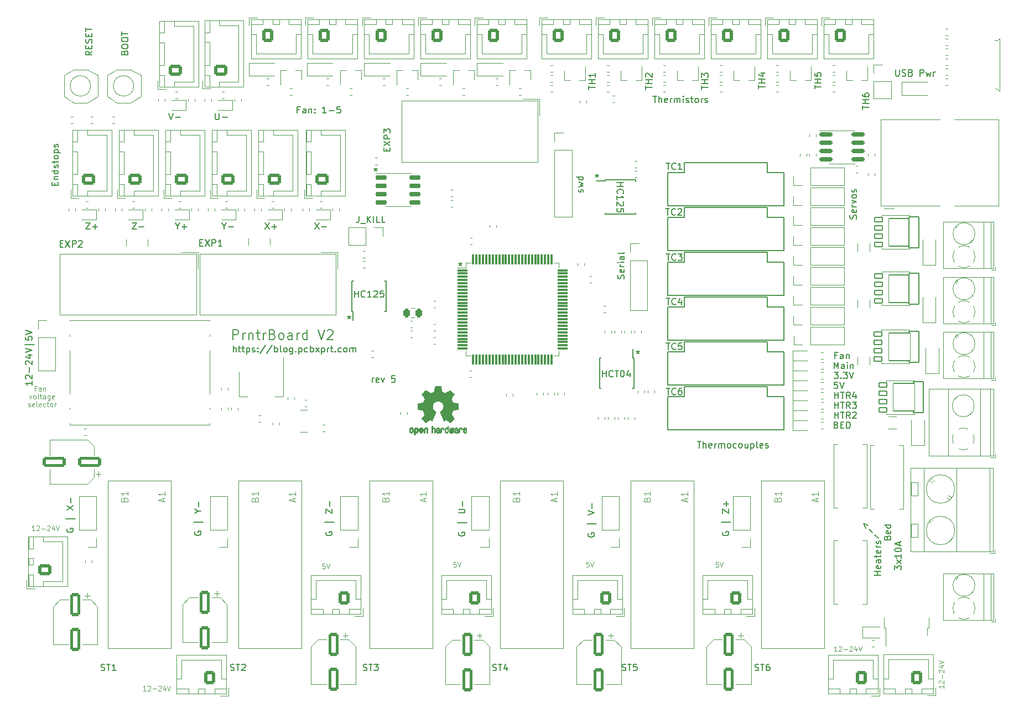
<source format=gto>
%TF.GenerationSoftware,KiCad,Pcbnew,5.99.0-unknown-eb819a3b25~139~ubuntu20.04.1*%
%TF.CreationDate,2021-10-10T19:22:43-07:00*%
%TF.ProjectId,PrntrBoardV2,50726e74-7242-46f6-9172-6456322e6b69,rev?*%
%TF.SameCoordinates,PX160b110PY9be08a8*%
%TF.FileFunction,Legend,Top*%
%TF.FilePolarity,Positive*%
%FSLAX46Y46*%
G04 Gerber Fmt 4.6, Leading zero omitted, Abs format (unit mm)*
G04 Created by KiCad (PCBNEW 5.99.0-unknown-eb819a3b25~139~ubuntu20.04.1) date 2021-10-10 19:22:43*
%MOMM*%
%LPD*%
G01*
G04 APERTURE LIST*
G04 Aperture macros list*
%AMRoundRect*
0 Rectangle with rounded corners*
0 $1 Rounding radius*
0 $2 $3 $4 $5 $6 $7 $8 $9 X,Y pos of 4 corners*
0 Add a 4 corners polygon primitive as box body*
4,1,4,$2,$3,$4,$5,$6,$7,$8,$9,$2,$3,0*
0 Add four circle primitives for the rounded corners*
1,1,$1+$1,$2,$3*
1,1,$1+$1,$4,$5*
1,1,$1+$1,$6,$7*
1,1,$1+$1,$8,$9*
0 Add four rect primitives between the rounded corners*
20,1,$1+$1,$2,$3,$4,$5,0*
20,1,$1+$1,$4,$5,$6,$7,0*
20,1,$1+$1,$6,$7,$8,$9,0*
20,1,$1+$1,$8,$9,$2,$3,0*%
G04 Aperture macros list end*
%ADD10C,0.150000*%
%ADD11C,0.120000*%
%ADD12C,0.200000*%
%ADD13C,0.050000*%
%ADD14C,0.100000*%
%ADD15C,0.010000*%
%ADD16C,3.200000*%
%ADD17C,2.350000*%
%ADD18R,1.778000X1.778000*%
%ADD19C,1.778000*%
%ADD20R,0.875000X0.950000*%
%ADD21R,0.950000X0.875000*%
%ADD22RoundRect,0.250000X1.500000X0.550000X-1.500000X0.550000X-1.500000X-0.550000X1.500000X-0.550000X0*%
%ADD23R,1.250000X1.750000*%
%ADD24R,1.750000X1.250000*%
%ADD25R,0.900000X1.200000*%
%ADD26R,0.820000X1.000000*%
%ADD27R,0.800000X0.900000*%
%ADD28R,3.810000X5.740000*%
%ADD29R,3.000000X0.127000*%
%ADD30R,0.127000X3.000000*%
%ADD31R,1.727200X1.727200*%
%ADD32O,1.727200X1.727200*%
%ADD33C,0.500000*%
%ADD34R,1.350000X0.400000*%
%ADD35R,1.900000X1.800000*%
%ADD36R,1.900000X1.900000*%
%ADD37RoundRect,0.250000X-0.600000X-0.750000X0.600000X-0.750000X0.600000X0.750000X-0.600000X0.750000X0*%
%ADD38O,1.700000X2.000000*%
%ADD39R,2.600000X2.600000*%
%ADD40C,2.600000*%
%ADD41R,2.400000X2.400000*%
%ADD42C,2.400000*%
%ADD43R,1.700000X1.700000*%
%ADD44O,1.700000X1.700000*%
%ADD45R,2.500000X2.500000*%
%ADD46C,2.500000*%
%ADD47C,3.600000*%
%ADD48R,1.208000X1.208000*%
%ADD49C,1.208000*%
%ADD50RoundRect,0.250000X0.725000X-0.600000X0.725000X0.600000X-0.725000X0.600000X-0.725000X-0.600000X0*%
%ADD51O,1.950000X1.700000*%
%ADD52R,0.500000X0.800000*%
%ADD53R,0.400000X0.800000*%
%ADD54R,0.800000X0.500000*%
%ADD55R,0.800000X0.400000*%
%ADD56R,1.000000X1.700000*%
%ADD57RoundRect,0.070000X-0.775000X2.350000X-0.775000X-2.350000X0.775000X-2.350000X0.775000X2.350000X0*%
%ADD58RoundRect,0.070000X-1.650000X2.100000X-1.650000X-2.100000X1.650000X-2.100000X1.650000X2.100000X0*%
%ADD59RoundRect,0.070000X-0.575000X0.350000X-0.575000X-0.350000X0.575000X-0.350000X0.575000X0.350000X0*%
%ADD60RoundRect,0.075000X-0.725000X-0.075000X0.725000X-0.075000X0.725000X0.075000X-0.725000X0.075000X0*%
%ADD61RoundRect,0.075000X-0.075000X-0.725000X0.075000X-0.725000X0.075000X0.725000X-0.075000X0.725000X0*%
%ADD62RoundRect,0.150000X-0.725000X-0.150000X0.725000X-0.150000X0.725000X0.150000X-0.725000X0.150000X0*%
%ADD63R,1.500000X2.000000*%
%ADD64R,3.800000X2.000000*%
%ADD65R,4.000000X2.000000*%
%ADD66RoundRect,0.250000X-0.550000X1.500000X-0.550000X-1.500000X0.550000X-1.500000X0.550000X1.500000X0*%
%ADD67RoundRect,0.250000X0.600000X0.750000X-0.600000X0.750000X-0.600000X-0.750000X0.600000X-0.750000X0*%
%ADD68R,0.450000X1.450000*%
%ADD69RoundRect,0.250000X0.750000X-0.600000X0.750000X0.600000X-0.750000X0.600000X-0.750000X-0.600000X0*%
%ADD70O,2.000000X1.700000*%
%ADD71R,0.600000X0.450000*%
%ADD72R,1.200000X2.200000*%
%ADD73R,5.800000X6.400000*%
%ADD74C,1.448000*%
%ADD75R,1.200000X0.900000*%
%ADD76RoundRect,0.150000X-0.825000X-0.150000X0.825000X-0.150000X0.825000X0.150000X-0.825000X0.150000X0*%
%ADD77R,0.900000X1.000000*%
%ADD78C,3.250000*%
%ADD79R,1.520000X1.520000*%
%ADD80C,1.520000*%
%ADD81R,1.450000X0.450000*%
%ADD82RoundRect,0.243750X0.243750X0.456250X-0.243750X0.456250X-0.243750X-0.456250X0.243750X-0.456250X0*%
G04 APERTURE END LIST*
D10*
X106942000Y25233572D02*
X106894380Y25138334D01*
X106894380Y24995477D01*
X106942000Y24852620D01*
X107037238Y24757381D01*
X107132476Y24709762D01*
X107322952Y24662143D01*
X107465809Y24662143D01*
X107656285Y24709762D01*
X107751523Y24757381D01*
X107846761Y24852620D01*
X107894380Y24995477D01*
X107894380Y25090715D01*
X107846761Y25233572D01*
X107799142Y25281191D01*
X107465809Y25281191D01*
X107465809Y25090715D01*
X108227714Y26709762D02*
X106799142Y26709762D01*
X106894380Y28090715D02*
X106894380Y28757381D01*
X107894380Y28090715D01*
X107894380Y28757381D01*
X107513428Y29138334D02*
X107513428Y29900239D01*
X107894380Y29519286D02*
X107132476Y29519286D01*
D11*
X106283142Y20603715D02*
X105926000Y20603715D01*
X105890285Y20246572D01*
X105926000Y20282286D01*
X105997428Y20318000D01*
X106176000Y20318000D01*
X106247428Y20282286D01*
X106283142Y20246572D01*
X106318857Y20175143D01*
X106318857Y19996572D01*
X106283142Y19925143D01*
X106247428Y19889429D01*
X106176000Y19853715D01*
X105997428Y19853715D01*
X105926000Y19889429D01*
X105890285Y19925143D01*
X106533142Y20603715D02*
X106783142Y19853715D01*
X107033142Y20603715D01*
X46085142Y20349715D02*
X45728000Y20349715D01*
X45692285Y19992572D01*
X45728000Y20028286D01*
X45799428Y20064000D01*
X45978000Y20064000D01*
X46049428Y20028286D01*
X46085142Y19992572D01*
X46120857Y19921143D01*
X46120857Y19742572D01*
X46085142Y19671143D01*
X46049428Y19635429D01*
X45978000Y19599715D01*
X45799428Y19599715D01*
X45728000Y19635429D01*
X45692285Y19671143D01*
X46335142Y20349715D02*
X46585142Y19599715D01*
X46835142Y20349715D01*
D10*
X53848000Y80938620D02*
X53848000Y80700524D01*
X53609904Y80795762D02*
X53848000Y80700524D01*
X54086095Y80795762D01*
X53705142Y80510048D02*
X53848000Y80700524D01*
X53990857Y80510048D01*
X123999809Y49696620D02*
X124618857Y49696620D01*
X124285523Y49315667D01*
X124428380Y49315667D01*
X124523619Y49268048D01*
X124571238Y49220429D01*
X124618857Y49125191D01*
X124618857Y48887096D01*
X124571238Y48791858D01*
X124523619Y48744239D01*
X124428380Y48696620D01*
X124142666Y48696620D01*
X124047428Y48744239D01*
X123999809Y48791858D01*
X125047428Y48791858D02*
X125095047Y48744239D01*
X125047428Y48696620D01*
X124999809Y48744239D01*
X125047428Y48791858D01*
X125047428Y48696620D01*
X125428380Y49696620D02*
X126047428Y49696620D01*
X125714095Y49315667D01*
X125856952Y49315667D01*
X125952190Y49268048D01*
X125999809Y49220429D01*
X126047428Y49125191D01*
X126047428Y48887096D01*
X125999809Y48791858D01*
X125952190Y48744239D01*
X125856952Y48696620D01*
X125571238Y48696620D01*
X125476000Y48744239D01*
X125428380Y48791858D01*
X126333142Y49696620D02*
X126666476Y48696620D01*
X126999809Y49696620D01*
X124087142Y45648620D02*
X124087142Y46648620D01*
X124087142Y46172429D02*
X124658571Y46172429D01*
X124658571Y45648620D02*
X124658571Y46648620D01*
X124991904Y46648620D02*
X125563333Y46648620D01*
X125277619Y45648620D02*
X125277619Y46648620D01*
X126468095Y45648620D02*
X126134761Y46124810D01*
X125896666Y45648620D02*
X125896666Y46648620D01*
X126277619Y46648620D01*
X126372857Y46601000D01*
X126420476Y46553381D01*
X126468095Y46458143D01*
X126468095Y46315286D01*
X126420476Y46220048D01*
X126372857Y46172429D01*
X126277619Y46124810D01*
X125896666Y46124810D01*
X127325238Y46315286D02*
X127325238Y45648620D01*
X127087142Y46696239D02*
X126849047Y45981953D01*
X127468095Y45981953D01*
D12*
X32016857Y54693429D02*
X32016857Y56193429D01*
X32588285Y56193429D01*
X32731142Y56122000D01*
X32802571Y56050572D01*
X32874000Y55907715D01*
X32874000Y55693429D01*
X32802571Y55550572D01*
X32731142Y55479143D01*
X32588285Y55407715D01*
X32016857Y55407715D01*
X33516857Y54693429D02*
X33516857Y55693429D01*
X33516857Y55407715D02*
X33588285Y55550572D01*
X33659714Y55622000D01*
X33802571Y55693429D01*
X33945428Y55693429D01*
X34445428Y55693429D02*
X34445428Y54693429D01*
X34445428Y55550572D02*
X34516857Y55622000D01*
X34659714Y55693429D01*
X34874000Y55693429D01*
X35016857Y55622000D01*
X35088285Y55479143D01*
X35088285Y54693429D01*
X35588285Y55693429D02*
X36159714Y55693429D01*
X35802571Y56193429D02*
X35802571Y54907715D01*
X35874000Y54764858D01*
X36016857Y54693429D01*
X36159714Y54693429D01*
X36659714Y54693429D02*
X36659714Y55693429D01*
X36659714Y55407715D02*
X36731142Y55550572D01*
X36802571Y55622000D01*
X36945428Y55693429D01*
X37088285Y55693429D01*
X38088285Y55479143D02*
X38302571Y55407715D01*
X38374000Y55336286D01*
X38445428Y55193429D01*
X38445428Y54979143D01*
X38374000Y54836286D01*
X38302571Y54764858D01*
X38159714Y54693429D01*
X37588285Y54693429D01*
X37588285Y56193429D01*
X38088285Y56193429D01*
X38231142Y56122000D01*
X38302571Y56050572D01*
X38374000Y55907715D01*
X38374000Y55764858D01*
X38302571Y55622000D01*
X38231142Y55550572D01*
X38088285Y55479143D01*
X37588285Y55479143D01*
X39302571Y54693429D02*
X39159714Y54764858D01*
X39088285Y54836286D01*
X39016857Y54979143D01*
X39016857Y55407715D01*
X39088285Y55550572D01*
X39159714Y55622000D01*
X39302571Y55693429D01*
X39516857Y55693429D01*
X39659714Y55622000D01*
X39731142Y55550572D01*
X39802571Y55407715D01*
X39802571Y54979143D01*
X39731142Y54836286D01*
X39659714Y54764858D01*
X39516857Y54693429D01*
X39302571Y54693429D01*
X41088285Y54693429D02*
X41088285Y55479143D01*
X41016857Y55622000D01*
X40874000Y55693429D01*
X40588285Y55693429D01*
X40445428Y55622000D01*
X41088285Y54764858D02*
X40945428Y54693429D01*
X40588285Y54693429D01*
X40445428Y54764858D01*
X40374000Y54907715D01*
X40374000Y55050572D01*
X40445428Y55193429D01*
X40588285Y55264858D01*
X40945428Y55264858D01*
X41088285Y55336286D01*
X41802571Y54693429D02*
X41802571Y55693429D01*
X41802571Y55407715D02*
X41874000Y55550572D01*
X41945428Y55622000D01*
X42088285Y55693429D01*
X42231142Y55693429D01*
X43374000Y54693429D02*
X43374000Y56193429D01*
X43374000Y54764858D02*
X43231142Y54693429D01*
X42945428Y54693429D01*
X42802571Y54764858D01*
X42731142Y54836286D01*
X42659714Y54979143D01*
X42659714Y55407715D01*
X42731142Y55550572D01*
X42802571Y55622000D01*
X42945428Y55693429D01*
X43231142Y55693429D01*
X43374000Y55622000D01*
X45016857Y56193429D02*
X45516857Y54693429D01*
X46016857Y56193429D01*
X46445428Y56050572D02*
X46516857Y56122000D01*
X46659714Y56193429D01*
X47016857Y56193429D01*
X47159714Y56122000D01*
X47231142Y56050572D01*
X47302571Y55907715D01*
X47302571Y55764858D01*
X47231142Y55550572D01*
X46374000Y54693429D01*
X47302571Y54693429D01*
D10*
X51943142Y4040239D02*
X52086000Y3992620D01*
X52324095Y3992620D01*
X52419333Y4040239D01*
X52466952Y4087858D01*
X52514571Y4183096D01*
X52514571Y4278334D01*
X52466952Y4373572D01*
X52419333Y4421191D01*
X52324095Y4468810D01*
X52133619Y4516429D01*
X52038380Y4564048D01*
X51990761Y4611667D01*
X51943142Y4706905D01*
X51943142Y4802143D01*
X51990761Y4897381D01*
X52038380Y4945000D01*
X52133619Y4992620D01*
X52371714Y4992620D01*
X52514571Y4945000D01*
X52800285Y4992620D02*
X53371714Y4992620D01*
X53086000Y3992620D02*
X53086000Y4992620D01*
X53609809Y4992620D02*
X54228857Y4992620D01*
X53895523Y4611667D01*
X54038380Y4611667D01*
X54133619Y4564048D01*
X54181238Y4516429D01*
X54228857Y4421191D01*
X54228857Y4183096D01*
X54181238Y4087858D01*
X54133619Y4040239D01*
X54038380Y3992620D01*
X53752666Y3992620D01*
X53657428Y4040239D01*
X53609809Y4087858D01*
X124341047Y41600429D02*
X124483904Y41552810D01*
X124531523Y41505191D01*
X124579142Y41409953D01*
X124579142Y41267096D01*
X124531523Y41171858D01*
X124483904Y41124239D01*
X124388666Y41076620D01*
X124007714Y41076620D01*
X124007714Y42076620D01*
X124341047Y42076620D01*
X124436285Y42029000D01*
X124483904Y41981381D01*
X124531523Y41886143D01*
X124531523Y41790905D01*
X124483904Y41695667D01*
X124436285Y41648048D01*
X124341047Y41600429D01*
X124007714Y41600429D01*
X125007714Y41600429D02*
X125341047Y41600429D01*
X125483904Y41076620D02*
X125007714Y41076620D01*
X125007714Y42076620D01*
X125483904Y42076620D01*
X125912476Y41076620D02*
X125912476Y42076620D01*
X126150571Y42076620D01*
X126293428Y42029000D01*
X126388666Y41933762D01*
X126436285Y41838524D01*
X126483904Y41648048D01*
X126483904Y41505191D01*
X126436285Y41314715D01*
X126388666Y41219477D01*
X126293428Y41124239D01*
X126150571Y41076620D01*
X125912476Y41076620D01*
X112438380Y93063286D02*
X112438380Y93634715D01*
X113438380Y93349000D02*
X112438380Y93349000D01*
X113438380Y93968048D02*
X112438380Y93968048D01*
X112914571Y93968048D02*
X112914571Y94539477D01*
X113438380Y94539477D02*
X112438380Y94539477D01*
X112771714Y95444239D02*
X113438380Y95444239D01*
X112390761Y95206143D02*
X113105047Y94968048D01*
X113105047Y95587096D01*
X98306095Y81700620D02*
X98877523Y81700620D01*
X98591809Y80700620D02*
X98591809Y81700620D01*
X99782285Y80795858D02*
X99734666Y80748239D01*
X99591809Y80700620D01*
X99496571Y80700620D01*
X99353714Y80748239D01*
X99258476Y80843477D01*
X99210857Y80938715D01*
X99163238Y81129191D01*
X99163238Y81272048D01*
X99210857Y81462524D01*
X99258476Y81557762D01*
X99353714Y81653000D01*
X99496571Y81700620D01*
X99591809Y81700620D01*
X99734666Y81653000D01*
X99782285Y81605381D01*
X100734666Y80700620D02*
X100163238Y80700620D01*
X100448952Y80700620D02*
X100448952Y81700620D01*
X100353714Y81557762D01*
X100258476Y81462524D01*
X100163238Y81414905D01*
X124523523Y48172620D02*
X124047333Y48172620D01*
X123999714Y47696429D01*
X124047333Y47744048D01*
X124142571Y47791667D01*
X124380666Y47791667D01*
X124475904Y47744048D01*
X124523523Y47696429D01*
X124571142Y47601191D01*
X124571142Y47363096D01*
X124523523Y47267858D01*
X124475904Y47220239D01*
X124380666Y47172620D01*
X124142571Y47172620D01*
X124047333Y47220239D01*
X123999714Y47267858D01*
X124856857Y48172620D02*
X125190190Y47172620D01*
X125523523Y48172620D01*
X10438380Y98796620D02*
X9962190Y98463286D01*
X10438380Y98225191D02*
X9438380Y98225191D01*
X9438380Y98606143D01*
X9486000Y98701381D01*
X9533619Y98749000D01*
X9628857Y98796620D01*
X9771714Y98796620D01*
X9866952Y98749000D01*
X9914571Y98701381D01*
X9962190Y98606143D01*
X9962190Y98225191D01*
X9914571Y99225191D02*
X9914571Y99558524D01*
X10438380Y99701381D02*
X10438380Y99225191D01*
X9438380Y99225191D01*
X9438380Y99701381D01*
X10390761Y100082334D02*
X10438380Y100225191D01*
X10438380Y100463286D01*
X10390761Y100558524D01*
X10343142Y100606143D01*
X10247904Y100653762D01*
X10152666Y100653762D01*
X10057428Y100606143D01*
X10009809Y100558524D01*
X9962190Y100463286D01*
X9914571Y100272810D01*
X9866952Y100177572D01*
X9819333Y100129953D01*
X9724095Y100082334D01*
X9628857Y100082334D01*
X9533619Y100129953D01*
X9486000Y100177572D01*
X9438380Y100272810D01*
X9438380Y100510905D01*
X9486000Y100653762D01*
X9914571Y101082334D02*
X9914571Y101415667D01*
X10438380Y101558524D02*
X10438380Y101082334D01*
X9438380Y101082334D01*
X9438380Y101558524D01*
X9438380Y101844239D02*
X9438380Y102415667D01*
X10438380Y102129953D02*
X9438380Y102129953D01*
X51300285Y73572620D02*
X51300285Y72858334D01*
X51252666Y72715477D01*
X51157428Y72620239D01*
X51014571Y72572620D01*
X50919333Y72572620D01*
X51538380Y72477381D02*
X52300285Y72477381D01*
X52538380Y72572620D02*
X52538380Y73572620D01*
X53109809Y72572620D02*
X52681238Y73144048D01*
X53109809Y73572620D02*
X52538380Y73001191D01*
X53538380Y72572620D02*
X53538380Y73572620D01*
X54490761Y72572620D02*
X54014571Y72572620D01*
X54014571Y73572620D01*
X55300285Y72572620D02*
X54824095Y72572620D01*
X54824095Y73572620D01*
X26170000Y25281191D02*
X26122380Y25185953D01*
X26122380Y25043096D01*
X26170000Y24900239D01*
X26265238Y24805000D01*
X26360476Y24757381D01*
X26550952Y24709762D01*
X26693809Y24709762D01*
X26884285Y24757381D01*
X26979523Y24805000D01*
X27074761Y24900239D01*
X27122380Y25043096D01*
X27122380Y25138334D01*
X27074761Y25281191D01*
X27027142Y25328810D01*
X26693809Y25328810D01*
X26693809Y25138334D01*
X27455714Y26757381D02*
X26027142Y26757381D01*
X26646190Y28424048D02*
X27122380Y28424048D01*
X26122380Y28090715D02*
X26646190Y28424048D01*
X26122380Y28757381D01*
X26741428Y29090715D02*
X26741428Y29852620D01*
X111887142Y4040239D02*
X112030000Y3992620D01*
X112268095Y3992620D01*
X112363333Y4040239D01*
X112410952Y4087858D01*
X112458571Y4183096D01*
X112458571Y4278334D01*
X112410952Y4373572D01*
X112363333Y4421191D01*
X112268095Y4468810D01*
X112077619Y4516429D01*
X111982380Y4564048D01*
X111934761Y4611667D01*
X111887142Y4706905D01*
X111887142Y4802143D01*
X111934761Y4897381D01*
X111982380Y4945000D01*
X112077619Y4992620D01*
X112315714Y4992620D01*
X112458571Y4945000D01*
X112744285Y4992620D02*
X113315714Y4992620D01*
X113030000Y3992620D02*
X113030000Y4992620D01*
X114077619Y4992620D02*
X113887142Y4992620D01*
X113791904Y4945000D01*
X113744285Y4897381D01*
X113649047Y4754524D01*
X113601428Y4564048D01*
X113601428Y4183096D01*
X113649047Y4087858D01*
X113696666Y4040239D01*
X113791904Y3992620D01*
X113982380Y3992620D01*
X114077619Y4040239D01*
X114125238Y4087858D01*
X114172857Y4183096D01*
X114172857Y4421191D01*
X114125238Y4516429D01*
X114077619Y4564048D01*
X113982380Y4611667D01*
X113791904Y4611667D01*
X113696666Y4564048D01*
X113649047Y4516429D01*
X113601428Y4421191D01*
X91844761Y64000310D02*
X91892380Y64143167D01*
X91892380Y64381262D01*
X91844761Y64476500D01*
X91797142Y64524120D01*
X91701904Y64571739D01*
X91606666Y64571739D01*
X91511428Y64524120D01*
X91463809Y64476500D01*
X91416190Y64381262D01*
X91368571Y64190786D01*
X91320952Y64095548D01*
X91273333Y64047929D01*
X91178095Y64000310D01*
X91082857Y64000310D01*
X90987619Y64047929D01*
X90940000Y64095548D01*
X90892380Y64190786D01*
X90892380Y64428881D01*
X90940000Y64571739D01*
X91844761Y65381262D02*
X91892380Y65286024D01*
X91892380Y65095548D01*
X91844761Y65000310D01*
X91749523Y64952691D01*
X91368571Y64952691D01*
X91273333Y65000310D01*
X91225714Y65095548D01*
X91225714Y65286024D01*
X91273333Y65381262D01*
X91368571Y65428881D01*
X91463809Y65428881D01*
X91559047Y64952691D01*
X91892380Y65857453D02*
X91225714Y65857453D01*
X91416190Y65857453D02*
X91320952Y65905072D01*
X91273333Y65952691D01*
X91225714Y66047929D01*
X91225714Y66143167D01*
X91892380Y66476500D02*
X91225714Y66476500D01*
X90892380Y66476500D02*
X90940000Y66428881D01*
X90987619Y66476500D01*
X90940000Y66524120D01*
X90892380Y66476500D01*
X90987619Y66476500D01*
X91892380Y67381262D02*
X91368571Y67381262D01*
X91273333Y67333643D01*
X91225714Y67238405D01*
X91225714Y67047929D01*
X91273333Y66952691D01*
X91844761Y67381262D02*
X91892380Y67286024D01*
X91892380Y67047929D01*
X91844761Y66952691D01*
X91749523Y66905072D01*
X91654285Y66905072D01*
X91559047Y66952691D01*
X91511428Y67047929D01*
X91511428Y67286024D01*
X91463809Y67381262D01*
X91892380Y68000310D02*
X91844761Y67905072D01*
X91749523Y67857453D01*
X90892380Y67857453D01*
D11*
X124443142Y6959715D02*
X124014571Y6959715D01*
X124228857Y6959715D02*
X124228857Y7709715D01*
X124157428Y7602572D01*
X124086000Y7531143D01*
X124014571Y7495429D01*
X124728857Y7638286D02*
X124764571Y7674000D01*
X124836000Y7709715D01*
X125014571Y7709715D01*
X125086000Y7674000D01*
X125121714Y7638286D01*
X125157428Y7566858D01*
X125157428Y7495429D01*
X125121714Y7388286D01*
X124693142Y6959715D01*
X125157428Y6959715D01*
X125478857Y7245429D02*
X126050285Y7245429D01*
X126371714Y7638286D02*
X126407428Y7674000D01*
X126478857Y7709715D01*
X126657428Y7709715D01*
X126728857Y7674000D01*
X126764571Y7638286D01*
X126800285Y7566858D01*
X126800285Y7495429D01*
X126764571Y7388286D01*
X126336000Y6959715D01*
X126800285Y6959715D01*
X127443142Y7459715D02*
X127443142Y6959715D01*
X127264571Y7745429D02*
X127086000Y7209715D01*
X127550285Y7209715D01*
X127728857Y7709715D02*
X127978857Y6959715D01*
X128228857Y7709715D01*
D10*
X23510952Y72032810D02*
X23510952Y71556620D01*
X23177619Y72556620D02*
X23510952Y72032810D01*
X23844285Y72556620D01*
X24177619Y71937572D02*
X24939523Y71937572D01*
X24558571Y71556620D02*
X24558571Y72318524D01*
X86438380Y92963286D02*
X86438380Y93534715D01*
X87438380Y93249000D02*
X86438380Y93249000D01*
X87438380Y93868048D02*
X86438380Y93868048D01*
X86914571Y93868048D02*
X86914571Y94439477D01*
X87438380Y94439477D02*
X86438380Y94439477D01*
X87438380Y95439477D02*
X87438380Y94868048D01*
X87438380Y95153762D02*
X86438380Y95153762D01*
X86581238Y95058524D01*
X86676476Y94963286D01*
X86724095Y94868048D01*
X49784000Y58332620D02*
X49784000Y58094524D01*
X49545904Y58189762D02*
X49784000Y58094524D01*
X50022095Y58189762D01*
X49641142Y57904048D02*
X49784000Y58094524D01*
X49926857Y57904048D01*
X103738380Y92963286D02*
X103738380Y93534715D01*
X104738380Y93249000D02*
X103738380Y93249000D01*
X104738380Y93868048D02*
X103738380Y93868048D01*
X104214571Y93868048D02*
X104214571Y94439477D01*
X104738380Y94439477D02*
X103738380Y94439477D01*
X103738380Y94820429D02*
X103738380Y95439477D01*
X104119333Y95106143D01*
X104119333Y95249000D01*
X104166952Y95344239D01*
X104214571Y95391858D01*
X104309809Y95439477D01*
X104547904Y95439477D01*
X104643142Y95391858D01*
X104690761Y95344239D01*
X104738380Y95249000D01*
X104738380Y94963286D01*
X104690761Y94868048D01*
X104643142Y94820429D01*
X130781347Y24244669D02*
X130242599Y24783417D01*
X129905881Y25120134D02*
X129367133Y25658882D01*
X128828385Y25793569D02*
X128491668Y26534348D01*
X129232446Y26197630D01*
X53316404Y48125120D02*
X53316404Y48791786D01*
X53316404Y48601310D02*
X53364023Y48696548D01*
X53411642Y48744167D01*
X53506880Y48791786D01*
X53602119Y48791786D01*
X54316404Y48172739D02*
X54221166Y48125120D01*
X54030690Y48125120D01*
X53935452Y48172739D01*
X53887833Y48267977D01*
X53887833Y48648929D01*
X53935452Y48744167D01*
X54030690Y48791786D01*
X54221166Y48791786D01*
X54316404Y48744167D01*
X54364023Y48648929D01*
X54364023Y48553691D01*
X53887833Y48458453D01*
X54697357Y48791786D02*
X54935452Y48125120D01*
X55173547Y48791786D01*
X56792595Y49125120D02*
X56316404Y49125120D01*
X56268785Y48648929D01*
X56316404Y48696548D01*
X56411642Y48744167D01*
X56649738Y48744167D01*
X56744976Y48696548D01*
X56792595Y48648929D01*
X56840214Y48553691D01*
X56840214Y48315596D01*
X56792595Y48220358D01*
X56744976Y48172739D01*
X56649738Y48125120D01*
X56411642Y48125120D01*
X56316404Y48172739D01*
X56268785Y48220358D01*
X87706200Y79998820D02*
X87706200Y79760724D01*
X87468104Y79855962D02*
X87706200Y79760724D01*
X87944295Y79855962D01*
X87563342Y79570248D02*
X87706200Y79760724D01*
X87849057Y79570248D01*
X31623142Y4040239D02*
X31766000Y3992620D01*
X32004095Y3992620D01*
X32099333Y4040239D01*
X32146952Y4087858D01*
X32194571Y4183096D01*
X32194571Y4278334D01*
X32146952Y4373572D01*
X32099333Y4421191D01*
X32004095Y4468810D01*
X31813619Y4516429D01*
X31718380Y4564048D01*
X31670761Y4611667D01*
X31623142Y4706905D01*
X31623142Y4802143D01*
X31670761Y4897381D01*
X31718380Y4945000D01*
X31813619Y4992620D01*
X32051714Y4992620D01*
X32194571Y4945000D01*
X32480285Y4992620D02*
X33051714Y4992620D01*
X32766000Y3992620D02*
X32766000Y4992620D01*
X33337428Y4897381D02*
X33385047Y4945000D01*
X33480285Y4992620D01*
X33718380Y4992620D01*
X33813619Y4945000D01*
X33861238Y4897381D01*
X33908857Y4802143D01*
X33908857Y4706905D01*
X33861238Y4564048D01*
X33289809Y3992620D01*
X33908857Y3992620D01*
X98306095Y47220120D02*
X98877523Y47220120D01*
X98591809Y46220120D02*
X98591809Y47220120D01*
X99782285Y46315358D02*
X99734666Y46267739D01*
X99591809Y46220120D01*
X99496571Y46220120D01*
X99353714Y46267739D01*
X99258476Y46362977D01*
X99210857Y46458215D01*
X99163238Y46648691D01*
X99163238Y46791548D01*
X99210857Y46982024D01*
X99258476Y47077262D01*
X99353714Y47172500D01*
X99496571Y47220120D01*
X99591809Y47220120D01*
X99734666Y47172500D01*
X99782285Y47124881D01*
X100639428Y47220120D02*
X100448952Y47220120D01*
X100353714Y47172500D01*
X100306095Y47124881D01*
X100210857Y46982024D01*
X100163238Y46791548D01*
X100163238Y46410596D01*
X100210857Y46315358D01*
X100258476Y46267739D01*
X100353714Y46220120D01*
X100544190Y46220120D01*
X100639428Y46267739D01*
X100687047Y46315358D01*
X100734666Y46410596D01*
X100734666Y46648691D01*
X100687047Y46743929D01*
X100639428Y46791548D01*
X100544190Y46839167D01*
X100353714Y46839167D01*
X100258476Y46791548D01*
X100210857Y46743929D01*
X100163238Y46648691D01*
X98306095Y54141620D02*
X98877523Y54141620D01*
X98591809Y53141620D02*
X98591809Y54141620D01*
X99782285Y53236858D02*
X99734666Y53189239D01*
X99591809Y53141620D01*
X99496571Y53141620D01*
X99353714Y53189239D01*
X99258476Y53284477D01*
X99210857Y53379715D01*
X99163238Y53570191D01*
X99163238Y53713048D01*
X99210857Y53903524D01*
X99258476Y53998762D01*
X99353714Y54094000D01*
X99496571Y54141620D01*
X99591809Y54141620D01*
X99734666Y54094000D01*
X99782285Y54046381D01*
X100687047Y54141620D02*
X100210857Y54141620D01*
X100163238Y53665429D01*
X100210857Y53713048D01*
X100306095Y53760667D01*
X100544190Y53760667D01*
X100639428Y53713048D01*
X100687047Y53665429D01*
X100734666Y53570191D01*
X100734666Y53332096D01*
X100687047Y53236858D01*
X100639428Y53189239D01*
X100544190Y53141620D01*
X100306095Y53141620D01*
X100210857Y53189239D01*
X100163238Y53236858D01*
X1258380Y48297572D02*
X1258380Y47726143D01*
X1258380Y48011858D02*
X258380Y48011858D01*
X401238Y47916620D01*
X496476Y47821381D01*
X544095Y47726143D01*
X353619Y48678524D02*
X306000Y48726143D01*
X258380Y48821381D01*
X258380Y49059477D01*
X306000Y49154715D01*
X353619Y49202334D01*
X448857Y49249953D01*
X544095Y49249953D01*
X686952Y49202334D01*
X1258380Y48630905D01*
X1258380Y49249953D01*
X877428Y49678524D02*
X877428Y50440429D01*
X353619Y50869000D02*
X306000Y50916620D01*
X258380Y51011858D01*
X258380Y51249953D01*
X306000Y51345191D01*
X353619Y51392810D01*
X448857Y51440429D01*
X544095Y51440429D01*
X686952Y51392810D01*
X1258380Y50821381D01*
X1258380Y51440429D01*
X591714Y52297572D02*
X1258380Y52297572D01*
X210761Y52059477D02*
X925047Y51821381D01*
X925047Y52440429D01*
X258380Y52678524D02*
X1258380Y53011858D01*
X258380Y53345191D01*
X1591714Y53916620D02*
X163142Y53916620D01*
X258380Y55107096D02*
X258380Y54630905D01*
X734571Y54583286D01*
X686952Y54630905D01*
X639333Y54726143D01*
X639333Y54964239D01*
X686952Y55059477D01*
X734571Y55107096D01*
X829809Y55154715D01*
X1067904Y55154715D01*
X1163142Y55107096D01*
X1210761Y55059477D01*
X1258380Y54964239D01*
X1258380Y54726143D01*
X1210761Y54630905D01*
X1163142Y54583286D01*
X258380Y55440429D02*
X1258380Y55773762D01*
X258380Y56107096D01*
X66556000Y25185953D02*
X66508380Y25090715D01*
X66508380Y24947858D01*
X66556000Y24805000D01*
X66651238Y24709762D01*
X66746476Y24662143D01*
X66936952Y24614524D01*
X67079809Y24614524D01*
X67270285Y24662143D01*
X67365523Y24709762D01*
X67460761Y24805000D01*
X67508380Y24947858D01*
X67508380Y25043096D01*
X67460761Y25185953D01*
X67413142Y25233572D01*
X67079809Y25233572D01*
X67079809Y25043096D01*
X67841714Y26662143D02*
X66413142Y26662143D01*
X66508380Y28138334D02*
X67317904Y28138334D01*
X67413142Y28185953D01*
X67460761Y28233572D01*
X67508380Y28328810D01*
X67508380Y28519286D01*
X67460761Y28614524D01*
X67413142Y28662143D01*
X67317904Y28709762D01*
X66508380Y28709762D01*
X67127428Y29185953D02*
X67127428Y29947858D01*
X66802000Y66460620D02*
X66802000Y66222524D01*
X66563904Y66317762D02*
X66802000Y66222524D01*
X67040095Y66317762D01*
X66659142Y66032048D02*
X66802000Y66222524D01*
X66944857Y66032048D01*
X50617714Y61142620D02*
X50617714Y62142620D01*
X50617714Y61666429D02*
X51189142Y61666429D01*
X51189142Y61142620D02*
X51189142Y62142620D01*
X52236761Y61237858D02*
X52189142Y61190239D01*
X52046285Y61142620D01*
X51951047Y61142620D01*
X51808190Y61190239D01*
X51712952Y61285477D01*
X51665333Y61380715D01*
X51617714Y61571191D01*
X51617714Y61714048D01*
X51665333Y61904524D01*
X51712952Y61999762D01*
X51808190Y62095000D01*
X51951047Y62142620D01*
X52046285Y62142620D01*
X52189142Y62095000D01*
X52236761Y62047381D01*
X53189142Y61142620D02*
X52617714Y61142620D01*
X52903428Y61142620D02*
X52903428Y62142620D01*
X52808190Y61999762D01*
X52712952Y61904524D01*
X52617714Y61856905D01*
X53570095Y62047381D02*
X53617714Y62095000D01*
X53712952Y62142620D01*
X53951047Y62142620D01*
X54046285Y62095000D01*
X54093904Y62047381D01*
X54141523Y61952143D01*
X54141523Y61856905D01*
X54093904Y61714048D01*
X53522476Y61142620D01*
X54141523Y61142620D01*
X55046285Y62142620D02*
X54570095Y62142620D01*
X54522476Y61666429D01*
X54570095Y61714048D01*
X54665333Y61761667D01*
X54903428Y61761667D01*
X54998666Y61714048D01*
X55046285Y61666429D01*
X55093904Y61571191D01*
X55093904Y61333096D01*
X55046285Y61237858D01*
X54998666Y61190239D01*
X54903428Y61142620D01*
X54665333Y61142620D01*
X54570095Y61190239D01*
X54522476Y61237858D01*
X6612000Y25741572D02*
X6564380Y25646334D01*
X6564380Y25503477D01*
X6612000Y25360620D01*
X6707238Y25265381D01*
X6802476Y25217762D01*
X6992952Y25170143D01*
X7135809Y25170143D01*
X7326285Y25217762D01*
X7421523Y25265381D01*
X7516761Y25360620D01*
X7564380Y25503477D01*
X7564380Y25598715D01*
X7516761Y25741572D01*
X7469142Y25789191D01*
X7135809Y25789191D01*
X7135809Y25598715D01*
X7897714Y27217762D02*
X6469142Y27217762D01*
X6564380Y28598715D02*
X7564380Y29265381D01*
X6564380Y29265381D02*
X7564380Y28598715D01*
X7183428Y29646334D02*
X7183428Y30408239D01*
X127380761Y73157096D02*
X127428380Y73299953D01*
X127428380Y73538048D01*
X127380761Y73633286D01*
X127333142Y73680905D01*
X127237904Y73728524D01*
X127142666Y73728524D01*
X127047428Y73680905D01*
X126999809Y73633286D01*
X126952190Y73538048D01*
X126904571Y73347572D01*
X126856952Y73252334D01*
X126809333Y73204715D01*
X126714095Y73157096D01*
X126618857Y73157096D01*
X126523619Y73204715D01*
X126476000Y73252334D01*
X126428380Y73347572D01*
X126428380Y73585667D01*
X126476000Y73728524D01*
X127380761Y74538048D02*
X127428380Y74442810D01*
X127428380Y74252334D01*
X127380761Y74157096D01*
X127285523Y74109477D01*
X126904571Y74109477D01*
X126809333Y74157096D01*
X126761714Y74252334D01*
X126761714Y74442810D01*
X126809333Y74538048D01*
X126904571Y74585667D01*
X126999809Y74585667D01*
X127095047Y74109477D01*
X127428380Y75014239D02*
X126761714Y75014239D01*
X126952190Y75014239D02*
X126856952Y75061858D01*
X126809333Y75109477D01*
X126761714Y75204715D01*
X126761714Y75299953D01*
X126761714Y75538048D02*
X127428380Y75776143D01*
X126761714Y76014239D01*
X127428380Y76538048D02*
X127380761Y76442810D01*
X127333142Y76395191D01*
X127237904Y76347572D01*
X126952190Y76347572D01*
X126856952Y76395191D01*
X126809333Y76442810D01*
X126761714Y76538048D01*
X126761714Y76680905D01*
X126809333Y76776143D01*
X126856952Y76823762D01*
X126952190Y76871381D01*
X127237904Y76871381D01*
X127333142Y76823762D01*
X127380761Y76776143D01*
X127428380Y76680905D01*
X127428380Y76538048D01*
X127380761Y77252334D02*
X127428380Y77347572D01*
X127428380Y77538048D01*
X127380761Y77633286D01*
X127285523Y77680905D01*
X127237904Y77680905D01*
X127142666Y77633286D01*
X127095047Y77538048D01*
X127095047Y77395191D01*
X127047428Y77299953D01*
X126952190Y77252334D01*
X126904571Y77252334D01*
X126809333Y77299953D01*
X126761714Y77395191D01*
X126761714Y77538048D01*
X126809333Y77633286D01*
X124087142Y44124620D02*
X124087142Y45124620D01*
X124087142Y44648429D02*
X124658571Y44648429D01*
X124658571Y44124620D02*
X124658571Y45124620D01*
X124991904Y45124620D02*
X125563333Y45124620D01*
X125277619Y44124620D02*
X125277619Y45124620D01*
X126468095Y44124620D02*
X126134761Y44600810D01*
X125896666Y44124620D02*
X125896666Y45124620D01*
X126277619Y45124620D01*
X126372857Y45077000D01*
X126420476Y45029381D01*
X126468095Y44934143D01*
X126468095Y44791286D01*
X126420476Y44696048D01*
X126372857Y44648429D01*
X126277619Y44600810D01*
X125896666Y44600810D01*
X126801428Y45124620D02*
X127420476Y45124620D01*
X127087142Y44743667D01*
X127230000Y44743667D01*
X127325238Y44696048D01*
X127372857Y44648429D01*
X127420476Y44553191D01*
X127420476Y44315096D01*
X127372857Y44219858D01*
X127325238Y44172239D01*
X127230000Y44124620D01*
X126944285Y44124620D01*
X126849047Y44172239D01*
X126801428Y44219858D01*
D11*
X18677142Y930715D02*
X18248571Y930715D01*
X18462857Y930715D02*
X18462857Y1680715D01*
X18391428Y1573572D01*
X18320000Y1502143D01*
X18248571Y1466429D01*
X18962857Y1609286D02*
X18998571Y1645000D01*
X19070000Y1680715D01*
X19248571Y1680715D01*
X19320000Y1645000D01*
X19355714Y1609286D01*
X19391428Y1537858D01*
X19391428Y1466429D01*
X19355714Y1359286D01*
X18927142Y930715D01*
X19391428Y930715D01*
X19712857Y1216429D02*
X20284285Y1216429D01*
X20605714Y1609286D02*
X20641428Y1645000D01*
X20712857Y1680715D01*
X20891428Y1680715D01*
X20962857Y1645000D01*
X20998571Y1609286D01*
X21034285Y1537858D01*
X21034285Y1466429D01*
X20998571Y1359286D01*
X20570000Y930715D01*
X21034285Y930715D01*
X21677142Y1430715D02*
X21677142Y930715D01*
X21498571Y1716429D02*
X21320000Y1180715D01*
X21784285Y1180715D01*
X21962857Y1680715D02*
X22212857Y930715D01*
X22462857Y1680715D01*
D10*
X86368000Y25027191D02*
X86320380Y24931953D01*
X86320380Y24789096D01*
X86368000Y24646239D01*
X86463238Y24551000D01*
X86558476Y24503381D01*
X86748952Y24455762D01*
X86891809Y24455762D01*
X87082285Y24503381D01*
X87177523Y24551000D01*
X87272761Y24646239D01*
X87320380Y24789096D01*
X87320380Y24884334D01*
X87272761Y25027191D01*
X87225142Y25074810D01*
X86891809Y25074810D01*
X86891809Y24884334D01*
X87653714Y26503381D02*
X86225142Y26503381D01*
X86320380Y27836715D02*
X87320380Y28170048D01*
X86320380Y28503381D01*
X86939428Y28836715D02*
X86939428Y29598620D01*
X121038380Y93063286D02*
X121038380Y93634715D01*
X122038380Y93349000D02*
X121038380Y93349000D01*
X122038380Y93968048D02*
X121038380Y93968048D01*
X121514571Y93968048D02*
X121514571Y94539477D01*
X122038380Y94539477D02*
X121038380Y94539477D01*
X121038380Y95491858D02*
X121038380Y95015667D01*
X121514571Y94968048D01*
X121466952Y95015667D01*
X121419333Y95110905D01*
X121419333Y95349000D01*
X121466952Y95444239D01*
X121514571Y95491858D01*
X121609809Y95539477D01*
X121847904Y95539477D01*
X121943142Y95491858D01*
X121990761Y95444239D01*
X122038380Y95349000D01*
X122038380Y95110905D01*
X121990761Y95015667D01*
X121943142Y94968048D01*
X98306095Y67794120D02*
X98877523Y67794120D01*
X98591809Y66794120D02*
X98591809Y67794120D01*
X99782285Y66889358D02*
X99734666Y66841739D01*
X99591809Y66794120D01*
X99496571Y66794120D01*
X99353714Y66841739D01*
X99258476Y66936977D01*
X99210857Y67032215D01*
X99163238Y67222691D01*
X99163238Y67365548D01*
X99210857Y67556024D01*
X99258476Y67651262D01*
X99353714Y67746500D01*
X99496571Y67794120D01*
X99591809Y67794120D01*
X99734666Y67746500D01*
X99782285Y67698881D01*
X100115619Y67794120D02*
X100734666Y67794120D01*
X100401333Y67413167D01*
X100544190Y67413167D01*
X100639428Y67365548D01*
X100687047Y67317929D01*
X100734666Y67222691D01*
X100734666Y66984596D01*
X100687047Y66889358D01*
X100639428Y66841739D01*
X100544190Y66794120D01*
X100258476Y66794120D01*
X100163238Y66841739D01*
X100115619Y66889358D01*
X11811142Y4040239D02*
X11954000Y3992620D01*
X12192095Y3992620D01*
X12287333Y4040239D01*
X12334952Y4087858D01*
X12382571Y4183096D01*
X12382571Y4278334D01*
X12334952Y4373572D01*
X12287333Y4421191D01*
X12192095Y4468810D01*
X12001619Y4516429D01*
X11906380Y4564048D01*
X11858761Y4611667D01*
X11811142Y4706905D01*
X11811142Y4802143D01*
X11858761Y4897381D01*
X11906380Y4945000D01*
X12001619Y4992620D01*
X12239714Y4992620D01*
X12382571Y4945000D01*
X12668285Y4992620D02*
X13239714Y4992620D01*
X12954000Y3992620D02*
X12954000Y4992620D01*
X14096857Y3992620D02*
X13525428Y3992620D01*
X13811142Y3992620D02*
X13811142Y4992620D01*
X13715904Y4849762D01*
X13620666Y4754524D01*
X13525428Y4706905D01*
X15422571Y98591858D02*
X15470190Y98734715D01*
X15517809Y98782334D01*
X15613047Y98829953D01*
X15755904Y98829953D01*
X15851142Y98782334D01*
X15898761Y98734715D01*
X15946380Y98639477D01*
X15946380Y98258524D01*
X14946380Y98258524D01*
X14946380Y98591858D01*
X14994000Y98687096D01*
X15041619Y98734715D01*
X15136857Y98782334D01*
X15232095Y98782334D01*
X15327333Y98734715D01*
X15374952Y98687096D01*
X15422571Y98591858D01*
X15422571Y98258524D01*
X14946380Y99449000D02*
X14946380Y99639477D01*
X14994000Y99734715D01*
X15089238Y99829953D01*
X15279714Y99877572D01*
X15613047Y99877572D01*
X15803523Y99829953D01*
X15898761Y99734715D01*
X15946380Y99639477D01*
X15946380Y99449000D01*
X15898761Y99353762D01*
X15803523Y99258524D01*
X15613047Y99210905D01*
X15279714Y99210905D01*
X15089238Y99258524D01*
X14994000Y99353762D01*
X14946380Y99449000D01*
X14946380Y100496620D02*
X14946380Y100687096D01*
X14994000Y100782334D01*
X15089238Y100877572D01*
X15279714Y100925191D01*
X15613047Y100925191D01*
X15803523Y100877572D01*
X15898761Y100782334D01*
X15946380Y100687096D01*
X15946380Y100496620D01*
X15898761Y100401381D01*
X15803523Y100306143D01*
X15613047Y100258524D01*
X15279714Y100258524D01*
X15089238Y100306143D01*
X14994000Y100401381D01*
X14946380Y100496620D01*
X14946380Y101210905D02*
X14946380Y101782334D01*
X15946380Y101496620D02*
X14946380Y101496620D01*
D11*
X1659142Y25441715D02*
X1230571Y25441715D01*
X1444857Y25441715D02*
X1444857Y26191715D01*
X1373428Y26084572D01*
X1302000Y26013143D01*
X1230571Y25977429D01*
X1944857Y26120286D02*
X1980571Y26156000D01*
X2052000Y26191715D01*
X2230571Y26191715D01*
X2302000Y26156000D01*
X2337714Y26120286D01*
X2373428Y26048858D01*
X2373428Y25977429D01*
X2337714Y25870286D01*
X1909142Y25441715D01*
X2373428Y25441715D01*
X2694857Y25727429D02*
X3266285Y25727429D01*
X3587714Y26120286D02*
X3623428Y26156000D01*
X3694857Y26191715D01*
X3873428Y26191715D01*
X3944857Y26156000D01*
X3980571Y26120286D01*
X4016285Y26048858D01*
X4016285Y25977429D01*
X3980571Y25870286D01*
X3552000Y25441715D01*
X4016285Y25441715D01*
X4659142Y25941715D02*
X4659142Y25441715D01*
X4480571Y26227429D02*
X4302000Y25691715D01*
X4766285Y25691715D01*
X4944857Y26191715D02*
X5194857Y25441715D01*
X5444857Y26191715D01*
D10*
X98242595Y74715620D02*
X98814023Y74715620D01*
X98528309Y73715620D02*
X98528309Y74715620D01*
X99718785Y73810858D02*
X99671166Y73763239D01*
X99528309Y73715620D01*
X99433071Y73715620D01*
X99290214Y73763239D01*
X99194976Y73858477D01*
X99147357Y73953715D01*
X99099738Y74144191D01*
X99099738Y74287048D01*
X99147357Y74477524D01*
X99194976Y74572762D01*
X99290214Y74668000D01*
X99433071Y74715620D01*
X99528309Y74715620D01*
X99671166Y74668000D01*
X99718785Y74620381D01*
X100099738Y74620381D02*
X100147357Y74668000D01*
X100242595Y74715620D01*
X100480690Y74715620D01*
X100575928Y74668000D01*
X100623547Y74620381D01*
X100671166Y74525143D01*
X100671166Y74429905D01*
X100623547Y74287048D01*
X100052119Y73715620D01*
X100671166Y73715620D01*
X16573619Y72556620D02*
X17240285Y72556620D01*
X16573619Y71556620D01*
X17240285Y71556620D01*
X17621238Y71937572D02*
X18383142Y71937572D01*
X32044857Y52760620D02*
X32044857Y53760620D01*
X32473428Y52760620D02*
X32473428Y53284429D01*
X32425809Y53379667D01*
X32330571Y53427286D01*
X32187714Y53427286D01*
X32092476Y53379667D01*
X32044857Y53332048D01*
X32806761Y53427286D02*
X33187714Y53427286D01*
X32949619Y53760620D02*
X32949619Y52903477D01*
X32997238Y52808239D01*
X33092476Y52760620D01*
X33187714Y52760620D01*
X33378190Y53427286D02*
X33759142Y53427286D01*
X33521047Y53760620D02*
X33521047Y52903477D01*
X33568666Y52808239D01*
X33663904Y52760620D01*
X33759142Y52760620D01*
X34092476Y53427286D02*
X34092476Y52427286D01*
X34092476Y53379667D02*
X34187714Y53427286D01*
X34378190Y53427286D01*
X34473428Y53379667D01*
X34521047Y53332048D01*
X34568666Y53236810D01*
X34568666Y52951096D01*
X34521047Y52855858D01*
X34473428Y52808239D01*
X34378190Y52760620D01*
X34187714Y52760620D01*
X34092476Y52808239D01*
X34949619Y52808239D02*
X35044857Y52760620D01*
X35235333Y52760620D01*
X35330571Y52808239D01*
X35378190Y52903477D01*
X35378190Y52951096D01*
X35330571Y53046334D01*
X35235333Y53093953D01*
X35092476Y53093953D01*
X34997238Y53141572D01*
X34949619Y53236810D01*
X34949619Y53284429D01*
X34997238Y53379667D01*
X35092476Y53427286D01*
X35235333Y53427286D01*
X35330571Y53379667D01*
X35806761Y52855858D02*
X35854380Y52808239D01*
X35806761Y52760620D01*
X35759142Y52808239D01*
X35806761Y52855858D01*
X35806761Y52760620D01*
X35806761Y53379667D02*
X35854380Y53332048D01*
X35806761Y53284429D01*
X35759142Y53332048D01*
X35806761Y53379667D01*
X35806761Y53284429D01*
X36997238Y53808239D02*
X36140095Y52522524D01*
X38044857Y53808239D02*
X37187714Y52522524D01*
X38378190Y52760620D02*
X38378190Y53760620D01*
X38378190Y53379667D02*
X38473428Y53427286D01*
X38663904Y53427286D01*
X38759142Y53379667D01*
X38806761Y53332048D01*
X38854380Y53236810D01*
X38854380Y52951096D01*
X38806761Y52855858D01*
X38759142Y52808239D01*
X38663904Y52760620D01*
X38473428Y52760620D01*
X38378190Y52808239D01*
X39425809Y52760620D02*
X39330571Y52808239D01*
X39282952Y52903477D01*
X39282952Y53760620D01*
X39949619Y52760620D02*
X39854380Y52808239D01*
X39806761Y52855858D01*
X39759142Y52951096D01*
X39759142Y53236810D01*
X39806761Y53332048D01*
X39854380Y53379667D01*
X39949619Y53427286D01*
X40092476Y53427286D01*
X40187714Y53379667D01*
X40235333Y53332048D01*
X40282952Y53236810D01*
X40282952Y52951096D01*
X40235333Y52855858D01*
X40187714Y52808239D01*
X40092476Y52760620D01*
X39949619Y52760620D01*
X41140095Y53427286D02*
X41140095Y52617762D01*
X41092476Y52522524D01*
X41044857Y52474905D01*
X40949619Y52427286D01*
X40806761Y52427286D01*
X40711523Y52474905D01*
X41140095Y52808239D02*
X41044857Y52760620D01*
X40854380Y52760620D01*
X40759142Y52808239D01*
X40711523Y52855858D01*
X40663904Y52951096D01*
X40663904Y53236810D01*
X40711523Y53332048D01*
X40759142Y53379667D01*
X40854380Y53427286D01*
X41044857Y53427286D01*
X41140095Y53379667D01*
X41616285Y52855858D02*
X41663904Y52808239D01*
X41616285Y52760620D01*
X41568666Y52808239D01*
X41616285Y52855858D01*
X41616285Y52760620D01*
X42092476Y53427286D02*
X42092476Y52427286D01*
X42092476Y53379667D02*
X42187714Y53427286D01*
X42378190Y53427286D01*
X42473428Y53379667D01*
X42521047Y53332048D01*
X42568666Y53236810D01*
X42568666Y52951096D01*
X42521047Y52855858D01*
X42473428Y52808239D01*
X42378190Y52760620D01*
X42187714Y52760620D01*
X42092476Y52808239D01*
X43425809Y52808239D02*
X43330571Y52760620D01*
X43140095Y52760620D01*
X43044857Y52808239D01*
X42997238Y52855858D01*
X42949619Y52951096D01*
X42949619Y53236810D01*
X42997238Y53332048D01*
X43044857Y53379667D01*
X43140095Y53427286D01*
X43330571Y53427286D01*
X43425809Y53379667D01*
X43854380Y52760620D02*
X43854380Y53760620D01*
X43854380Y53379667D02*
X43949619Y53427286D01*
X44140095Y53427286D01*
X44235333Y53379667D01*
X44282952Y53332048D01*
X44330571Y53236810D01*
X44330571Y52951096D01*
X44282952Y52855858D01*
X44235333Y52808239D01*
X44140095Y52760620D01*
X43949619Y52760620D01*
X43854380Y52808239D01*
X44663904Y52760620D02*
X45187714Y53427286D01*
X44663904Y53427286D02*
X45187714Y52760620D01*
X45568666Y53427286D02*
X45568666Y52427286D01*
X45568666Y53379667D02*
X45663904Y53427286D01*
X45854380Y53427286D01*
X45949619Y53379667D01*
X45997238Y53332048D01*
X46044857Y53236810D01*
X46044857Y52951096D01*
X45997238Y52855858D01*
X45949619Y52808239D01*
X45854380Y52760620D01*
X45663904Y52760620D01*
X45568666Y52808239D01*
X46473428Y52760620D02*
X46473428Y53427286D01*
X46473428Y53236810D02*
X46521047Y53332048D01*
X46568666Y53379667D01*
X46663904Y53427286D01*
X46759142Y53427286D01*
X46949619Y53427286D02*
X47330571Y53427286D01*
X47092476Y53760620D02*
X47092476Y52903477D01*
X47140095Y52808239D01*
X47235333Y52760620D01*
X47330571Y52760620D01*
X47663904Y52855858D02*
X47711523Y52808239D01*
X47663904Y52760620D01*
X47616285Y52808239D01*
X47663904Y52855858D01*
X47663904Y52760620D01*
X48568666Y52808239D02*
X48473428Y52760620D01*
X48282952Y52760620D01*
X48187714Y52808239D01*
X48140095Y52855858D01*
X48092476Y52951096D01*
X48092476Y53236810D01*
X48140095Y53332048D01*
X48187714Y53379667D01*
X48282952Y53427286D01*
X48473428Y53427286D01*
X48568666Y53379667D01*
X49140095Y52760620D02*
X49044857Y52808239D01*
X48997238Y52855858D01*
X48949619Y52951096D01*
X48949619Y53236810D01*
X48997238Y53332048D01*
X49044857Y53379667D01*
X49140095Y53427286D01*
X49282952Y53427286D01*
X49378190Y53379667D01*
X49425809Y53332048D01*
X49473428Y53236810D01*
X49473428Y52951096D01*
X49425809Y52855858D01*
X49378190Y52808239D01*
X49282952Y52760620D01*
X49140095Y52760620D01*
X49902000Y52760620D02*
X49902000Y53427286D01*
X49902000Y53332048D02*
X49949619Y53379667D01*
X50044857Y53427286D01*
X50187714Y53427286D01*
X50282952Y53379667D01*
X50330571Y53284429D01*
X50330571Y52760620D01*
X50330571Y53284429D02*
X50378190Y53379667D01*
X50473428Y53427286D01*
X50616285Y53427286D01*
X50711523Y53379667D01*
X50759142Y53284429D01*
X50759142Y52760620D01*
X44513619Y72556620D02*
X45180285Y71556620D01*
X45180285Y72556620D02*
X44513619Y71556620D01*
X45561238Y71937572D02*
X46323142Y71937572D01*
X36893619Y72556620D02*
X37560285Y71556620D01*
X37560285Y72556620D02*
X36893619Y71556620D01*
X37941238Y71937572D02*
X38703142Y71937572D01*
X38322190Y71556620D02*
X38322190Y72318524D01*
X29321238Y89320620D02*
X29321238Y88511096D01*
X29368857Y88415858D01*
X29416476Y88368239D01*
X29511714Y88320620D01*
X29702190Y88320620D01*
X29797428Y88368239D01*
X29845047Y88415858D01*
X29892666Y88511096D01*
X29892666Y89320620D01*
X30368857Y88701572D02*
X31130761Y88701572D01*
D11*
X66151142Y20603715D02*
X65794000Y20603715D01*
X65758285Y20246572D01*
X65794000Y20282286D01*
X65865428Y20318000D01*
X66044000Y20318000D01*
X66115428Y20282286D01*
X66151142Y20246572D01*
X66186857Y20175143D01*
X66186857Y19996572D01*
X66151142Y19925143D01*
X66115428Y19889429D01*
X66044000Y19853715D01*
X65865428Y19853715D01*
X65794000Y19889429D01*
X65758285Y19925143D01*
X66401142Y20603715D02*
X66651142Y19853715D01*
X66901142Y20603715D01*
D10*
X124460095Y52268429D02*
X124126761Y52268429D01*
X124126761Y51744620D02*
X124126761Y52744620D01*
X124602952Y52744620D01*
X125412476Y51744620D02*
X125412476Y52268429D01*
X125364857Y52363667D01*
X125269619Y52411286D01*
X125079142Y52411286D01*
X124983904Y52363667D01*
X125412476Y51792239D02*
X125317238Y51744620D01*
X125079142Y51744620D01*
X124983904Y51792239D01*
X124936285Y51887477D01*
X124936285Y51982715D01*
X124983904Y52077953D01*
X125079142Y52125572D01*
X125317238Y52125572D01*
X125412476Y52173191D01*
X125888666Y52411286D02*
X125888666Y51744620D01*
X125888666Y52316048D02*
X125936285Y52363667D01*
X126031523Y52411286D01*
X126174380Y52411286D01*
X126269619Y52363667D01*
X126317238Y52268429D01*
X126317238Y51744620D01*
X42196119Y89860429D02*
X41862785Y89860429D01*
X41862785Y89336620D02*
X41862785Y90336620D01*
X42338976Y90336620D01*
X43148500Y89336620D02*
X43148500Y89860429D01*
X43100880Y89955667D01*
X43005642Y90003286D01*
X42815166Y90003286D01*
X42719928Y89955667D01*
X43148500Y89384239D02*
X43053261Y89336620D01*
X42815166Y89336620D01*
X42719928Y89384239D01*
X42672309Y89479477D01*
X42672309Y89574715D01*
X42719928Y89669953D01*
X42815166Y89717572D01*
X43053261Y89717572D01*
X43148500Y89765191D01*
X43624690Y90003286D02*
X43624690Y89336620D01*
X43624690Y89908048D02*
X43672309Y89955667D01*
X43767547Y90003286D01*
X43910404Y90003286D01*
X44005642Y89955667D01*
X44053261Y89860429D01*
X44053261Y89336620D01*
X44529452Y89431858D02*
X44577071Y89384239D01*
X44529452Y89336620D01*
X44481833Y89384239D01*
X44529452Y89431858D01*
X44529452Y89336620D01*
X44529452Y89955667D02*
X44577071Y89908048D01*
X44529452Y89860429D01*
X44481833Y89908048D01*
X44529452Y89955667D01*
X44529452Y89860429D01*
X46291357Y89336620D02*
X45719928Y89336620D01*
X46005642Y89336620D02*
X46005642Y90336620D01*
X45910404Y90193762D01*
X45815166Y90098524D01*
X45719928Y90050905D01*
X46719928Y89717572D02*
X47481833Y89717572D01*
X48434214Y90336620D02*
X47958023Y90336620D01*
X47910404Y89860429D01*
X47958023Y89908048D01*
X48053261Y89955667D01*
X48291357Y89955667D01*
X48386595Y89908048D01*
X48434214Y89860429D01*
X48481833Y89765191D01*
X48481833Y89527096D01*
X48434214Y89431858D01*
X48386595Y89384239D01*
X48291357Y89336620D01*
X48053261Y89336620D01*
X47958023Y89384239D01*
X47910404Y89431858D01*
X55554571Y83532334D02*
X55554571Y83865667D01*
X56078380Y84008524D02*
X56078380Y83532334D01*
X55078380Y83532334D01*
X55078380Y84008524D01*
X55078380Y84341858D02*
X56078380Y85008524D01*
X55078380Y85008524D02*
X56078380Y84341858D01*
X56078380Y85389477D02*
X55078380Y85389477D01*
X55078380Y85770429D01*
X55126000Y85865667D01*
X55173619Y85913286D01*
X55268857Y85960905D01*
X55411714Y85960905D01*
X55506952Y85913286D01*
X55554571Y85865667D01*
X55602190Y85770429D01*
X55602190Y85389477D01*
X55078380Y86294239D02*
X55078380Y86913286D01*
X55459333Y86579953D01*
X55459333Y86722810D01*
X55506952Y86818048D01*
X55554571Y86865667D01*
X55649809Y86913286D01*
X55887904Y86913286D01*
X55983142Y86865667D01*
X56030761Y86818048D01*
X56078380Y86722810D01*
X56078380Y86437096D01*
X56030761Y86341858D01*
X55983142Y86294239D01*
X103083409Y39104820D02*
X103654838Y39104820D01*
X103369123Y38104820D02*
X103369123Y39104820D01*
X103988171Y38104820D02*
X103988171Y39104820D01*
X104416742Y38104820D02*
X104416742Y38628629D01*
X104369123Y38723867D01*
X104273885Y38771486D01*
X104131028Y38771486D01*
X104035790Y38723867D01*
X103988171Y38676248D01*
X105273885Y38152439D02*
X105178647Y38104820D01*
X104988171Y38104820D01*
X104892933Y38152439D01*
X104845314Y38247677D01*
X104845314Y38628629D01*
X104892933Y38723867D01*
X104988171Y38771486D01*
X105178647Y38771486D01*
X105273885Y38723867D01*
X105321504Y38628629D01*
X105321504Y38533391D01*
X104845314Y38438153D01*
X105750076Y38104820D02*
X105750076Y38771486D01*
X105750076Y38581010D02*
X105797695Y38676248D01*
X105845314Y38723867D01*
X105940552Y38771486D01*
X106035790Y38771486D01*
X106369123Y38104820D02*
X106369123Y38771486D01*
X106369123Y38676248D02*
X106416742Y38723867D01*
X106511980Y38771486D01*
X106654838Y38771486D01*
X106750076Y38723867D01*
X106797695Y38628629D01*
X106797695Y38104820D01*
X106797695Y38628629D02*
X106845314Y38723867D01*
X106940552Y38771486D01*
X107083409Y38771486D01*
X107178647Y38723867D01*
X107226266Y38628629D01*
X107226266Y38104820D01*
X107845314Y38104820D02*
X107750076Y38152439D01*
X107702457Y38200058D01*
X107654838Y38295296D01*
X107654838Y38581010D01*
X107702457Y38676248D01*
X107750076Y38723867D01*
X107845314Y38771486D01*
X107988171Y38771486D01*
X108083409Y38723867D01*
X108131028Y38676248D01*
X108178647Y38581010D01*
X108178647Y38295296D01*
X108131028Y38200058D01*
X108083409Y38152439D01*
X107988171Y38104820D01*
X107845314Y38104820D01*
X109035790Y38152439D02*
X108940552Y38104820D01*
X108750076Y38104820D01*
X108654838Y38152439D01*
X108607219Y38200058D01*
X108559600Y38295296D01*
X108559600Y38581010D01*
X108607219Y38676248D01*
X108654838Y38723867D01*
X108750076Y38771486D01*
X108940552Y38771486D01*
X109035790Y38723867D01*
X109607219Y38104820D02*
X109511980Y38152439D01*
X109464361Y38200058D01*
X109416742Y38295296D01*
X109416742Y38581010D01*
X109464361Y38676248D01*
X109511980Y38723867D01*
X109607219Y38771486D01*
X109750076Y38771486D01*
X109845314Y38723867D01*
X109892933Y38676248D01*
X109940552Y38581010D01*
X109940552Y38295296D01*
X109892933Y38200058D01*
X109845314Y38152439D01*
X109750076Y38104820D01*
X109607219Y38104820D01*
X110797695Y38771486D02*
X110797695Y38104820D01*
X110369123Y38771486D02*
X110369123Y38247677D01*
X110416742Y38152439D01*
X110511980Y38104820D01*
X110654838Y38104820D01*
X110750076Y38152439D01*
X110797695Y38200058D01*
X111273885Y38771486D02*
X111273885Y37771486D01*
X111273885Y38723867D02*
X111369123Y38771486D01*
X111559600Y38771486D01*
X111654838Y38723867D01*
X111702457Y38676248D01*
X111750076Y38581010D01*
X111750076Y38295296D01*
X111702457Y38200058D01*
X111654838Y38152439D01*
X111559600Y38104820D01*
X111369123Y38104820D01*
X111273885Y38152439D01*
X112321504Y38104820D02*
X112226266Y38152439D01*
X112178647Y38247677D01*
X112178647Y39104820D01*
X113083409Y38152439D02*
X112988171Y38104820D01*
X112797695Y38104820D01*
X112702457Y38152439D01*
X112654838Y38247677D01*
X112654838Y38628629D01*
X112702457Y38723867D01*
X112797695Y38771486D01*
X112988171Y38771486D01*
X113083409Y38723867D01*
X113131028Y38628629D01*
X113131028Y38533391D01*
X112654838Y38438153D01*
X113511980Y38152439D02*
X113607219Y38104820D01*
X113797695Y38104820D01*
X113892933Y38152439D01*
X113940552Y38247677D01*
X113940552Y38295296D01*
X113892933Y38390534D01*
X113797695Y38438153D01*
X113654838Y38438153D01*
X113559600Y38485772D01*
X113511980Y38581010D01*
X113511980Y38628629D01*
X113559600Y38723867D01*
X113654838Y38771486D01*
X113797695Y38771486D01*
X113892933Y38723867D01*
X98306095Y60999620D02*
X98877523Y60999620D01*
X98591809Y59999620D02*
X98591809Y60999620D01*
X99782285Y60094858D02*
X99734666Y60047239D01*
X99591809Y59999620D01*
X99496571Y59999620D01*
X99353714Y60047239D01*
X99258476Y60142477D01*
X99210857Y60237715D01*
X99163238Y60428191D01*
X99163238Y60571048D01*
X99210857Y60761524D01*
X99258476Y60856762D01*
X99353714Y60952000D01*
X99496571Y60999620D01*
X99591809Y60999620D01*
X99734666Y60952000D01*
X99782285Y60904381D01*
X100639428Y60666286D02*
X100639428Y59999620D01*
X100401333Y61047239D02*
X100163238Y60332953D01*
X100782285Y60332953D01*
X93980000Y52998620D02*
X93980000Y52760524D01*
X93741904Y52855762D02*
X93980000Y52760524D01*
X94218095Y52855762D01*
X93837142Y52570048D02*
X93980000Y52760524D01*
X94122857Y52570048D01*
X132174571Y24349477D02*
X132222190Y24492334D01*
X132269809Y24539953D01*
X132365047Y24587572D01*
X132507904Y24587572D01*
X132603142Y24539953D01*
X132650761Y24492334D01*
X132698380Y24397096D01*
X132698380Y24016143D01*
X131698380Y24016143D01*
X131698380Y24349477D01*
X131746000Y24444715D01*
X131793619Y24492334D01*
X131888857Y24539953D01*
X131984095Y24539953D01*
X132079333Y24492334D01*
X132126952Y24444715D01*
X132174571Y24349477D01*
X132174571Y24016143D01*
X132650761Y25397096D02*
X132698380Y25301858D01*
X132698380Y25111381D01*
X132650761Y25016143D01*
X132555523Y24968524D01*
X132174571Y24968524D01*
X132079333Y25016143D01*
X132031714Y25111381D01*
X132031714Y25301858D01*
X132079333Y25397096D01*
X132174571Y25444715D01*
X132269809Y25444715D01*
X132365047Y24968524D01*
X132698380Y26301858D02*
X131698380Y26301858D01*
X132650761Y26301858D02*
X132698380Y26206620D01*
X132698380Y26016143D01*
X132650761Y25920905D01*
X132603142Y25873286D01*
X132507904Y25825667D01*
X132222190Y25825667D01*
X132126952Y25873286D01*
X132079333Y25920905D01*
X132031714Y26016143D01*
X132031714Y26206620D01*
X132079333Y26301858D01*
X88558952Y48950620D02*
X88558952Y49950620D01*
X88558952Y49474429D02*
X89130380Y49474429D01*
X89130380Y48950620D02*
X89130380Y49950620D01*
X90178000Y49045858D02*
X90130380Y48998239D01*
X89987523Y48950620D01*
X89892285Y48950620D01*
X89749428Y48998239D01*
X89654190Y49093477D01*
X89606571Y49188715D01*
X89558952Y49379191D01*
X89558952Y49522048D01*
X89606571Y49712524D01*
X89654190Y49807762D01*
X89749428Y49903000D01*
X89892285Y49950620D01*
X89987523Y49950620D01*
X90130380Y49903000D01*
X90178000Y49855381D01*
X90463714Y49950620D02*
X91035142Y49950620D01*
X90749428Y48950620D02*
X90749428Y49950620D01*
X91558952Y49950620D02*
X91654190Y49950620D01*
X91749428Y49903000D01*
X91797047Y49855381D01*
X91844666Y49760143D01*
X91892285Y49569667D01*
X91892285Y49331572D01*
X91844666Y49141096D01*
X91797047Y49045858D01*
X91749428Y48998239D01*
X91654190Y48950620D01*
X91558952Y48950620D01*
X91463714Y48998239D01*
X91416095Y49045858D01*
X91368476Y49141096D01*
X91320857Y49331572D01*
X91320857Y49569667D01*
X91368476Y49760143D01*
X91416095Y49855381D01*
X91463714Y49903000D01*
X91558952Y49950620D01*
X92749428Y49617286D02*
X92749428Y48950620D01*
X92511333Y49998239D02*
X92273238Y49283953D01*
X92892285Y49283953D01*
X5572333Y69362629D02*
X5905666Y69362629D01*
X6048523Y68838820D02*
X5572333Y68838820D01*
X5572333Y69838820D01*
X6048523Y69838820D01*
X6381857Y69838820D02*
X7048523Y68838820D01*
X7048523Y69838820D02*
X6381857Y68838820D01*
X7429476Y68838820D02*
X7429476Y69838820D01*
X7810428Y69838820D01*
X7905666Y69791200D01*
X7953285Y69743581D01*
X8000904Y69648343D01*
X8000904Y69505486D01*
X7953285Y69410248D01*
X7905666Y69362629D01*
X7810428Y69315010D01*
X7429476Y69315010D01*
X8381857Y69743581D02*
X8429476Y69791200D01*
X8524714Y69838820D01*
X8762809Y69838820D01*
X8858047Y69791200D01*
X8905666Y69743581D01*
X8953285Y69648343D01*
X8953285Y69553105D01*
X8905666Y69410248D01*
X8334238Y68838820D01*
X8953285Y68838820D01*
X133409809Y95996620D02*
X133409809Y95187096D01*
X133457428Y95091858D01*
X133505047Y95044239D01*
X133600285Y94996620D01*
X133790761Y94996620D01*
X133886000Y95044239D01*
X133933619Y95091858D01*
X133981238Y95187096D01*
X133981238Y95996620D01*
X134409809Y95044239D02*
X134552666Y94996620D01*
X134790761Y94996620D01*
X134886000Y95044239D01*
X134933619Y95091858D01*
X134981238Y95187096D01*
X134981238Y95282334D01*
X134933619Y95377572D01*
X134886000Y95425191D01*
X134790761Y95472810D01*
X134600285Y95520429D01*
X134505047Y95568048D01*
X134457428Y95615667D01*
X134409809Y95710905D01*
X134409809Y95806143D01*
X134457428Y95901381D01*
X134505047Y95949000D01*
X134600285Y95996620D01*
X134838380Y95996620D01*
X134981238Y95949000D01*
X135743142Y95520429D02*
X135886000Y95472810D01*
X135933619Y95425191D01*
X135981238Y95329953D01*
X135981238Y95187096D01*
X135933619Y95091858D01*
X135886000Y95044239D01*
X135790761Y94996620D01*
X135409809Y94996620D01*
X135409809Y95996620D01*
X135743142Y95996620D01*
X135838380Y95949000D01*
X135886000Y95901381D01*
X135933619Y95806143D01*
X135933619Y95710905D01*
X135886000Y95615667D01*
X135838380Y95568048D01*
X135743142Y95520429D01*
X135409809Y95520429D01*
X137171714Y94996620D02*
X137171714Y95996620D01*
X137552666Y95996620D01*
X137647904Y95949000D01*
X137695523Y95901381D01*
X137743142Y95806143D01*
X137743142Y95663286D01*
X137695523Y95568048D01*
X137647904Y95520429D01*
X137552666Y95472810D01*
X137171714Y95472810D01*
X138076476Y95663286D02*
X138266952Y94996620D01*
X138457428Y95472810D01*
X138647904Y94996620D01*
X138838380Y95663286D01*
X139219333Y94996620D02*
X139219333Y95663286D01*
X139219333Y95472810D02*
X139266952Y95568048D01*
X139314571Y95615667D01*
X139409809Y95663286D01*
X139505047Y95663286D01*
X131158380Y18633762D02*
X130158380Y18633762D01*
X130634571Y18633762D02*
X130634571Y19205191D01*
X131158380Y19205191D02*
X130158380Y19205191D01*
X131110761Y20062334D02*
X131158380Y19967096D01*
X131158380Y19776620D01*
X131110761Y19681381D01*
X131015523Y19633762D01*
X130634571Y19633762D01*
X130539333Y19681381D01*
X130491714Y19776620D01*
X130491714Y19967096D01*
X130539333Y20062334D01*
X130634571Y20109953D01*
X130729809Y20109953D01*
X130825047Y19633762D01*
X131158380Y20967096D02*
X130634571Y20967096D01*
X130539333Y20919477D01*
X130491714Y20824239D01*
X130491714Y20633762D01*
X130539333Y20538524D01*
X131110761Y20967096D02*
X131158380Y20871858D01*
X131158380Y20633762D01*
X131110761Y20538524D01*
X131015523Y20490905D01*
X130920285Y20490905D01*
X130825047Y20538524D01*
X130777428Y20633762D01*
X130777428Y20871858D01*
X130729809Y20967096D01*
X130491714Y21300429D02*
X130491714Y21681381D01*
X130158380Y21443286D02*
X131015523Y21443286D01*
X131110761Y21490905D01*
X131158380Y21586143D01*
X131158380Y21681381D01*
X131110761Y22395667D02*
X131158380Y22300429D01*
X131158380Y22109953D01*
X131110761Y22014715D01*
X131015523Y21967096D01*
X130634571Y21967096D01*
X130539333Y22014715D01*
X130491714Y22109953D01*
X130491714Y22300429D01*
X130539333Y22395667D01*
X130634571Y22443286D01*
X130729809Y22443286D01*
X130825047Y21967096D01*
X131158380Y22871858D02*
X130491714Y22871858D01*
X130682190Y22871858D02*
X130586952Y22919477D01*
X130539333Y22967096D01*
X130491714Y23062334D01*
X130491714Y23157572D01*
X131110761Y23443286D02*
X131158380Y23538524D01*
X131158380Y23729000D01*
X131110761Y23824239D01*
X131015523Y23871858D01*
X130967904Y23871858D01*
X130872666Y23824239D01*
X130825047Y23729000D01*
X130825047Y23586143D01*
X130777428Y23490905D01*
X130682190Y23443286D01*
X130634571Y23443286D01*
X130539333Y23490905D01*
X130491714Y23586143D01*
X130491714Y23729000D01*
X130539333Y23824239D01*
X128150880Y14970310D02*
X127150880Y14970310D01*
X127865166Y15303643D01*
X127150880Y15636977D01*
X128150880Y15636977D01*
X128150880Y16541739D02*
X127627071Y16541739D01*
X127531833Y16494120D01*
X127484214Y16398881D01*
X127484214Y16208405D01*
X127531833Y16113167D01*
X128103261Y16541739D02*
X128150880Y16446500D01*
X128150880Y16208405D01*
X128103261Y16113167D01*
X128008023Y16065548D01*
X127912785Y16065548D01*
X127817547Y16113167D01*
X127769928Y16208405D01*
X127769928Y16446500D01*
X127722309Y16541739D01*
X128150880Y17017929D02*
X127484214Y17017929D01*
X127150880Y17017929D02*
X127198500Y16970310D01*
X127246119Y17017929D01*
X127198500Y17065548D01*
X127150880Y17017929D01*
X127246119Y17017929D01*
X127484214Y17494120D02*
X128150880Y17494120D01*
X127579452Y17494120D02*
X127531833Y17541739D01*
X127484214Y17636977D01*
X127484214Y17779834D01*
X127531833Y17875072D01*
X127627071Y17922691D01*
X128150880Y17922691D01*
X30622952Y72032810D02*
X30622952Y71556620D01*
X30289619Y72556620D02*
X30622952Y72032810D01*
X30956285Y72556620D01*
X31289619Y71937572D02*
X32051523Y71937572D01*
X26959133Y69489629D02*
X27292466Y69489629D01*
X27435323Y68965820D02*
X26959133Y68965820D01*
X26959133Y69965820D01*
X27435323Y69965820D01*
X27768657Y69965820D02*
X28435323Y68965820D01*
X28435323Y69965820D02*
X27768657Y68965820D01*
X28816276Y68965820D02*
X28816276Y69965820D01*
X29197228Y69965820D01*
X29292466Y69918200D01*
X29340085Y69870581D01*
X29387704Y69775343D01*
X29387704Y69632486D01*
X29340085Y69537248D01*
X29292466Y69489629D01*
X29197228Y69442010D01*
X28816276Y69442010D01*
X30340085Y68965820D02*
X29768657Y68965820D01*
X30054371Y68965820D02*
X30054371Y69965820D01*
X29959133Y69822962D01*
X29863895Y69727724D01*
X29768657Y69680105D01*
X96297904Y91946620D02*
X96869333Y91946620D01*
X96583619Y90946620D02*
X96583619Y91946620D01*
X97202666Y90946620D02*
X97202666Y91946620D01*
X97631238Y90946620D02*
X97631238Y91470429D01*
X97583619Y91565667D01*
X97488380Y91613286D01*
X97345523Y91613286D01*
X97250285Y91565667D01*
X97202666Y91518048D01*
X98488380Y90994239D02*
X98393142Y90946620D01*
X98202666Y90946620D01*
X98107428Y90994239D01*
X98059809Y91089477D01*
X98059809Y91470429D01*
X98107428Y91565667D01*
X98202666Y91613286D01*
X98393142Y91613286D01*
X98488380Y91565667D01*
X98536000Y91470429D01*
X98536000Y91375191D01*
X98059809Y91279953D01*
X98964571Y90946620D02*
X98964571Y91613286D01*
X98964571Y91422810D02*
X99012190Y91518048D01*
X99059809Y91565667D01*
X99155047Y91613286D01*
X99250285Y91613286D01*
X99583619Y90946620D02*
X99583619Y91613286D01*
X99583619Y91518048D02*
X99631238Y91565667D01*
X99726476Y91613286D01*
X99869333Y91613286D01*
X99964571Y91565667D01*
X100012190Y91470429D01*
X100012190Y90946620D01*
X100012190Y91470429D02*
X100059809Y91565667D01*
X100155047Y91613286D01*
X100297904Y91613286D01*
X100393142Y91565667D01*
X100440761Y91470429D01*
X100440761Y90946620D01*
X100916952Y90946620D02*
X100916952Y91613286D01*
X100916952Y91946620D02*
X100869333Y91899000D01*
X100916952Y91851381D01*
X100964571Y91899000D01*
X100916952Y91946620D01*
X100916952Y91851381D01*
X101345523Y90994239D02*
X101440761Y90946620D01*
X101631238Y90946620D01*
X101726476Y90994239D01*
X101774095Y91089477D01*
X101774095Y91137096D01*
X101726476Y91232334D01*
X101631238Y91279953D01*
X101488380Y91279953D01*
X101393142Y91327572D01*
X101345523Y91422810D01*
X101345523Y91470429D01*
X101393142Y91565667D01*
X101488380Y91613286D01*
X101631238Y91613286D01*
X101726476Y91565667D01*
X102059809Y91613286D02*
X102440761Y91613286D01*
X102202666Y91946620D02*
X102202666Y91089477D01*
X102250285Y90994239D01*
X102345523Y90946620D01*
X102440761Y90946620D01*
X102916952Y90946620D02*
X102821714Y90994239D01*
X102774095Y91041858D01*
X102726476Y91137096D01*
X102726476Y91422810D01*
X102774095Y91518048D01*
X102821714Y91565667D01*
X102916952Y91613286D01*
X103059809Y91613286D01*
X103155047Y91565667D01*
X103202666Y91518048D01*
X103250285Y91422810D01*
X103250285Y91137096D01*
X103202666Y91041858D01*
X103155047Y90994239D01*
X103059809Y90946620D01*
X102916952Y90946620D01*
X103678857Y90946620D02*
X103678857Y91613286D01*
X103678857Y91422810D02*
X103726476Y91518048D01*
X103774095Y91565667D01*
X103869333Y91613286D01*
X103964571Y91613286D01*
X104250285Y90994239D02*
X104345523Y90946620D01*
X104536000Y90946620D01*
X104631238Y90994239D01*
X104678857Y91089477D01*
X104678857Y91137096D01*
X104631238Y91232334D01*
X104536000Y91279953D01*
X104393142Y91279953D01*
X104297904Y91327572D01*
X104250285Y91422810D01*
X104250285Y91470429D01*
X104297904Y91565667D01*
X104393142Y91613286D01*
X104536000Y91613286D01*
X104631238Y91565667D01*
X91567142Y4040239D02*
X91710000Y3992620D01*
X91948095Y3992620D01*
X92043333Y4040239D01*
X92090952Y4087858D01*
X92138571Y4183096D01*
X92138571Y4278334D01*
X92090952Y4373572D01*
X92043333Y4421191D01*
X91948095Y4468810D01*
X91757619Y4516429D01*
X91662380Y4564048D01*
X91614761Y4611667D01*
X91567142Y4706905D01*
X91567142Y4802143D01*
X91614761Y4897381D01*
X91662380Y4945000D01*
X91757619Y4992620D01*
X91995714Y4992620D01*
X92138571Y4945000D01*
X92424285Y4992620D02*
X92995714Y4992620D01*
X92710000Y3992620D02*
X92710000Y4992620D01*
X93805238Y4992620D02*
X93329047Y4992620D01*
X93281428Y4516429D01*
X93329047Y4564048D01*
X93424285Y4611667D01*
X93662380Y4611667D01*
X93757619Y4564048D01*
X93805238Y4516429D01*
X93852857Y4421191D01*
X93852857Y4183096D01*
X93805238Y4087858D01*
X93757619Y4040239D01*
X93662380Y3992620D01*
X93424285Y3992620D01*
X93329047Y4040239D01*
X93281428Y4087858D01*
X22161619Y89320620D02*
X22494952Y88320620D01*
X22828285Y89320620D01*
X23161619Y88701572D02*
X23923523Y88701572D01*
D11*
X86471142Y20623715D02*
X86114000Y20623715D01*
X86078285Y20266572D01*
X86114000Y20302286D01*
X86185428Y20338000D01*
X86364000Y20338000D01*
X86435428Y20302286D01*
X86471142Y20266572D01*
X86506857Y20195143D01*
X86506857Y20016572D01*
X86471142Y19945143D01*
X86435428Y19909429D01*
X86364000Y19873715D01*
X86185428Y19873715D01*
X86114000Y19909429D01*
X86078285Y19945143D01*
X86721142Y20623715D02*
X86971142Y19873715D01*
X87221142Y20623715D01*
D10*
X46236000Y25233572D02*
X46188380Y25138334D01*
X46188380Y24995477D01*
X46236000Y24852620D01*
X46331238Y24757381D01*
X46426476Y24709762D01*
X46616952Y24662143D01*
X46759809Y24662143D01*
X46950285Y24709762D01*
X47045523Y24757381D01*
X47140761Y24852620D01*
X47188380Y24995477D01*
X47188380Y25090715D01*
X47140761Y25233572D01*
X47093142Y25281191D01*
X46759809Y25281191D01*
X46759809Y25090715D01*
X47521714Y26709762D02*
X46093142Y26709762D01*
X46188380Y28090715D02*
X46188380Y28757381D01*
X47188380Y28090715D01*
X47188380Y28757381D01*
X46807428Y29138334D02*
X46807428Y29900239D01*
X71755142Y4040239D02*
X71898000Y3992620D01*
X72136095Y3992620D01*
X72231333Y4040239D01*
X72278952Y4087858D01*
X72326571Y4183096D01*
X72326571Y4278334D01*
X72278952Y4373572D01*
X72231333Y4421191D01*
X72136095Y4468810D01*
X71945619Y4516429D01*
X71850380Y4564048D01*
X71802761Y4611667D01*
X71755142Y4706905D01*
X71755142Y4802143D01*
X71802761Y4897381D01*
X71850380Y4945000D01*
X71945619Y4992620D01*
X72183714Y4992620D01*
X72326571Y4945000D01*
X72612285Y4992620D02*
X73183714Y4992620D01*
X72898000Y3992620D02*
X72898000Y4992620D01*
X73945619Y4659286D02*
X73945619Y3992620D01*
X73707523Y5040239D02*
X73469428Y4325953D01*
X74088476Y4325953D01*
X90797119Y78668286D02*
X91797119Y78668286D01*
X91320928Y78668286D02*
X91320928Y78096858D01*
X90797119Y78096858D02*
X91797119Y78096858D01*
X90892357Y77049239D02*
X90844738Y77096858D01*
X90797119Y77239715D01*
X90797119Y77334953D01*
X90844738Y77477810D01*
X90939976Y77573048D01*
X91035214Y77620667D01*
X91225690Y77668286D01*
X91368547Y77668286D01*
X91559023Y77620667D01*
X91654261Y77573048D01*
X91749500Y77477810D01*
X91797119Y77334953D01*
X91797119Y77239715D01*
X91749500Y77096858D01*
X91701880Y77049239D01*
X90797119Y76096858D02*
X90797119Y76668286D01*
X90797119Y76382572D02*
X91797119Y76382572D01*
X91654261Y76477810D01*
X91559023Y76573048D01*
X91511404Y76668286D01*
X91701880Y75715905D02*
X91749500Y75668286D01*
X91797119Y75573048D01*
X91797119Y75334953D01*
X91749500Y75239715D01*
X91701880Y75192096D01*
X91606642Y75144477D01*
X91511404Y75144477D01*
X91368547Y75192096D01*
X90797119Y75763524D01*
X90797119Y75144477D01*
X91797119Y74239715D02*
X91797119Y74715905D01*
X91320928Y74763524D01*
X91368547Y74715905D01*
X91416166Y74620667D01*
X91416166Y74382572D01*
X91368547Y74287334D01*
X91320928Y74239715D01*
X91225690Y74192096D01*
X90987595Y74192096D01*
X90892357Y74239715D01*
X90844738Y74287334D01*
X90797119Y74382572D01*
X90797119Y74620667D01*
X90844738Y74715905D01*
X90892357Y74763524D01*
D11*
X140801285Y1786143D02*
X140801285Y1357572D01*
X140801285Y1571858D02*
X140051285Y1571858D01*
X140158428Y1500429D01*
X140229857Y1429000D01*
X140265571Y1357572D01*
X140122714Y2071858D02*
X140087000Y2107572D01*
X140051285Y2179000D01*
X140051285Y2357572D01*
X140087000Y2429000D01*
X140122714Y2464715D01*
X140194142Y2500429D01*
X140265571Y2500429D01*
X140372714Y2464715D01*
X140801285Y2036143D01*
X140801285Y2500429D01*
X140515571Y2821858D02*
X140515571Y3393286D01*
X140122714Y3714715D02*
X140087000Y3750429D01*
X140051285Y3821858D01*
X140051285Y4000429D01*
X140087000Y4071858D01*
X140122714Y4107572D01*
X140194142Y4143286D01*
X140265571Y4143286D01*
X140372714Y4107572D01*
X140801285Y3679000D01*
X140801285Y4143286D01*
X140301285Y4786143D02*
X140801285Y4786143D01*
X140015571Y4607572D02*
X140551285Y4429000D01*
X140551285Y4893286D01*
X140051285Y5071858D02*
X140801285Y5321858D01*
X140051285Y5571858D01*
D10*
X133298380Y19449953D02*
X133298380Y20069000D01*
X133679333Y19735667D01*
X133679333Y19878524D01*
X133726952Y19973762D01*
X133774571Y20021381D01*
X133869809Y20069000D01*
X134107904Y20069000D01*
X134203142Y20021381D01*
X134250761Y19973762D01*
X134298380Y19878524D01*
X134298380Y19592810D01*
X134250761Y19497572D01*
X134203142Y19449953D01*
X134298380Y20402334D02*
X133631714Y20926143D01*
X133631714Y20402334D02*
X134298380Y20926143D01*
X134298380Y21830905D02*
X134298380Y21259477D01*
X134298380Y21545191D02*
X133298380Y21545191D01*
X133441238Y21449953D01*
X133536476Y21354715D01*
X133584095Y21259477D01*
X133298380Y22449953D02*
X133298380Y22545191D01*
X133346000Y22640429D01*
X133393619Y22688048D01*
X133488857Y22735667D01*
X133679333Y22783286D01*
X133917428Y22783286D01*
X134107904Y22735667D01*
X134203142Y22688048D01*
X134250761Y22640429D01*
X134298380Y22545191D01*
X134298380Y22449953D01*
X134250761Y22354715D01*
X134203142Y22307096D01*
X134107904Y22259477D01*
X133917428Y22211858D01*
X133679333Y22211858D01*
X133488857Y22259477D01*
X133393619Y22307096D01*
X133346000Y22354715D01*
X133298380Y22449953D01*
X134012666Y23164239D02*
X134012666Y23640429D01*
X134298380Y23069000D02*
X133298380Y23402334D01*
X134298380Y23735667D01*
X4754571Y78287953D02*
X4754571Y78621286D01*
X5278380Y78764143D02*
X5278380Y78287953D01*
X4278380Y78287953D01*
X4278380Y78764143D01*
X4611714Y79192715D02*
X5278380Y79192715D01*
X4706952Y79192715D02*
X4659333Y79240334D01*
X4611714Y79335572D01*
X4611714Y79478429D01*
X4659333Y79573667D01*
X4754571Y79621286D01*
X5278380Y79621286D01*
X5278380Y80526048D02*
X4278380Y80526048D01*
X5230761Y80526048D02*
X5278380Y80430810D01*
X5278380Y80240334D01*
X5230761Y80145096D01*
X5183142Y80097477D01*
X5087904Y80049858D01*
X4802190Y80049858D01*
X4706952Y80097477D01*
X4659333Y80145096D01*
X4611714Y80240334D01*
X4611714Y80430810D01*
X4659333Y80526048D01*
X5230761Y80954620D02*
X5278380Y81049858D01*
X5278380Y81240334D01*
X5230761Y81335572D01*
X5135523Y81383191D01*
X5087904Y81383191D01*
X4992666Y81335572D01*
X4945047Y81240334D01*
X4945047Y81097477D01*
X4897428Y81002239D01*
X4802190Y80954620D01*
X4754571Y80954620D01*
X4659333Y81002239D01*
X4611714Y81097477D01*
X4611714Y81240334D01*
X4659333Y81335572D01*
X4611714Y81668905D02*
X4611714Y82049858D01*
X4278380Y81811762D02*
X5135523Y81811762D01*
X5230761Y81859381D01*
X5278380Y81954620D01*
X5278380Y82049858D01*
X5278380Y82526048D02*
X5230761Y82430810D01*
X5183142Y82383191D01*
X5087904Y82335572D01*
X4802190Y82335572D01*
X4706952Y82383191D01*
X4659333Y82430810D01*
X4611714Y82526048D01*
X4611714Y82668905D01*
X4659333Y82764143D01*
X4706952Y82811762D01*
X4802190Y82859381D01*
X5087904Y82859381D01*
X5183142Y82811762D01*
X5230761Y82764143D01*
X5278380Y82668905D01*
X5278380Y82526048D01*
X4611714Y83287953D02*
X5611714Y83287953D01*
X4659333Y83287953D02*
X4611714Y83383191D01*
X4611714Y83573667D01*
X4659333Y83668905D01*
X4706952Y83716524D01*
X4802190Y83764143D01*
X5087904Y83764143D01*
X5183142Y83716524D01*
X5230761Y83668905D01*
X5278380Y83573667D01*
X5278380Y83383191D01*
X5230761Y83287953D01*
X5230761Y84145096D02*
X5278380Y84240334D01*
X5278380Y84430810D01*
X5230761Y84526048D01*
X5135523Y84573667D01*
X5087904Y84573667D01*
X4992666Y84526048D01*
X4945047Y84430810D01*
X4945047Y84287953D01*
X4897428Y84192715D01*
X4802190Y84145096D01*
X4754571Y84145096D01*
X4659333Y84192715D01*
X4611714Y84287953D01*
X4611714Y84430810D01*
X4659333Y84526048D01*
X123999809Y50220620D02*
X123999809Y51220620D01*
X124333142Y50506334D01*
X124666476Y51220620D01*
X124666476Y50220620D01*
X125571238Y50220620D02*
X125571238Y50744429D01*
X125523619Y50839667D01*
X125428380Y50887286D01*
X125237904Y50887286D01*
X125142666Y50839667D01*
X125571238Y50268239D02*
X125476000Y50220620D01*
X125237904Y50220620D01*
X125142666Y50268239D01*
X125095047Y50363477D01*
X125095047Y50458715D01*
X125142666Y50553953D01*
X125237904Y50601572D01*
X125476000Y50601572D01*
X125571238Y50649191D01*
X126047428Y50220620D02*
X126047428Y50887286D01*
X126047428Y51220620D02*
X125999809Y51173000D01*
X126047428Y51125381D01*
X126095047Y51173000D01*
X126047428Y51220620D01*
X126047428Y51125381D01*
X126523619Y50887286D02*
X126523619Y50220620D01*
X126523619Y50792048D02*
X126571238Y50839667D01*
X126666476Y50887286D01*
X126809333Y50887286D01*
X126904571Y50839667D01*
X126952190Y50744429D01*
X126952190Y50220620D01*
X124087142Y42600620D02*
X124087142Y43600620D01*
X124087142Y43124429D02*
X124658571Y43124429D01*
X124658571Y42600620D02*
X124658571Y43600620D01*
X124991904Y43600620D02*
X125563333Y43600620D01*
X125277619Y42600620D02*
X125277619Y43600620D01*
X126468095Y42600620D02*
X126134761Y43076810D01*
X125896666Y42600620D02*
X125896666Y43600620D01*
X126277619Y43600620D01*
X126372857Y43553000D01*
X126420476Y43505381D01*
X126468095Y43410143D01*
X126468095Y43267286D01*
X126420476Y43172048D01*
X126372857Y43124429D01*
X126277619Y43076810D01*
X125896666Y43076810D01*
X126849047Y43505381D02*
X126896666Y43553000D01*
X126991904Y43600620D01*
X127230000Y43600620D01*
X127325238Y43553000D01*
X127372857Y43505381D01*
X127420476Y43410143D01*
X127420476Y43314905D01*
X127372857Y43172048D01*
X126801428Y42600620D01*
X127420476Y42600620D01*
D11*
X1928857Y47210072D02*
X1678857Y47210072D01*
X1678857Y46817215D02*
X1678857Y47567215D01*
X2036000Y47567215D01*
X2643142Y46817215D02*
X2643142Y47210072D01*
X2607428Y47281500D01*
X2536000Y47317215D01*
X2393142Y47317215D01*
X2321714Y47281500D01*
X2643142Y46852929D02*
X2571714Y46817215D01*
X2393142Y46817215D01*
X2321714Y46852929D01*
X2286000Y46924358D01*
X2286000Y46995786D01*
X2321714Y47067215D01*
X2393142Y47102929D01*
X2571714Y47102929D01*
X2643142Y47138643D01*
X3000285Y47317215D02*
X3000285Y46817215D01*
X3000285Y47245786D02*
X3036000Y47281500D01*
X3107428Y47317215D01*
X3214571Y47317215D01*
X3286000Y47281500D01*
X3321714Y47210072D01*
X3321714Y46817215D01*
X857428Y46109715D02*
X1036000Y45609715D01*
X1214571Y46109715D01*
X1607428Y45609715D02*
X1536000Y45645429D01*
X1500285Y45681143D01*
X1464571Y45752572D01*
X1464571Y45966858D01*
X1500285Y46038286D01*
X1536000Y46074000D01*
X1607428Y46109715D01*
X1714571Y46109715D01*
X1786000Y46074000D01*
X1821714Y46038286D01*
X1857428Y45966858D01*
X1857428Y45752572D01*
X1821714Y45681143D01*
X1786000Y45645429D01*
X1714571Y45609715D01*
X1607428Y45609715D01*
X2286000Y45609715D02*
X2214571Y45645429D01*
X2178857Y45716858D01*
X2178857Y46359715D01*
X2464571Y46109715D02*
X2750285Y46109715D01*
X2571714Y46359715D02*
X2571714Y45716858D01*
X2607428Y45645429D01*
X2678857Y45609715D01*
X2750285Y45609715D01*
X3321714Y45609715D02*
X3321714Y46002572D01*
X3286000Y46074000D01*
X3214571Y46109715D01*
X3071714Y46109715D01*
X3000285Y46074000D01*
X3321714Y45645429D02*
X3250285Y45609715D01*
X3071714Y45609715D01*
X3000285Y45645429D01*
X2964571Y45716858D01*
X2964571Y45788286D01*
X3000285Y45859715D01*
X3071714Y45895429D01*
X3250285Y45895429D01*
X3321714Y45931143D01*
X4000285Y46109715D02*
X4000285Y45502572D01*
X3964571Y45431143D01*
X3928857Y45395429D01*
X3857428Y45359715D01*
X3750285Y45359715D01*
X3678857Y45395429D01*
X4000285Y45645429D02*
X3928857Y45609715D01*
X3786000Y45609715D01*
X3714571Y45645429D01*
X3678857Y45681143D01*
X3643142Y45752572D01*
X3643142Y45966858D01*
X3678857Y46038286D01*
X3714571Y46074000D01*
X3786000Y46109715D01*
X3928857Y46109715D01*
X4000285Y46074000D01*
X4643142Y45645429D02*
X4571714Y45609715D01*
X4428857Y45609715D01*
X4357428Y45645429D01*
X4321714Y45716858D01*
X4321714Y46002572D01*
X4357428Y46074000D01*
X4428857Y46109715D01*
X4571714Y46109715D01*
X4643142Y46074000D01*
X4678857Y46002572D01*
X4678857Y45931143D01*
X4321714Y45859715D01*
X678857Y44437929D02*
X750285Y44402215D01*
X893142Y44402215D01*
X964571Y44437929D01*
X1000285Y44509358D01*
X1000285Y44545072D01*
X964571Y44616500D01*
X893142Y44652215D01*
X786000Y44652215D01*
X714571Y44687929D01*
X678857Y44759358D01*
X678857Y44795072D01*
X714571Y44866500D01*
X786000Y44902215D01*
X893142Y44902215D01*
X964571Y44866500D01*
X1607428Y44437929D02*
X1536000Y44402215D01*
X1393142Y44402215D01*
X1321714Y44437929D01*
X1286000Y44509358D01*
X1286000Y44795072D01*
X1321714Y44866500D01*
X1393142Y44902215D01*
X1536000Y44902215D01*
X1607428Y44866500D01*
X1643142Y44795072D01*
X1643142Y44723643D01*
X1286000Y44652215D01*
X2071714Y44402215D02*
X2000285Y44437929D01*
X1964571Y44509358D01*
X1964571Y45152215D01*
X2643142Y44437929D02*
X2571714Y44402215D01*
X2428857Y44402215D01*
X2357428Y44437929D01*
X2321714Y44509358D01*
X2321714Y44795072D01*
X2357428Y44866500D01*
X2428857Y44902215D01*
X2571714Y44902215D01*
X2643142Y44866500D01*
X2678857Y44795072D01*
X2678857Y44723643D01*
X2321714Y44652215D01*
X3321714Y44437929D02*
X3250285Y44402215D01*
X3107428Y44402215D01*
X3036000Y44437929D01*
X3000285Y44473643D01*
X2964571Y44545072D01*
X2964571Y44759358D01*
X3000285Y44830786D01*
X3036000Y44866500D01*
X3107428Y44902215D01*
X3250285Y44902215D01*
X3321714Y44866500D01*
X3536000Y44902215D02*
X3821714Y44902215D01*
X3643142Y45152215D02*
X3643142Y44509358D01*
X3678857Y44437929D01*
X3750285Y44402215D01*
X3821714Y44402215D01*
X4178857Y44402215D02*
X4107428Y44437929D01*
X4071714Y44473643D01*
X4036000Y44545072D01*
X4036000Y44759358D01*
X4071714Y44830786D01*
X4107428Y44866500D01*
X4178857Y44902215D01*
X4286000Y44902215D01*
X4357428Y44866500D01*
X4393142Y44830786D01*
X4428857Y44759358D01*
X4428857Y44545072D01*
X4393142Y44473643D01*
X4357428Y44437929D01*
X4286000Y44402215D01*
X4178857Y44402215D01*
X4750285Y44402215D02*
X4750285Y44902215D01*
X4750285Y44759358D02*
X4786000Y44830786D01*
X4821714Y44866500D01*
X4893142Y44902215D01*
X4964571Y44902215D01*
D10*
X9461619Y72556620D02*
X10128285Y72556620D01*
X9461619Y71556620D01*
X10128285Y71556620D01*
X10509238Y71937572D02*
X11271142Y71937572D01*
X10890190Y71556620D02*
X10890190Y72318524D01*
X85558261Y77232024D02*
X85605880Y77327262D01*
X85605880Y77517739D01*
X85558261Y77612977D01*
X85463023Y77660596D01*
X85415404Y77660596D01*
X85320166Y77612977D01*
X85272547Y77517739D01*
X85272547Y77374881D01*
X85224928Y77279643D01*
X85129690Y77232024D01*
X85082071Y77232024D01*
X84986833Y77279643D01*
X84939214Y77374881D01*
X84939214Y77517739D01*
X84986833Y77612977D01*
X84939214Y77993929D02*
X85605880Y78184405D01*
X85129690Y78374881D01*
X85605880Y78565358D01*
X84939214Y78755834D01*
X85605880Y79565358D02*
X84605880Y79565358D01*
X85558261Y79565358D02*
X85605880Y79470120D01*
X85605880Y79279643D01*
X85558261Y79184405D01*
X85510642Y79136786D01*
X85415404Y79089167D01*
X85129690Y79089167D01*
X85034452Y79136786D01*
X84986833Y79184405D01*
X84939214Y79279643D01*
X84939214Y79470120D01*
X84986833Y79565358D01*
X128338380Y89913286D02*
X128338380Y90484715D01*
X129338380Y90199000D02*
X128338380Y90199000D01*
X129338380Y90818048D02*
X128338380Y90818048D01*
X128814571Y90818048D02*
X128814571Y91389477D01*
X129338380Y91389477D02*
X128338380Y91389477D01*
X128338380Y92294239D02*
X128338380Y92103762D01*
X128386000Y92008524D01*
X128433619Y91960905D01*
X128576476Y91865667D01*
X128766952Y91818048D01*
X129147904Y91818048D01*
X129243142Y91865667D01*
X129290761Y91913286D01*
X129338380Y92008524D01*
X129338380Y92199000D01*
X129290761Y92294239D01*
X129243142Y92341858D01*
X129147904Y92389477D01*
X128909809Y92389477D01*
X128814571Y92341858D01*
X128766952Y92294239D01*
X128719333Y92199000D01*
X128719333Y92008524D01*
X128766952Y91913286D01*
X128814571Y91865667D01*
X128909809Y91818048D01*
X95138380Y92963286D02*
X95138380Y93534715D01*
X96138380Y93249000D02*
X95138380Y93249000D01*
X96138380Y93868048D02*
X95138380Y93868048D01*
X95614571Y93868048D02*
X95614571Y94439477D01*
X96138380Y94439477D02*
X95138380Y94439477D01*
X95233619Y94868048D02*
X95186000Y94915667D01*
X95138380Y95010905D01*
X95138380Y95249000D01*
X95186000Y95344239D01*
X95233619Y95391858D01*
X95328857Y95439477D01*
X95424095Y95439477D01*
X95566952Y95391858D01*
X96138380Y94820429D01*
X96138380Y95439477D01*
D13*
X15349571Y30222239D02*
X15397190Y30365096D01*
X15444809Y30412715D01*
X15540047Y30460334D01*
X15682904Y30460334D01*
X15778142Y30412715D01*
X15825761Y30365096D01*
X15873380Y30269858D01*
X15873380Y29888905D01*
X14873380Y29888905D01*
X14873380Y30222239D01*
X14921000Y30317477D01*
X14968619Y30365096D01*
X15063857Y30412715D01*
X15159095Y30412715D01*
X15254333Y30365096D01*
X15301952Y30317477D01*
X15349571Y30222239D01*
X15349571Y29888905D01*
X15873380Y31412715D02*
X15873380Y30841286D01*
X15873380Y31127000D02*
X14873380Y31127000D01*
X15016238Y31031762D01*
X15111476Y30936524D01*
X15159095Y30841286D01*
X21302666Y29912715D02*
X21302666Y30388905D01*
X21588380Y29817477D02*
X20588380Y30150810D01*
X21588380Y30484143D01*
X21588380Y31341286D02*
X21588380Y30769858D01*
X21588380Y31055572D02*
X20588380Y31055572D01*
X20731238Y30960334D01*
X20826476Y30865096D01*
X20874095Y30769858D01*
X35349571Y30222239D02*
X35397190Y30365096D01*
X35444809Y30412715D01*
X35540047Y30460334D01*
X35682904Y30460334D01*
X35778142Y30412715D01*
X35825761Y30365096D01*
X35873380Y30269858D01*
X35873380Y29888905D01*
X34873380Y29888905D01*
X34873380Y30222239D01*
X34921000Y30317477D01*
X34968619Y30365096D01*
X35063857Y30412715D01*
X35159095Y30412715D01*
X35254333Y30365096D01*
X35301952Y30317477D01*
X35349571Y30222239D01*
X35349571Y29888905D01*
X35873380Y31412715D02*
X35873380Y30841286D01*
X35873380Y31127000D02*
X34873380Y31127000D01*
X35016238Y31031762D01*
X35111476Y30936524D01*
X35159095Y30841286D01*
X41302666Y29912715D02*
X41302666Y30388905D01*
X41588380Y29817477D02*
X40588380Y30150810D01*
X41588380Y30484143D01*
X41588380Y31341286D02*
X41588380Y30769858D01*
X41588380Y31055572D02*
X40588380Y31055572D01*
X40731238Y30960334D01*
X40826476Y30865096D01*
X40874095Y30769858D01*
X55349571Y30222239D02*
X55397190Y30365096D01*
X55444809Y30412715D01*
X55540047Y30460334D01*
X55682904Y30460334D01*
X55778142Y30412715D01*
X55825761Y30365096D01*
X55873380Y30269858D01*
X55873380Y29888905D01*
X54873380Y29888905D01*
X54873380Y30222239D01*
X54921000Y30317477D01*
X54968619Y30365096D01*
X55063857Y30412715D01*
X55159095Y30412715D01*
X55254333Y30365096D01*
X55301952Y30317477D01*
X55349571Y30222239D01*
X55349571Y29888905D01*
X55873380Y31412715D02*
X55873380Y30841286D01*
X55873380Y31127000D02*
X54873380Y31127000D01*
X55016238Y31031762D01*
X55111476Y30936524D01*
X55159095Y30841286D01*
X61302666Y29912715D02*
X61302666Y30388905D01*
X61588380Y29817477D02*
X60588380Y30150810D01*
X61588380Y30484143D01*
X61588380Y31341286D02*
X61588380Y30769858D01*
X61588380Y31055572D02*
X60588380Y31055572D01*
X60731238Y30960334D01*
X60826476Y30865096D01*
X60874095Y30769858D01*
X81302666Y29912715D02*
X81302666Y30388905D01*
X81588380Y29817477D02*
X80588380Y30150810D01*
X81588380Y30484143D01*
X81588380Y31341286D02*
X81588380Y30769858D01*
X81588380Y31055572D02*
X80588380Y31055572D01*
X80731238Y30960334D01*
X80826476Y30865096D01*
X80874095Y30769858D01*
X75349571Y30222239D02*
X75397190Y30365096D01*
X75444809Y30412715D01*
X75540047Y30460334D01*
X75682904Y30460334D01*
X75778142Y30412715D01*
X75825761Y30365096D01*
X75873380Y30269858D01*
X75873380Y29888905D01*
X74873380Y29888905D01*
X74873380Y30222239D01*
X74921000Y30317477D01*
X74968619Y30365096D01*
X75063857Y30412715D01*
X75159095Y30412715D01*
X75254333Y30365096D01*
X75301952Y30317477D01*
X75349571Y30222239D01*
X75349571Y29888905D01*
X75873380Y31412715D02*
X75873380Y30841286D01*
X75873380Y31127000D02*
X74873380Y31127000D01*
X75016238Y31031762D01*
X75111476Y30936524D01*
X75159095Y30841286D01*
X95349571Y30222239D02*
X95397190Y30365096D01*
X95444809Y30412715D01*
X95540047Y30460334D01*
X95682904Y30460334D01*
X95778142Y30412715D01*
X95825761Y30365096D01*
X95873380Y30269858D01*
X95873380Y29888905D01*
X94873380Y29888905D01*
X94873380Y30222239D01*
X94921000Y30317477D01*
X94968619Y30365096D01*
X95063857Y30412715D01*
X95159095Y30412715D01*
X95254333Y30365096D01*
X95301952Y30317477D01*
X95349571Y30222239D01*
X95349571Y29888905D01*
X95873380Y31412715D02*
X95873380Y30841286D01*
X95873380Y31127000D02*
X94873380Y31127000D01*
X95016238Y31031762D01*
X95111476Y30936524D01*
X95159095Y30841286D01*
X101302666Y29912715D02*
X101302666Y30388905D01*
X101588380Y29817477D02*
X100588380Y30150810D01*
X101588380Y30484143D01*
X101588380Y31341286D02*
X101588380Y30769858D01*
X101588380Y31055572D02*
X100588380Y31055572D01*
X100731238Y30960334D01*
X100826476Y30865096D01*
X100874095Y30769858D01*
X121302666Y29912715D02*
X121302666Y30388905D01*
X121588380Y29817477D02*
X120588380Y30150810D01*
X121588380Y30484143D01*
X121588380Y31341286D02*
X121588380Y30769858D01*
X121588380Y31055572D02*
X120588380Y31055572D01*
X120731238Y30960334D01*
X120826476Y30865096D01*
X120874095Y30769858D01*
X115349571Y30222239D02*
X115397190Y30365096D01*
X115444809Y30412715D01*
X115540047Y30460334D01*
X115682904Y30460334D01*
X115778142Y30412715D01*
X115825761Y30365096D01*
X115873380Y30269858D01*
X115873380Y29888905D01*
X114873380Y29888905D01*
X114873380Y30222239D01*
X114921000Y30317477D01*
X114968619Y30365096D01*
X115063857Y30412715D01*
X115159095Y30412715D01*
X115254333Y30365096D01*
X115301952Y30317477D01*
X115349571Y30222239D01*
X115349571Y29888905D01*
X115873380Y31412715D02*
X115873380Y30841286D01*
X115873380Y31127000D02*
X114873380Y31127000D01*
X115016238Y31031762D01*
X115111476Y30936524D01*
X115159095Y30841286D01*
D11*
X7528779Y87755000D02*
X7203221Y87755000D01*
X7528779Y88775000D02*
X7203221Y88775000D01*
X80135000Y46517779D02*
X80135000Y46192221D01*
X81155000Y46517779D02*
X81155000Y46192221D01*
X86578221Y63371000D02*
X86903779Y63371000D01*
X86578221Y64391000D02*
X86903779Y64391000D01*
X59471779Y57533000D02*
X59146221Y57533000D01*
X59471779Y56513000D02*
X59146221Y56513000D01*
X59471779Y56009000D02*
X59146221Y56009000D01*
X59471779Y54989000D02*
X59146221Y54989000D01*
X63027779Y60581000D02*
X62702221Y60581000D01*
X63027779Y59561000D02*
X62702221Y59561000D01*
X85727000Y66329779D02*
X85727000Y66004221D01*
X84707000Y66329779D02*
X84707000Y66004221D01*
X68518779Y49939000D02*
X68193221Y49939000D01*
X68518779Y48919000D02*
X68193221Y48919000D01*
X54068779Y82479000D02*
X53743221Y82479000D01*
X54068779Y81459000D02*
X53743221Y81459000D01*
X68290221Y69213000D02*
X68615779Y69213000D01*
X68290221Y70233000D02*
X68615779Y70233000D01*
X63027779Y56005000D02*
X62702221Y56005000D01*
X63027779Y57025000D02*
X62702221Y57025000D01*
X81659000Y46517779D02*
X81659000Y46192221D01*
X82679000Y46517779D02*
X82679000Y46192221D01*
X63027779Y53973000D02*
X62702221Y53973000D01*
X63027779Y54993000D02*
X62702221Y54993000D01*
X93787279Y80520000D02*
X93461721Y80520000D01*
X93787279Y79500000D02*
X93461721Y79500000D01*
X93787279Y82044000D02*
X93461721Y82044000D01*
X93787279Y81024000D02*
X93461721Y81024000D01*
X42973221Y44439000D02*
X43298779Y44439000D01*
X42973221Y45459000D02*
X43298779Y45459000D01*
X141061221Y101217000D02*
X141386779Y101217000D01*
X141061221Y102237000D02*
X141386779Y102237000D01*
X31244000Y44231779D02*
X31244000Y43906221D01*
X30224000Y44231779D02*
X30224000Y43906221D01*
X31748000Y44231779D02*
X31748000Y43906221D01*
X32768000Y44231779D02*
X32768000Y43906221D01*
X36230779Y43055000D02*
X35905221Y43055000D01*
X36230779Y42035000D02*
X35905221Y42035000D01*
X38098000Y41971279D02*
X38098000Y41645721D01*
X39118000Y41971279D02*
X39118000Y41645721D01*
X9235221Y40003000D02*
X9560779Y40003000D01*
X9235221Y41023000D02*
X9560779Y41023000D01*
X10776000Y38286563D02*
X10776000Y37001000D01*
X3956000Y32531000D02*
X3956000Y34881000D01*
X10776000Y33595437D02*
X9711563Y32531000D01*
X11803500Y34093500D02*
X11016000Y34093500D01*
X3956000Y39351000D02*
X3956000Y37001000D01*
X10776000Y38286563D02*
X9711563Y39351000D01*
X11409750Y33699750D02*
X11409750Y34487250D01*
X9711563Y32531000D02*
X3956000Y32531000D01*
X9711563Y39351000D02*
X3956000Y39351000D01*
X10776000Y33595437D02*
X10776000Y34881000D01*
X30224000Y46954221D02*
X30224000Y47279779D01*
X31244000Y46954221D02*
X31244000Y47279779D01*
X80934779Y92581000D02*
X80609221Y92581000D01*
X80934779Y93601000D02*
X80609221Y93601000D01*
X106842779Y93601000D02*
X106517221Y93601000D01*
X106842779Y92581000D02*
X106517221Y92581000D01*
X89570779Y93601000D02*
X89245221Y93601000D01*
X89570779Y92581000D02*
X89245221Y92581000D01*
X115478779Y92581000D02*
X115153221Y92581000D01*
X115478779Y93601000D02*
X115153221Y93601000D01*
X98206779Y93601000D02*
X97881221Y93601000D01*
X98206779Y92581000D02*
X97881221Y92581000D01*
X124114779Y92581000D02*
X123789221Y92581000D01*
X124114779Y93601000D02*
X123789221Y93601000D01*
X45628779Y75821000D02*
X45303221Y75821000D01*
X45628779Y74801000D02*
X45303221Y74801000D01*
X38262779Y74801000D02*
X37937221Y74801000D01*
X38262779Y75821000D02*
X37937221Y75821000D01*
X30642779Y91565000D02*
X30317221Y91565000D01*
X30642779Y92585000D02*
X30317221Y92585000D01*
X31125279Y74801000D02*
X30799721Y74801000D01*
X31125279Y75821000D02*
X30799721Y75821000D01*
X24038779Y75821000D02*
X23713221Y75821000D01*
X24038779Y74801000D02*
X23713221Y74801000D01*
X23530779Y91565000D02*
X23205221Y91565000D01*
X23530779Y92585000D02*
X23205221Y92585000D01*
X16926779Y74801000D02*
X16601221Y74801000D01*
X16926779Y75821000D02*
X16601221Y75821000D01*
X9814779Y75821000D02*
X9489221Y75821000D01*
X9814779Y74801000D02*
X9489221Y74801000D01*
X133498064Y41059000D02*
X132293936Y41059000D01*
X133498064Y42879000D02*
X132293936Y42879000D01*
X127614000Y68231936D02*
X127614000Y69436064D01*
X129434000Y68231936D02*
X129434000Y69436064D01*
X127614000Y50835936D02*
X127614000Y52040064D01*
X129434000Y50835936D02*
X129434000Y52040064D01*
X129434000Y59595936D02*
X129434000Y60800064D01*
X127614000Y59595936D02*
X127614000Y60800064D01*
X94998000Y46573221D02*
X94998000Y46898779D01*
X93978000Y46573221D02*
X93978000Y46898779D01*
X95502000Y46573221D02*
X95502000Y46898779D01*
X96522000Y46573221D02*
X96522000Y46898779D01*
X134386000Y94091000D02*
X138286000Y94091000D01*
X134386000Y92091000D02*
X138286000Y92091000D01*
X134386000Y94091000D02*
X134386000Y92091000D01*
X119926000Y52957000D02*
X117656000Y52957000D01*
X117656000Y51437000D02*
X119926000Y51437000D01*
X117656000Y52957000D02*
X117656000Y51437000D01*
X117656000Y49913000D02*
X119926000Y49913000D01*
X117656000Y51433000D02*
X117656000Y49913000D01*
X119926000Y51433000D02*
X117656000Y51433000D01*
X117656000Y49909000D02*
X117656000Y48389000D01*
X117656000Y48389000D02*
X119926000Y48389000D01*
X119926000Y49909000D02*
X117656000Y49909000D01*
X119926000Y48385000D02*
X117656000Y48385000D01*
X117656000Y46865000D02*
X119926000Y46865000D01*
X117656000Y48385000D02*
X117656000Y46865000D01*
X85908000Y94363000D02*
X84978000Y94363000D01*
X82748000Y94363000D02*
X82748000Y95823000D01*
X85908000Y94363000D02*
X85908000Y96523000D01*
X82748000Y94363000D02*
X83678000Y94363000D01*
X108656000Y94363000D02*
X109586000Y94363000D01*
X108656000Y94363000D02*
X108656000Y95823000D01*
X111816000Y94363000D02*
X111816000Y96523000D01*
X111816000Y94363000D02*
X110886000Y94363000D01*
X94544000Y94363000D02*
X93614000Y94363000D01*
X94544000Y94363000D02*
X94544000Y96523000D01*
X91384000Y94363000D02*
X91384000Y95823000D01*
X91384000Y94363000D02*
X92314000Y94363000D01*
X117292000Y94363000D02*
X118222000Y94363000D01*
X117292000Y94363000D02*
X117292000Y95823000D01*
X120452000Y94363000D02*
X120452000Y96523000D01*
X120452000Y94363000D02*
X119522000Y94363000D01*
X100020000Y94363000D02*
X100950000Y94363000D01*
X103180000Y94363000D02*
X102250000Y94363000D01*
X103180000Y94363000D02*
X103180000Y96523000D01*
X100020000Y94363000D02*
X100020000Y95823000D01*
X129088000Y94363000D02*
X129088000Y96523000D01*
X125928000Y94363000D02*
X125928000Y95823000D01*
X125928000Y94363000D02*
X126858000Y94363000D01*
X129088000Y94363000D02*
X128158000Y94363000D01*
X46936000Y74547000D02*
X44666000Y74547000D01*
X46936000Y73027000D02*
X46936000Y74547000D01*
X44666000Y73027000D02*
X46936000Y73027000D01*
X39570000Y74547000D02*
X37300000Y74547000D01*
X39570000Y73027000D02*
X39570000Y74547000D01*
X37300000Y73027000D02*
X39570000Y73027000D01*
X29680000Y89791000D02*
X31950000Y89791000D01*
X31950000Y89791000D02*
X31950000Y91311000D01*
X31950000Y91311000D02*
X29680000Y91311000D01*
X30188000Y73027000D02*
X32458000Y73027000D01*
X32458000Y74547000D02*
X30188000Y74547000D01*
X32458000Y73027000D02*
X32458000Y74547000D01*
X23076000Y73027000D02*
X25346000Y73027000D01*
X25346000Y73027000D02*
X25346000Y74547000D01*
X25346000Y74547000D02*
X23076000Y74547000D01*
X24838000Y89791000D02*
X24838000Y91311000D01*
X24838000Y91311000D02*
X22568000Y91311000D01*
X22568000Y89791000D02*
X24838000Y89791000D01*
X15964000Y73027000D02*
X18234000Y73027000D01*
X18234000Y73027000D02*
X18234000Y74547000D01*
X18234000Y74547000D02*
X15964000Y74547000D01*
X11122000Y74547000D02*
X8852000Y74547000D01*
X11122000Y73027000D02*
X11122000Y74547000D01*
X8852000Y73027000D02*
X11122000Y73027000D01*
X117656000Y42289000D02*
X117656000Y40769000D01*
X119926000Y42289000D02*
X117656000Y42289000D01*
X117656000Y40769000D02*
X119926000Y40769000D01*
X117656000Y46861000D02*
X117656000Y45341000D01*
X117656000Y45341000D02*
X119926000Y45341000D01*
X119926000Y46861000D02*
X117656000Y46861000D01*
X119926000Y43813000D02*
X117656000Y43813000D01*
X117656000Y42293000D02*
X119926000Y42293000D01*
X117656000Y43813000D02*
X117656000Y42293000D01*
X119926000Y45337000D02*
X117656000Y45337000D01*
X117656000Y43817000D02*
X119926000Y43817000D01*
X117656000Y45337000D02*
X117656000Y43817000D01*
X141386779Y93597000D02*
X141061221Y93597000D01*
X141386779Y94617000D02*
X141061221Y94617000D01*
D14*
X129565000Y28788000D02*
X134595000Y28788000D01*
X129565000Y38518000D02*
X134580000Y38518000D01*
X134595000Y28788000D02*
X134595000Y38518000D01*
X129565000Y28788000D02*
X129565000Y38518000D01*
X123977000Y28917000D02*
X129007000Y28917000D01*
X129007000Y28917000D02*
X129007000Y38647000D01*
X123977000Y38647000D02*
X128992000Y38647000D01*
X123977000Y28917000D02*
X123977000Y38647000D01*
X129007000Y23915000D02*
X129007000Y14185000D01*
X123977000Y23915000D02*
X123977000Y14185000D01*
X129007000Y14185000D02*
X123992000Y14185000D01*
X129007000Y23915000D02*
X123977000Y23915000D01*
D11*
X26908000Y58444000D02*
X26908000Y67794000D01*
X26908000Y67794000D02*
X47768000Y67794000D01*
X48018000Y68044000D02*
X45478000Y68044000D01*
X47768000Y67794000D02*
X47768000Y58444000D01*
X47768000Y58444000D02*
X26908000Y58444000D01*
X48018000Y68044000D02*
X48018000Y65504000D01*
X5521200Y67794000D02*
X26381200Y67794000D01*
X26381200Y58444000D02*
X5521200Y58444000D01*
X26381200Y67794000D02*
X26381200Y58444000D01*
X5521200Y58444000D02*
X5521200Y67794000D01*
X26631200Y68044000D02*
X26631200Y65504000D01*
X26631200Y68044000D02*
X24091200Y68044000D01*
D14*
X149336400Y92697800D02*
X149336400Y100697800D01*
X149312634Y100646978D02*
G75*
G02*
X148586401Y100397801I-526234J350822D01*
G01*
X148686400Y93061016D02*
G75*
G02*
X149336399Y92697799I0J-763216D01*
G01*
D11*
X76932000Y101419000D02*
X76182000Y101419000D01*
X70082000Y101419000D02*
X70082000Y98469000D01*
X76932000Y103669000D02*
X75132000Y103669000D01*
X75132000Y103669000D02*
X75132000Y102919000D01*
X76182000Y101419000D02*
X76182000Y98469000D01*
X69032000Y103969000D02*
X69032000Y102719000D01*
X69332000Y103669000D02*
X69332000Y102919000D01*
X72632000Y103669000D02*
X72632000Y102919000D01*
X69322000Y97709000D02*
X76942000Y97709000D01*
X75132000Y102919000D02*
X76932000Y102919000D01*
X70282000Y103969000D02*
X69032000Y103969000D01*
X76182000Y98469000D02*
X73132000Y98469000D01*
X76932000Y102919000D02*
X76932000Y103669000D01*
X73632000Y103669000D02*
X72632000Y103669000D01*
X76942000Y97709000D02*
X76942000Y103679000D01*
X71132000Y103669000D02*
X69332000Y103669000D01*
X70082000Y98469000D02*
X73132000Y98469000D01*
X69332000Y102919000D02*
X71132000Y102919000D01*
X69322000Y103679000D02*
X69322000Y97709000D01*
X69332000Y101419000D02*
X70082000Y101419000D01*
X72632000Y102919000D02*
X73632000Y102919000D01*
X73632000Y102919000D02*
X73632000Y103669000D01*
X71132000Y102919000D02*
X71132000Y103669000D01*
X76942000Y103679000D02*
X69322000Y103679000D01*
X138525000Y47139000D02*
X148446000Y47139000D01*
X138525000Y36859000D02*
X148446000Y36859000D01*
X147886000Y36859000D02*
X147886000Y47139000D01*
X148686000Y36619000D02*
X148686000Y37119000D01*
X145025000Y43505000D02*
X145060000Y43470000D01*
X147946000Y36619000D02*
X148686000Y36619000D01*
X141485000Y36859000D02*
X141485000Y47139000D01*
X138525000Y36859000D02*
X138525000Y47139000D01*
X144809000Y43312000D02*
X144855000Y43265000D01*
X142717000Y45814000D02*
X142763000Y45767000D01*
X148446000Y36859000D02*
X148446000Y47139000D01*
X146386000Y36859000D02*
X146386000Y47139000D01*
X142511000Y45609000D02*
X142547000Y45574000D01*
X145320756Y40142318D02*
G75*
G02*
X145466000Y39459000I-1534756J-683318D01*
G01*
X145466253Y39487805D02*
G75*
G02*
X145321000Y38775000I-1680253J-28805D01*
G01*
X143102958Y40994426D02*
G75*
G02*
X144470000Y40994000I683042J-1535426D01*
G01*
X144469042Y37923574D02*
G75*
G02*
X143102000Y37924000I-683042J1535426D01*
G01*
X142250574Y38775958D02*
G75*
G02*
X142251000Y40143000I1535426J683042D01*
G01*
X145466000Y44539000D02*
G75*
G03*
X145466000Y44539000I-1680000J0D01*
G01*
X140726000Y72676000D02*
X148446000Y72676000D01*
X148046000Y65316000D02*
X148686000Y65316000D01*
X146886000Y65556000D02*
X146886000Y72676000D01*
X147986000Y65556000D02*
X147986000Y72676000D01*
X140726000Y65556000D02*
X148446000Y65556000D01*
X148686000Y65316000D02*
X148686000Y65716000D01*
X144827000Y69721000D02*
X144955000Y69592000D01*
X140726000Y65556000D02*
X140726000Y72676000D01*
X142817000Y72141000D02*
X142945000Y72012000D01*
X145067000Y69891000D02*
X145160000Y69797000D01*
X142611000Y71936000D02*
X142705000Y71842000D01*
X148446000Y65556000D02*
X148446000Y72676000D01*
X144775894Y65940642D02*
G75*
G02*
X143020000Y65926000I-889894J1425358D01*
G01*
X145310721Y68256264D02*
G75*
G02*
X145566000Y67366000I-1424721J-890264D01*
G01*
X142995807Y68791505D02*
G75*
G02*
X144777000Y68791000I890193J-1425505D01*
G01*
X142460642Y66476106D02*
G75*
G02*
X142446000Y68232000I1425358J889894D01*
G01*
X145566099Y67394674D02*
G75*
G02*
X145326000Y66500000I-1680099J-28674D01*
G01*
X145566000Y70866000D02*
G75*
G03*
X145566000Y70866000I-1680000J0D01*
G01*
X119150200Y53915000D02*
X117820200Y53915000D01*
X125560200Y53915000D02*
X125560200Y56575000D01*
X120420200Y53915000D02*
X125560200Y53915000D01*
X117820200Y53915000D02*
X117820200Y55245000D01*
X120420200Y53915000D02*
X120420200Y56575000D01*
X120420200Y56575000D02*
X125560200Y56575000D01*
X125536000Y63059000D02*
X125536000Y65719000D01*
X119126000Y63059000D02*
X117796000Y63059000D01*
X120396000Y65719000D02*
X125536000Y65719000D01*
X120396000Y63059000D02*
X120396000Y65719000D01*
X120396000Y63059000D02*
X125536000Y63059000D01*
X117796000Y63059000D02*
X117796000Y64389000D01*
X120396000Y72203000D02*
X125536000Y72203000D01*
X119126000Y72203000D02*
X117796000Y72203000D01*
X120396000Y74863000D02*
X125536000Y74863000D01*
X120396000Y72203000D02*
X120396000Y74863000D01*
X117796000Y72203000D02*
X117796000Y73533000D01*
X125536000Y72203000D02*
X125536000Y74863000D01*
X120396000Y59623000D02*
X125536000Y59623000D01*
X119126000Y56963000D02*
X117796000Y56963000D01*
X120396000Y56963000D02*
X120396000Y59623000D01*
X117796000Y56963000D02*
X117796000Y58293000D01*
X125536000Y56963000D02*
X125536000Y59623000D01*
X120396000Y56963000D02*
X125536000Y56963000D01*
X119126000Y66107000D02*
X117796000Y66107000D01*
X120396000Y66107000D02*
X125536000Y66107000D01*
X120396000Y68767000D02*
X125536000Y68767000D01*
X117796000Y66107000D02*
X117796000Y67437000D01*
X120396000Y66107000D02*
X120396000Y68767000D01*
X125536000Y66107000D02*
X125536000Y68767000D01*
X120396000Y77911000D02*
X125536000Y77911000D01*
X117796000Y75251000D02*
X117796000Y76581000D01*
X119126000Y75251000D02*
X117796000Y75251000D01*
X120396000Y75251000D02*
X125536000Y75251000D01*
X125536000Y75251000D02*
X125536000Y77911000D01*
X120396000Y75251000D02*
X120396000Y77911000D01*
X120396000Y62671000D02*
X125536000Y62671000D01*
X125536000Y60011000D02*
X125536000Y62671000D01*
X117796000Y60011000D02*
X117796000Y61341000D01*
X120396000Y60011000D02*
X125536000Y60011000D01*
X119126000Y60011000D02*
X117796000Y60011000D01*
X120396000Y60011000D02*
X120396000Y62671000D01*
X120396000Y69155000D02*
X120396000Y71815000D01*
X125536000Y69155000D02*
X125536000Y71815000D01*
X119126000Y69155000D02*
X117796000Y69155000D01*
X120396000Y71815000D02*
X125536000Y71815000D01*
X117796000Y69155000D02*
X117796000Y70485000D01*
X120396000Y69155000D02*
X125536000Y69155000D01*
X120396000Y78299000D02*
X120396000Y80959000D01*
X119126000Y78299000D02*
X117796000Y78299000D01*
X125536000Y78299000D02*
X125536000Y80959000D01*
X120396000Y80959000D02*
X125536000Y80959000D01*
X120396000Y78299000D02*
X125536000Y78299000D01*
X117796000Y78299000D02*
X117796000Y79629000D01*
X34778000Y103679000D02*
X34778000Y97709000D01*
X34788000Y101419000D02*
X35538000Y101419000D01*
X35538000Y98469000D02*
X38588000Y98469000D01*
X36588000Y102919000D02*
X36588000Y103669000D01*
X42388000Y101419000D02*
X41638000Y101419000D01*
X40588000Y103669000D02*
X40588000Y102919000D01*
X42398000Y97709000D02*
X42398000Y103679000D01*
X41638000Y101419000D02*
X41638000Y98469000D01*
X38088000Y103669000D02*
X38088000Y102919000D01*
X42388000Y103669000D02*
X40588000Y103669000D01*
X42398000Y103679000D02*
X34778000Y103679000D01*
X41638000Y98469000D02*
X38588000Y98469000D01*
X35738000Y103969000D02*
X34488000Y103969000D01*
X39088000Y103669000D02*
X38088000Y103669000D01*
X42388000Y102919000D02*
X42388000Y103669000D01*
X34488000Y103969000D02*
X34488000Y102719000D01*
X38088000Y102919000D02*
X39088000Y102919000D01*
X39088000Y102919000D02*
X39088000Y103669000D01*
X35538000Y101419000D02*
X35538000Y98469000D01*
X34778000Y97709000D02*
X42398000Y97709000D01*
X36588000Y103669000D02*
X34788000Y103669000D01*
X34788000Y102919000D02*
X36588000Y102919000D01*
X34788000Y103669000D02*
X34788000Y102919000D01*
X40588000Y102919000D02*
X42388000Y102919000D01*
X146886000Y48736000D02*
X146886000Y55856000D01*
X145067000Y53071000D02*
X145160000Y52977000D01*
X144827000Y52901000D02*
X144955000Y52772000D01*
X140726000Y48736000D02*
X148446000Y48736000D01*
X148446000Y48736000D02*
X148446000Y55856000D01*
X148686000Y48496000D02*
X148686000Y48896000D01*
X142817000Y55321000D02*
X142945000Y55192000D01*
X142611000Y55116000D02*
X142705000Y55022000D01*
X148046000Y48496000D02*
X148686000Y48496000D01*
X140726000Y48736000D02*
X140726000Y55856000D01*
X140726000Y55856000D02*
X148446000Y55856000D01*
X147986000Y48736000D02*
X147986000Y55856000D01*
X145310721Y51436264D02*
G75*
G02*
X145566000Y50546000I-1424721J-890264D01*
G01*
X145566099Y50574674D02*
G75*
G02*
X145326000Y49680000I-1680099J-28674D01*
G01*
X142995807Y51971505D02*
G75*
G02*
X144777000Y51971000I890193J-1425505D01*
G01*
X142460642Y49656106D02*
G75*
G02*
X142446000Y51412000I1425358J889894D01*
G01*
X144775894Y49120642D02*
G75*
G02*
X143020000Y49106000I-889894J1425358D01*
G01*
X145566000Y54046000D02*
G75*
G03*
X145566000Y54046000I-1680000J0D01*
G01*
X51034000Y97709000D02*
X51034000Y103679000D01*
X45224000Y103669000D02*
X43424000Y103669000D01*
X43414000Y97709000D02*
X51034000Y97709000D01*
X44174000Y101419000D02*
X44174000Y98469000D01*
X43414000Y103679000D02*
X43414000Y97709000D01*
X46724000Y102919000D02*
X47724000Y102919000D01*
X43124000Y103969000D02*
X43124000Y102719000D01*
X46724000Y103669000D02*
X46724000Y102919000D01*
X50274000Y101419000D02*
X50274000Y98469000D01*
X51024000Y101419000D02*
X50274000Y101419000D01*
X47724000Y102919000D02*
X47724000Y103669000D01*
X47724000Y103669000D02*
X46724000Y103669000D01*
X44374000Y103969000D02*
X43124000Y103969000D01*
X45224000Y102919000D02*
X45224000Y103669000D01*
X51034000Y103679000D02*
X43414000Y103679000D01*
X43424000Y103669000D02*
X43424000Y102919000D01*
X43424000Y102919000D02*
X45224000Y102919000D01*
X51024000Y102919000D02*
X51024000Y103669000D01*
X49224000Y102919000D02*
X51024000Y102919000D01*
X43424000Y101419000D02*
X44174000Y101419000D01*
X44174000Y98469000D02*
X47224000Y98469000D01*
X50274000Y98469000D02*
X47224000Y98469000D01*
X51024000Y103669000D02*
X49224000Y103669000D01*
X49224000Y103669000D02*
X49224000Y102919000D01*
X57900000Y102919000D02*
X59700000Y102919000D01*
X59710000Y97709000D02*
X59710000Y103679000D01*
X52090000Y103679000D02*
X52090000Y97709000D01*
X56400000Y102919000D02*
X56400000Y103669000D01*
X52100000Y103669000D02*
X52100000Y102919000D01*
X57900000Y103669000D02*
X57900000Y102919000D01*
X59700000Y103669000D02*
X57900000Y103669000D01*
X52850000Y101419000D02*
X52850000Y98469000D01*
X52100000Y102919000D02*
X53900000Y102919000D01*
X55400000Y102919000D02*
X56400000Y102919000D01*
X59710000Y103679000D02*
X52090000Y103679000D01*
X53050000Y103969000D02*
X51800000Y103969000D01*
X51800000Y103969000D02*
X51800000Y102719000D01*
X59700000Y101419000D02*
X58950000Y101419000D01*
X52100000Y101419000D02*
X52850000Y101419000D01*
X58950000Y101419000D02*
X58950000Y98469000D01*
X56400000Y103669000D02*
X55400000Y103669000D01*
X59700000Y102919000D02*
X59700000Y103669000D01*
X53900000Y103669000D02*
X52100000Y103669000D01*
X53900000Y102919000D02*
X53900000Y103669000D01*
X52090000Y97709000D02*
X59710000Y97709000D01*
X55400000Y103669000D02*
X55400000Y102919000D01*
X52850000Y98469000D02*
X55900000Y98469000D01*
X58950000Y98469000D02*
X55900000Y98469000D01*
X148046000Y56878000D02*
X148686000Y56878000D01*
X148686000Y56878000D02*
X148686000Y57278000D01*
X146886000Y57118000D02*
X146886000Y64238000D01*
X140726000Y64238000D02*
X148446000Y64238000D01*
X147986000Y57118000D02*
X147986000Y64238000D01*
X140726000Y57118000D02*
X148446000Y57118000D01*
X145067000Y61453000D02*
X145160000Y61359000D01*
X144827000Y61283000D02*
X144955000Y61154000D01*
X142817000Y63703000D02*
X142945000Y63574000D01*
X140726000Y57118000D02*
X140726000Y64238000D01*
X142611000Y63498000D02*
X142705000Y63404000D01*
X148446000Y57118000D02*
X148446000Y64238000D01*
X144775894Y57502642D02*
G75*
G02*
X143020000Y57488000I-889894J1425358D01*
G01*
X145310721Y59818264D02*
G75*
G02*
X145566000Y58928000I-1424721J-890264D01*
G01*
X145566099Y58956674D02*
G75*
G02*
X145326000Y58062000I-1680099J-28674D01*
G01*
X142460642Y58038106D02*
G75*
G02*
X142446000Y59794000I1425358J889894D01*
G01*
X142995807Y60353505D02*
G75*
G02*
X144777000Y60353000I890193J-1425505D01*
G01*
X145566000Y62428000D02*
G75*
G03*
X145566000Y62428000I-1680000J0D01*
G01*
X66496000Y102919000D02*
X68296000Y102919000D01*
X61446000Y98469000D02*
X64496000Y98469000D01*
X61646000Y103969000D02*
X60396000Y103969000D01*
X67546000Y98469000D02*
X64496000Y98469000D01*
X61446000Y101419000D02*
X61446000Y98469000D01*
X60686000Y103679000D02*
X60686000Y97709000D01*
X68296000Y103669000D02*
X66496000Y103669000D01*
X68306000Y97709000D02*
X68306000Y103679000D01*
X68296000Y101419000D02*
X67546000Y101419000D01*
X68296000Y102919000D02*
X68296000Y103669000D01*
X63996000Y103669000D02*
X63996000Y102919000D01*
X60396000Y103969000D02*
X60396000Y102719000D01*
X62496000Y102919000D02*
X62496000Y103669000D01*
X66496000Y103669000D02*
X66496000Y102919000D01*
X60686000Y97709000D02*
X68306000Y97709000D01*
X63996000Y102919000D02*
X64996000Y102919000D01*
X60696000Y103669000D02*
X60696000Y102919000D01*
X64996000Y102919000D02*
X64996000Y103669000D01*
X67546000Y101419000D02*
X67546000Y98469000D01*
X60696000Y101419000D02*
X61446000Y101419000D01*
X62496000Y103669000D02*
X60696000Y103669000D01*
X68306000Y103679000D02*
X60686000Y103679000D01*
X64996000Y103669000D02*
X63996000Y103669000D01*
X60696000Y102919000D02*
X62496000Y102919000D01*
X148346000Y22214000D02*
X148346000Y35034000D01*
X135786000Y26449000D02*
X136786000Y26449000D01*
X138632000Y33187000D02*
X139058000Y32761000D01*
X136786000Y30799000D02*
X136786000Y32799000D01*
X141521000Y23947000D02*
X141674000Y23795000D01*
X141514000Y30838000D02*
X141940000Y30412000D01*
X135786000Y24449000D02*
X136786000Y24449000D01*
X138898000Y33453000D02*
X139339000Y33012000D01*
X136786000Y24449000D02*
X136786000Y26449000D01*
X147846000Y21974000D02*
X148586000Y21974000D01*
X142786000Y22214000D02*
X142786000Y35034000D01*
X148586000Y21974000D02*
X148586000Y22474000D01*
X135786000Y24449000D02*
X135786000Y26449000D01*
X138898000Y27103000D02*
X139050000Y26951000D01*
X135726000Y22214000D02*
X135726000Y35034000D01*
X135726000Y22214000D02*
X148346000Y22214000D01*
X135786000Y32799000D02*
X136786000Y32799000D01*
X138632000Y26837000D02*
X138784000Y26685000D01*
X141788000Y24213000D02*
X141940000Y24061000D01*
X147786000Y22214000D02*
X147786000Y35034000D01*
X135786000Y30799000D02*
X136786000Y30799000D01*
X141248000Y30572000D02*
X141674000Y30146000D01*
X135786000Y30799000D02*
X135786000Y32799000D01*
X135726000Y35034000D02*
X148346000Y35034000D01*
X137786000Y22214000D02*
X137786000Y35034000D01*
X142466000Y25449000D02*
G75*
G03*
X142466000Y25449000I-2180000J0D01*
G01*
X142466000Y31799000D02*
G75*
G03*
X142466000Y31799000I-2180000J0D01*
G01*
X92777000Y66802000D02*
X95437000Y66802000D01*
X92777000Y68072000D02*
X92777000Y69402000D01*
X92777000Y59122000D02*
X95437000Y59122000D01*
X92777000Y69402000D02*
X94107000Y69402000D01*
X92777000Y66802000D02*
X92777000Y59122000D01*
X95437000Y66802000D02*
X95437000Y59122000D01*
D14*
X12881000Y33040000D02*
X22533000Y33040000D01*
X22533000Y33040000D02*
X22533000Y7386000D01*
X22533000Y7386000D02*
X12881000Y7386000D01*
X12881000Y7386000D02*
X12881000Y33040000D01*
X32881000Y7386000D02*
X32881000Y33040000D01*
X42533000Y33040000D02*
X42533000Y7386000D01*
X42533000Y7386000D02*
X32881000Y7386000D01*
X32881000Y33040000D02*
X42533000Y33040000D01*
X52881000Y33040000D02*
X62533000Y33040000D01*
X52881000Y7386000D02*
X52881000Y33040000D01*
X62533000Y7386000D02*
X52881000Y7386000D01*
X62533000Y33040000D02*
X62533000Y7386000D01*
X82533000Y7386000D02*
X72881000Y7386000D01*
X72881000Y7386000D02*
X72881000Y33040000D01*
X72881000Y33040000D02*
X82533000Y33040000D01*
X82533000Y33040000D02*
X82533000Y7386000D01*
X92881000Y33040000D02*
X102533000Y33040000D01*
X102533000Y33040000D02*
X102533000Y7386000D01*
X102533000Y7386000D02*
X92881000Y7386000D01*
X92881000Y7386000D02*
X92881000Y33040000D01*
X112881000Y33040000D02*
X122533000Y33040000D01*
X112881000Y7386000D02*
X112881000Y33040000D01*
X122533000Y7386000D02*
X112881000Y7386000D01*
X122533000Y33040000D02*
X122533000Y7386000D01*
D11*
X81220000Y83693000D02*
X83880000Y83693000D01*
X81220000Y86293000D02*
X82550000Y86293000D01*
X81220000Y73473000D02*
X83880000Y73473000D01*
X83880000Y83693000D02*
X83880000Y73473000D01*
X81220000Y84963000D02*
X81220000Y86293000D01*
X81220000Y83693000D02*
X81220000Y73473000D01*
X83538000Y102919000D02*
X83538000Y103669000D01*
X82538000Y102919000D02*
X83538000Y102919000D01*
X82538000Y103669000D02*
X82538000Y102919000D01*
X85038000Y102919000D02*
X86838000Y102919000D01*
X80188000Y103969000D02*
X78938000Y103969000D01*
X81038000Y103669000D02*
X79238000Y103669000D01*
X79988000Y101419000D02*
X79988000Y98469000D01*
X85038000Y103669000D02*
X85038000Y102919000D01*
X79238000Y101419000D02*
X79988000Y101419000D01*
X86848000Y103679000D02*
X79228000Y103679000D01*
X86838000Y101419000D02*
X86088000Y101419000D01*
X79228000Y103679000D02*
X79228000Y97709000D01*
X83538000Y103669000D02*
X82538000Y103669000D01*
X86848000Y97709000D02*
X86848000Y103679000D01*
X86838000Y103669000D02*
X85038000Y103669000D01*
X81038000Y102919000D02*
X81038000Y103669000D01*
X79228000Y97709000D02*
X86848000Y97709000D01*
X86838000Y102919000D02*
X86838000Y103669000D01*
X86088000Y98469000D02*
X83038000Y98469000D01*
X86088000Y101419000D02*
X86088000Y98469000D01*
X79238000Y103669000D02*
X79238000Y102919000D01*
X78938000Y103969000D02*
X78938000Y102719000D01*
X79988000Y98469000D02*
X83038000Y98469000D01*
X79238000Y102919000D02*
X81038000Y102919000D01*
X87874000Y102919000D02*
X89674000Y102919000D01*
X87874000Y101419000D02*
X88624000Y101419000D01*
X88624000Y101419000D02*
X88624000Y98469000D01*
X87864000Y103679000D02*
X87864000Y97709000D01*
X87574000Y103969000D02*
X87574000Y102719000D01*
X87864000Y97709000D02*
X95484000Y97709000D01*
X95474000Y101419000D02*
X94724000Y101419000D01*
X95474000Y102919000D02*
X95474000Y103669000D01*
X92174000Y102919000D02*
X92174000Y103669000D01*
X93674000Y103669000D02*
X93674000Y102919000D01*
X91174000Y103669000D02*
X91174000Y102919000D01*
X91174000Y102919000D02*
X92174000Y102919000D01*
X88624000Y98469000D02*
X91674000Y98469000D01*
X87874000Y103669000D02*
X87874000Y102919000D01*
X94724000Y101419000D02*
X94724000Y98469000D01*
X94724000Y98469000D02*
X91674000Y98469000D01*
X95484000Y103679000D02*
X87864000Y103679000D01*
X93674000Y102919000D02*
X95474000Y102919000D01*
X88824000Y103969000D02*
X87574000Y103969000D01*
X89674000Y102919000D02*
X89674000Y103669000D01*
X89674000Y103669000D02*
X87874000Y103669000D01*
X92174000Y103669000D02*
X91174000Y103669000D01*
X95484000Y97709000D02*
X95484000Y103679000D01*
X95474000Y103669000D02*
X93674000Y103669000D01*
X98310000Y102919000D02*
X98310000Y103669000D01*
X102310000Y102919000D02*
X104110000Y102919000D01*
X97460000Y103969000D02*
X96210000Y103969000D01*
X99810000Y103669000D02*
X99810000Y102919000D01*
X96500000Y103679000D02*
X96500000Y97709000D01*
X104120000Y97709000D02*
X104120000Y103679000D01*
X104110000Y102919000D02*
X104110000Y103669000D01*
X96500000Y97709000D02*
X104120000Y97709000D01*
X103360000Y101419000D02*
X103360000Y98469000D01*
X97260000Y101419000D02*
X97260000Y98469000D01*
X96510000Y101419000D02*
X97260000Y101419000D01*
X100810000Y103669000D02*
X99810000Y103669000D01*
X98310000Y103669000D02*
X96510000Y103669000D01*
X96510000Y102919000D02*
X98310000Y102919000D01*
X97260000Y98469000D02*
X100310000Y98469000D01*
X104110000Y101419000D02*
X103360000Y101419000D01*
X102310000Y103669000D02*
X102310000Y102919000D01*
X96510000Y103669000D02*
X96510000Y102919000D01*
X96210000Y103969000D02*
X96210000Y102719000D01*
X99810000Y102919000D02*
X100810000Y102919000D01*
X103360000Y98469000D02*
X100310000Y98469000D01*
X104120000Y103679000D02*
X96500000Y103679000D01*
X104110000Y103669000D02*
X102310000Y103669000D01*
X100810000Y102919000D02*
X100810000Y103669000D01*
X112746000Y102919000D02*
X112746000Y103669000D01*
X106946000Y103669000D02*
X105146000Y103669000D01*
X105896000Y98469000D02*
X108946000Y98469000D01*
X108446000Y103669000D02*
X108446000Y102919000D01*
X104846000Y103969000D02*
X104846000Y102719000D01*
X110946000Y102919000D02*
X112746000Y102919000D01*
X105146000Y102919000D02*
X106946000Y102919000D01*
X105136000Y97709000D02*
X112756000Y97709000D01*
X108446000Y102919000D02*
X109446000Y102919000D01*
X109446000Y102919000D02*
X109446000Y103669000D01*
X105146000Y101419000D02*
X105896000Y101419000D01*
X110946000Y103669000D02*
X110946000Y102919000D01*
X105136000Y103679000D02*
X105136000Y97709000D01*
X105146000Y103669000D02*
X105146000Y102919000D01*
X112756000Y103679000D02*
X105136000Y103679000D01*
X106946000Y102919000D02*
X106946000Y103669000D01*
X112746000Y101419000D02*
X111996000Y101419000D01*
X105896000Y101419000D02*
X105896000Y98469000D01*
X112756000Y97709000D02*
X112756000Y103679000D01*
X112746000Y103669000D02*
X110946000Y103669000D01*
X109446000Y103669000D02*
X108446000Y103669000D01*
X111996000Y98469000D02*
X108946000Y98469000D01*
X111996000Y101419000D02*
X111996000Y98469000D01*
X106096000Y103969000D02*
X104846000Y103969000D01*
X113782000Y102919000D02*
X115582000Y102919000D01*
X113482000Y103969000D02*
X113482000Y102719000D01*
X121382000Y102919000D02*
X121382000Y103669000D01*
X113782000Y101419000D02*
X114532000Y101419000D01*
X115582000Y103669000D02*
X113782000Y103669000D01*
X120632000Y101419000D02*
X120632000Y98469000D01*
X114532000Y101419000D02*
X114532000Y98469000D01*
X117082000Y102919000D02*
X118082000Y102919000D01*
X118082000Y103669000D02*
X117082000Y103669000D01*
X113772000Y103679000D02*
X113772000Y97709000D01*
X113782000Y103669000D02*
X113782000Y102919000D01*
X115582000Y102919000D02*
X115582000Y103669000D01*
X121392000Y97709000D02*
X121392000Y103679000D01*
X118082000Y102919000D02*
X118082000Y103669000D01*
X119582000Y103669000D02*
X119582000Y102919000D01*
X113772000Y97709000D02*
X121392000Y97709000D01*
X121382000Y103669000D02*
X119582000Y103669000D01*
X119582000Y102919000D02*
X121382000Y102919000D01*
X114532000Y98469000D02*
X117582000Y98469000D01*
X117082000Y103669000D02*
X117082000Y102919000D01*
X121382000Y101419000D02*
X120632000Y101419000D01*
X120632000Y98469000D02*
X117582000Y98469000D01*
X114732000Y103969000D02*
X113482000Y103969000D01*
X121392000Y103679000D02*
X113772000Y103679000D01*
X122418000Y101419000D02*
X123168000Y101419000D01*
X122418000Y103669000D02*
X122418000Y102919000D01*
X126718000Y103669000D02*
X125718000Y103669000D01*
X130028000Y97709000D02*
X130028000Y103679000D01*
X130018000Y101419000D02*
X129268000Y101419000D01*
X125718000Y102919000D02*
X126718000Y102919000D01*
X122418000Y102919000D02*
X124218000Y102919000D01*
X125718000Y103669000D02*
X125718000Y102919000D01*
X129268000Y98469000D02*
X126218000Y98469000D01*
X123368000Y103969000D02*
X122118000Y103969000D01*
X130018000Y102919000D02*
X130018000Y103669000D01*
X122408000Y103679000D02*
X122408000Y97709000D01*
X126718000Y102919000D02*
X126718000Y103669000D01*
X128218000Y102919000D02*
X130018000Y102919000D01*
X130028000Y103679000D02*
X122408000Y103679000D01*
X122118000Y103969000D02*
X122118000Y102719000D01*
X123168000Y98469000D02*
X126218000Y98469000D01*
X124218000Y102919000D02*
X124218000Y103669000D01*
X123168000Y101419000D02*
X123168000Y98469000D01*
X129268000Y101419000D02*
X129268000Y98469000D01*
X128218000Y103669000D02*
X128218000Y102919000D01*
X124218000Y103669000D02*
X122418000Y103669000D01*
X122408000Y97709000D02*
X130028000Y97709000D01*
X130018000Y103669000D02*
X128218000Y103669000D01*
X28424400Y101675000D02*
X28424400Y103475000D01*
X32874400Y94125000D02*
X32874400Y98425000D01*
X29924400Y94125000D02*
X32874400Y94125000D01*
X27674400Y101675000D02*
X28424400Y101675000D01*
X27374400Y93075000D02*
X28624400Y93075000D01*
X29924400Y103475000D02*
X29924400Y102725000D01*
X27674400Y103475000D02*
X27674400Y101675000D01*
X27674400Y100175000D02*
X27674400Y96675000D01*
X28424400Y93375000D02*
X28424400Y95175000D01*
X27374400Y94325000D02*
X27374400Y93075000D01*
X27664400Y93365000D02*
X33634400Y93365000D01*
X27674400Y96675000D02*
X28424400Y96675000D01*
X28424400Y103475000D02*
X27674400Y103475000D01*
X28424400Y100175000D02*
X27674400Y100175000D01*
X28424400Y95175000D02*
X27674400Y95175000D01*
X29924400Y93375000D02*
X29924400Y94125000D01*
X29924400Y102725000D02*
X32874400Y102725000D01*
X32874400Y102725000D02*
X32874400Y98425000D01*
X27674400Y93375000D02*
X28424400Y93375000D01*
X27664400Y103485000D02*
X27664400Y93365000D01*
X27674400Y95175000D02*
X27674400Y93375000D01*
X28424400Y96675000D02*
X28424400Y100175000D01*
X33634400Y93365000D02*
X33634400Y103485000D01*
X33634400Y103485000D02*
X27664400Y103485000D01*
X20755600Y103445000D02*
X20755600Y93325000D01*
X23015600Y103435000D02*
X23015600Y102685000D01*
X21515600Y93335000D02*
X21515600Y95135000D01*
X21515600Y103435000D02*
X20765600Y103435000D01*
X20755600Y93325000D02*
X26725600Y93325000D01*
X23015600Y102685000D02*
X25965600Y102685000D01*
X20765600Y93335000D02*
X21515600Y93335000D01*
X20465600Y93035000D02*
X21715600Y93035000D01*
X26725600Y93325000D02*
X26725600Y103445000D01*
X21515600Y95135000D02*
X20765600Y95135000D01*
X20765600Y103435000D02*
X20765600Y101635000D01*
X21515600Y96635000D02*
X21515600Y100135000D01*
X23015600Y93335000D02*
X23015600Y94085000D01*
X20765600Y100135000D02*
X20765600Y96635000D01*
X21515600Y101635000D02*
X21515600Y103435000D01*
X25965600Y94085000D02*
X25965600Y98385000D01*
X20465600Y94285000D02*
X20465600Y93035000D01*
X21515600Y100135000D02*
X20765600Y100135000D01*
X20765600Y96635000D02*
X21515600Y96635000D01*
X20765600Y95135000D02*
X20765600Y93335000D01*
X25965600Y102685000D02*
X25965600Y98385000D01*
X20765600Y101635000D02*
X21515600Y101635000D01*
X26725600Y103445000D02*
X20755600Y103445000D01*
X23015600Y94085000D02*
X25965600Y94085000D01*
X41104000Y77422600D02*
X41104000Y81722600D01*
X38154000Y86022600D02*
X41104000Y86022600D01*
X36654000Y79972600D02*
X36654000Y83472600D01*
X36654000Y84972600D02*
X36654000Y86772600D01*
X41864000Y76662600D02*
X41864000Y86782600D01*
X35894000Y86782600D02*
X35894000Y76662600D01*
X35904000Y84972600D02*
X36654000Y84972600D01*
X41104000Y86022600D02*
X41104000Y81722600D01*
X36654000Y83472600D02*
X35904000Y83472600D01*
X35904000Y76672600D02*
X36654000Y76672600D01*
X36654000Y78472600D02*
X35904000Y78472600D01*
X35904000Y79972600D02*
X36654000Y79972600D01*
X35894000Y76662600D02*
X41864000Y76662600D01*
X35604000Y76372600D02*
X36854000Y76372600D01*
X38154000Y86772600D02*
X38154000Y86022600D01*
X38154000Y76672600D02*
X38154000Y77422600D01*
X38154000Y77422600D02*
X41104000Y77422600D01*
X35904000Y83472600D02*
X35904000Y79972600D01*
X35904000Y78472600D02*
X35904000Y76672600D01*
X36654000Y86772600D02*
X35904000Y86772600D01*
X35904000Y86772600D02*
X35904000Y84972600D01*
X36654000Y76672600D02*
X36654000Y78472600D01*
X41864000Y86782600D02*
X35894000Y86782600D01*
X35604000Y77622600D02*
X35604000Y76372600D01*
X43219200Y83472600D02*
X43219200Y79972600D01*
X43219200Y84972600D02*
X43969200Y84972600D01*
X43209200Y76662600D02*
X49179200Y76662600D01*
X42919200Y76372600D02*
X44169200Y76372600D01*
X48419200Y86022600D02*
X48419200Y81722600D01*
X43969200Y78472600D02*
X43219200Y78472600D01*
X43219200Y78472600D02*
X43219200Y76672600D01*
X42919200Y77622600D02*
X42919200Y76372600D01*
X49179200Y76662600D02*
X49179200Y86782600D01*
X43969200Y79972600D02*
X43969200Y83472600D01*
X49179200Y86782600D02*
X43209200Y86782600D01*
X43209200Y86782600D02*
X43209200Y76662600D01*
X43969200Y76672600D02*
X43969200Y78472600D01*
X43969200Y83472600D02*
X43219200Y83472600D01*
X45469200Y86772600D02*
X45469200Y86022600D01*
X43219200Y76672600D02*
X43969200Y76672600D01*
X43969200Y84972600D02*
X43969200Y86772600D01*
X43969200Y86772600D02*
X43219200Y86772600D01*
X45469200Y86022600D02*
X48419200Y86022600D01*
X48419200Y77422600D02*
X48419200Y81722600D01*
X45469200Y76672600D02*
X45469200Y77422600D01*
X43219200Y79972600D02*
X43969200Y79972600D01*
X45469200Y77422600D02*
X48419200Y77422600D01*
X43219200Y86772600D02*
X43219200Y84972600D01*
X28492000Y77622600D02*
X28492000Y76372600D01*
X31042000Y77422600D02*
X33992000Y77422600D01*
X29542000Y84972600D02*
X29542000Y86772600D01*
X33992000Y77422600D02*
X33992000Y81722600D01*
X31042000Y86022600D02*
X33992000Y86022600D01*
X29542000Y83472600D02*
X28792000Y83472600D01*
X31042000Y86772600D02*
X31042000Y86022600D01*
X28792000Y76672600D02*
X29542000Y76672600D01*
X34752000Y86782600D02*
X28782000Y86782600D01*
X28782000Y76662600D02*
X34752000Y76662600D01*
X29542000Y79972600D02*
X29542000Y83472600D01*
X33992000Y86022600D02*
X33992000Y81722600D01*
X28792000Y84972600D02*
X29542000Y84972600D01*
X28792000Y86772600D02*
X28792000Y84972600D01*
X28782000Y86782600D02*
X28782000Y76662600D01*
X28792000Y78472600D02*
X28792000Y76672600D01*
X29542000Y86772600D02*
X28792000Y86772600D01*
X31042000Y76672600D02*
X31042000Y77422600D01*
X29542000Y76672600D02*
X29542000Y78472600D01*
X29542000Y78472600D02*
X28792000Y78472600D01*
X34752000Y76662600D02*
X34752000Y86782600D01*
X28492000Y76372600D02*
X29742000Y76372600D01*
X28792000Y79972600D02*
X29542000Y79972600D01*
X28792000Y83472600D02*
X28792000Y79972600D01*
X9706000Y76672600D02*
X9706000Y77422600D01*
X7156000Y76372600D02*
X8406000Y76372600D01*
X7446000Y76662600D02*
X13416000Y76662600D01*
X9706000Y77422600D02*
X12656000Y77422600D01*
X8206000Y76672600D02*
X8206000Y78472600D01*
X13416000Y86782600D02*
X7446000Y86782600D01*
X7456000Y78472600D02*
X7456000Y76672600D01*
X9706000Y86022600D02*
X12656000Y86022600D01*
X8206000Y83472600D02*
X7456000Y83472600D01*
X12656000Y77422600D02*
X12656000Y81722600D01*
X7446000Y86782600D02*
X7446000Y76662600D01*
X7456000Y76672600D02*
X8206000Y76672600D01*
X7456000Y83472600D02*
X7456000Y79972600D01*
X7156000Y77622600D02*
X7156000Y76372600D01*
X7456000Y86772600D02*
X7456000Y84972600D01*
X8206000Y79972600D02*
X8206000Y83472600D01*
X7456000Y79972600D02*
X8206000Y79972600D01*
X7456000Y84972600D02*
X8206000Y84972600D01*
X8206000Y86772600D02*
X7456000Y86772600D01*
X9706000Y86772600D02*
X9706000Y86022600D01*
X12656000Y86022600D02*
X12656000Y81722600D01*
X8206000Y84972600D02*
X8206000Y86772600D01*
X8206000Y78472600D02*
X7456000Y78472600D01*
X13416000Y76662600D02*
X13416000Y86782600D01*
X14568000Y83472600D02*
X14568000Y79972600D01*
X16818000Y86772600D02*
X16818000Y86022600D01*
X14268000Y76372600D02*
X15518000Y76372600D01*
X14568000Y84972600D02*
X15318000Y84972600D01*
X20528000Y86782600D02*
X14558000Y86782600D01*
X14558000Y86782600D02*
X14558000Y76662600D01*
X16818000Y77422600D02*
X19768000Y77422600D01*
X15318000Y83472600D02*
X14568000Y83472600D01*
X16818000Y76672600D02*
X16818000Y77422600D01*
X16818000Y86022600D02*
X19768000Y86022600D01*
X14568000Y76672600D02*
X15318000Y76672600D01*
X20528000Y76662600D02*
X20528000Y86782600D01*
X14568000Y79972600D02*
X15318000Y79972600D01*
X19768000Y77422600D02*
X19768000Y81722600D01*
X15318000Y76672600D02*
X15318000Y78472600D01*
X15318000Y86772600D02*
X14568000Y86772600D01*
X14558000Y76662600D02*
X20528000Y76662600D01*
X19768000Y86022600D02*
X19768000Y81722600D01*
X14268000Y77622600D02*
X14268000Y76372600D01*
X14568000Y78472600D02*
X14568000Y76672600D01*
X15318000Y78472600D02*
X14568000Y78472600D01*
X14568000Y86772600D02*
X14568000Y84972600D01*
X15318000Y84972600D02*
X15318000Y86772600D01*
X15318000Y79972600D02*
X15318000Y83472600D01*
X52324000Y69155000D02*
X49724000Y69155000D01*
X52324000Y71815000D02*
X49724000Y71815000D01*
X53594000Y71815000D02*
X54924000Y71815000D01*
X49724000Y71815000D02*
X49724000Y69155000D01*
X52324000Y71815000D02*
X52324000Y69155000D01*
X54924000Y71815000D02*
X54924000Y70485000D01*
X2156000Y55039000D02*
X4816000Y55039000D01*
X2156000Y56309000D02*
X2156000Y57639000D01*
X2156000Y55039000D02*
X2156000Y49899000D01*
X2156000Y49899000D02*
X4816000Y49899000D01*
X2156000Y57639000D02*
X3486000Y57639000D01*
X4816000Y55039000D02*
X4816000Y49899000D01*
X11109000Y24257000D02*
X11109000Y22927000D01*
X11109000Y30667000D02*
X8449000Y30667000D01*
X11109000Y25527000D02*
X11109000Y30667000D01*
X11109000Y25527000D02*
X8449000Y25527000D01*
X11109000Y22927000D02*
X9779000Y22927000D01*
X8449000Y25527000D02*
X8449000Y30667000D01*
X71180000Y30667000D02*
X68520000Y30667000D01*
X68520000Y25527000D02*
X68520000Y30667000D01*
X71180000Y22927000D02*
X69850000Y22927000D01*
X71180000Y24257000D02*
X71180000Y22927000D01*
X71180000Y25527000D02*
X71180000Y30667000D01*
X71180000Y25527000D02*
X68520000Y25527000D01*
X28515000Y25527000D02*
X28515000Y30667000D01*
X31175000Y25527000D02*
X31175000Y30667000D01*
X31175000Y24257000D02*
X31175000Y22927000D01*
X31175000Y22927000D02*
X29845000Y22927000D01*
X31175000Y30667000D02*
X28515000Y30667000D01*
X31175000Y25527000D02*
X28515000Y25527000D01*
X91119000Y22927000D02*
X89789000Y22927000D01*
X91119000Y25527000D02*
X88459000Y25527000D01*
X91119000Y25527000D02*
X91119000Y30667000D01*
X91119000Y24257000D02*
X91119000Y22927000D01*
X88459000Y25527000D02*
X88459000Y30667000D01*
X91119000Y30667000D02*
X88459000Y30667000D01*
X111185000Y25527000D02*
X111185000Y30667000D01*
X111185000Y22927000D02*
X109855000Y22927000D01*
X111185000Y25527000D02*
X108525000Y25527000D01*
X108525000Y25527000D02*
X108525000Y30667000D01*
X111185000Y30667000D02*
X108525000Y30667000D01*
X111185000Y24257000D02*
X111185000Y22927000D01*
X51114000Y22927000D02*
X49784000Y22927000D01*
X51114000Y25527000D02*
X51114000Y30667000D01*
X51114000Y24257000D02*
X51114000Y22927000D01*
X48454000Y25527000D02*
X48454000Y30667000D01*
X51114000Y30667000D02*
X48454000Y30667000D01*
X51114000Y25527000D02*
X48454000Y25527000D01*
X71245000Y71846221D02*
X71245000Y72171779D01*
X72265000Y71846221D02*
X72265000Y72171779D01*
X10576779Y88775000D02*
X10251221Y88775000D01*
X10576779Y87755000D02*
X10251221Y87755000D01*
X73785000Y46065221D02*
X73785000Y46390779D01*
X74805000Y46065221D02*
X74805000Y46390779D01*
X65694779Y76579000D02*
X65369221Y76579000D01*
X65694779Y77599000D02*
X65369221Y77599000D01*
X65641779Y74997200D02*
X65316221Y74997200D01*
X65641779Y76017200D02*
X65316221Y76017200D01*
X13527721Y87755000D02*
X13853279Y87755000D01*
X13527721Y88775000D02*
X13853279Y88775000D01*
X141386779Y98169000D02*
X141061221Y98169000D01*
X141386779Y99189000D02*
X141061221Y99189000D01*
X141386779Y96141000D02*
X141061221Y96141000D01*
X141386779Y95121000D02*
X141061221Y95121000D01*
X141386779Y97665000D02*
X141061221Y97665000D01*
X141386779Y96645000D02*
X141061221Y96645000D01*
X141061221Y99693000D02*
X141386779Y99693000D01*
X141061221Y100713000D02*
X141386779Y100713000D01*
X122336779Y52707000D02*
X122011221Y52707000D01*
X122336779Y51687000D02*
X122011221Y51687000D01*
X122336779Y51183000D02*
X122011221Y51183000D01*
X122336779Y50163000D02*
X122011221Y50163000D01*
X122336779Y48639000D02*
X122011221Y48639000D01*
X122336779Y49659000D02*
X122011221Y49659000D01*
X106842779Y95629000D02*
X106517221Y95629000D01*
X106842779Y96649000D02*
X106517221Y96649000D01*
X80934779Y94105000D02*
X80609221Y94105000D01*
X80934779Y95125000D02*
X80609221Y95125000D01*
X106842779Y94105000D02*
X106517221Y94105000D01*
X106842779Y95125000D02*
X106517221Y95125000D01*
X89570779Y95629000D02*
X89245221Y95629000D01*
X89570779Y96649000D02*
X89245221Y96649000D01*
X115478779Y95629000D02*
X115153221Y95629000D01*
X115478779Y96649000D02*
X115153221Y96649000D01*
X89570779Y94105000D02*
X89245221Y94105000D01*
X89570779Y95125000D02*
X89245221Y95125000D01*
X115478779Y94105000D02*
X115153221Y94105000D01*
X115478779Y95125000D02*
X115153221Y95125000D01*
X98206779Y96649000D02*
X97881221Y96649000D01*
X98206779Y95629000D02*
X97881221Y95629000D01*
X124114779Y95629000D02*
X123789221Y95629000D01*
X124114779Y96649000D02*
X123789221Y96649000D01*
X98206779Y95125000D02*
X97881221Y95125000D01*
X98206779Y94105000D02*
X97881221Y94105000D01*
X124114779Y94105000D02*
X123789221Y94105000D01*
X124114779Y95125000D02*
X123789221Y95125000D01*
X43690000Y74711779D02*
X43690000Y74386221D01*
X42670000Y74711779D02*
X42670000Y74386221D01*
X36324000Y74711779D02*
X36324000Y74386221D01*
X35304000Y74711779D02*
X35304000Y74386221D01*
X28704000Y91475779D02*
X28704000Y91150221D01*
X27684000Y91475779D02*
X27684000Y91150221D01*
X47242000Y74386221D02*
X47242000Y74711779D01*
X48262000Y74386221D02*
X48262000Y74711779D01*
X40896000Y74386221D02*
X40896000Y74711779D01*
X39876000Y74386221D02*
X39876000Y74711779D01*
X33276000Y91150221D02*
X33276000Y91475779D01*
X32256000Y91150221D02*
X32256000Y91475779D01*
X28192000Y74737279D02*
X28192000Y74411721D01*
X29212000Y74737279D02*
X29212000Y74411721D01*
X21080000Y74711779D02*
X21080000Y74386221D01*
X22100000Y74711779D02*
X22100000Y74386221D01*
X20572000Y91475779D02*
X20572000Y91150221D01*
X21592000Y91475779D02*
X21592000Y91150221D01*
X33784000Y74386221D02*
X33784000Y74711779D01*
X32764000Y74386221D02*
X32764000Y74711779D01*
X26672000Y74386221D02*
X26672000Y74711779D01*
X25652000Y74386221D02*
X25652000Y74711779D01*
X26164000Y91150221D02*
X26164000Y91475779D01*
X25144000Y91150221D02*
X25144000Y91475779D01*
X13968000Y74711779D02*
X13968000Y74386221D01*
X14988000Y74711779D02*
X14988000Y74386221D01*
X7876000Y74711779D02*
X7876000Y74386221D01*
X6856000Y74711779D02*
X6856000Y74386221D01*
X18540000Y74386221D02*
X18540000Y74711779D01*
X19560000Y74386221D02*
X19560000Y74711779D01*
X11428000Y74386221D02*
X11428000Y74711779D01*
X12448000Y74386221D02*
X12448000Y74711779D01*
X89062779Y58799000D02*
X88737221Y58799000D01*
X89062779Y59819000D02*
X88737221Y59819000D01*
X78484000Y46192221D02*
X78484000Y46517779D01*
X79504000Y46192221D02*
X79504000Y46517779D01*
X10416000Y20538221D02*
X10416000Y20863779D01*
X9396000Y20538221D02*
X9396000Y20863779D01*
X94490000Y56042779D02*
X94490000Y55717221D01*
X93470000Y56042779D02*
X93470000Y55717221D01*
X92454000Y42509221D02*
X92454000Y42834779D01*
X93474000Y42509221D02*
X93474000Y42834779D01*
X75783221Y93093000D02*
X76108779Y93093000D01*
X75783221Y92073000D02*
X76108779Y92073000D01*
X72552779Y93597000D02*
X72227221Y93597000D01*
X72552779Y94617000D02*
X72227221Y94617000D01*
X91946000Y56042779D02*
X91946000Y55717221D01*
X92966000Y56042779D02*
X92966000Y55717221D01*
X90930000Y42509221D02*
X90930000Y42834779D01*
X91950000Y42509221D02*
X91950000Y42834779D01*
X122336779Y42039000D02*
X122011221Y42039000D01*
X122336779Y41019000D02*
X122011221Y41019000D01*
X122336779Y46611000D02*
X122011221Y46611000D01*
X122336779Y45591000D02*
X122011221Y45591000D01*
X40731221Y92073000D02*
X41056779Y92073000D01*
X40731221Y93093000D02*
X41056779Y93093000D01*
X37500779Y94617000D02*
X37175221Y94617000D01*
X37500779Y93597000D02*
X37175221Y93597000D01*
X91442000Y56042779D02*
X91442000Y55717221D01*
X90422000Y56042779D02*
X90422000Y55717221D01*
X88898000Y56042779D02*
X88898000Y55717221D01*
X89918000Y56042779D02*
X89918000Y55717221D01*
X122336779Y42543000D02*
X122011221Y42543000D01*
X122336779Y43563000D02*
X122011221Y43563000D01*
X49875221Y93093000D02*
X50200779Y93093000D01*
X49875221Y92073000D02*
X50200779Y92073000D01*
X46644779Y94617000D02*
X46319221Y94617000D01*
X46644779Y93597000D02*
X46319221Y93597000D01*
X90426000Y42509221D02*
X90426000Y42834779D01*
X89406000Y42509221D02*
X89406000Y42834779D01*
X58511221Y93093000D02*
X58836779Y93093000D01*
X58511221Y92073000D02*
X58836779Y92073000D01*
X55280779Y94617000D02*
X54955221Y94617000D01*
X55280779Y93597000D02*
X54955221Y93597000D01*
X88902000Y42509221D02*
X88902000Y42834779D01*
X87882000Y42509221D02*
X87882000Y42834779D01*
X122336779Y44067000D02*
X122011221Y44067000D01*
X122336779Y45087000D02*
X122011221Y45087000D01*
X67147221Y92073000D02*
X67472779Y92073000D01*
X67147221Y93093000D02*
X67472779Y93093000D01*
X63916779Y94617000D02*
X63591221Y94617000D01*
X63916779Y93597000D02*
X63591221Y93597000D01*
X37697200Y70121400D02*
X37697200Y69121400D01*
X34337200Y70121400D02*
X34337200Y69121400D01*
X15642800Y70019800D02*
X15642800Y69019800D01*
X19002800Y70019800D02*
X19002800Y69019800D01*
X43366000Y40509000D02*
X42366000Y40509000D01*
X43366000Y43869000D02*
X42366000Y43869000D01*
D14*
X12762000Y95097000D02*
X14262000Y95997000D01*
X17962000Y91897000D02*
X16362000Y90897000D01*
X14262000Y95997000D02*
X16362000Y95997000D01*
X17962000Y95097000D02*
X17962000Y91897000D01*
X14262000Y90897000D02*
X12762000Y91897000D01*
X16362000Y90897000D02*
X14262000Y90897000D01*
X12762000Y91897000D02*
X12762000Y95097000D01*
X16362000Y95997000D02*
X17962000Y95097000D01*
X16827248Y93497000D02*
G75*
G03*
X16827248Y93497000I-1565248J0D01*
G01*
X6158000Y95097000D02*
X7658000Y95997000D01*
X9758000Y95997000D02*
X11358000Y95097000D01*
X7658000Y90897000D02*
X6158000Y91897000D01*
X6158000Y91897000D02*
X6158000Y95097000D01*
X7658000Y95997000D02*
X9758000Y95997000D01*
X9758000Y90897000D02*
X7658000Y90897000D01*
X11358000Y95097000D02*
X11358000Y91897000D01*
X11358000Y91897000D02*
X9758000Y90897000D01*
X10223248Y93497000D02*
G75*
G03*
X10223248Y93497000I-1565248J0D01*
G01*
D10*
X113792000Y80264000D02*
X113792000Y81788000D01*
X98552000Y80264000D02*
X101092000Y80264000D01*
X116332000Y75184000D02*
X98552000Y75184000D01*
X101092000Y80264000D02*
X101092000Y81788000D01*
X98552000Y75184000D02*
X98552000Y80264000D01*
X116332000Y80264000D02*
X113792000Y80264000D01*
X113792000Y81788000D02*
X101092000Y81788000D01*
X116332000Y75184000D02*
X116332000Y80264000D01*
X101092000Y73406000D02*
X101092000Y74930000D01*
X98552000Y73406000D02*
X101092000Y73406000D01*
X98552000Y68326000D02*
X98552000Y73406000D01*
X116332000Y68326000D02*
X98552000Y68326000D01*
X113792000Y74930000D02*
X101092000Y74930000D01*
X113792000Y73406000D02*
X113792000Y74930000D01*
X116332000Y73406000D02*
X113792000Y73406000D01*
X116332000Y68326000D02*
X116332000Y73406000D01*
X101092000Y66548000D02*
X101092000Y68072000D01*
X113792000Y68072000D02*
X101092000Y68072000D01*
X116332000Y66548000D02*
X113792000Y66548000D01*
X116332000Y61468000D02*
X116332000Y66548000D01*
X98552000Y66548000D02*
X101092000Y66548000D01*
X113792000Y66548000D02*
X113792000Y68072000D01*
X116332000Y61468000D02*
X98552000Y61468000D01*
X98552000Y61468000D02*
X98552000Y66548000D01*
X116332000Y54610000D02*
X98552000Y54610000D01*
X98552000Y59690000D02*
X101092000Y59690000D01*
X113792000Y61214000D02*
X101092000Y61214000D01*
X101092000Y59690000D02*
X101092000Y61214000D01*
X116332000Y59690000D02*
X113792000Y59690000D01*
X116332000Y54610000D02*
X116332000Y59690000D01*
X98552000Y54610000D02*
X98552000Y59690000D01*
X113792000Y59690000D02*
X113792000Y61214000D01*
X116332000Y52832000D02*
X113792000Y52832000D01*
X113792000Y54356000D02*
X101092000Y54356000D01*
X116332000Y47752000D02*
X98552000Y47752000D01*
X98552000Y47752000D02*
X98552000Y52832000D01*
X113792000Y52832000D02*
X113792000Y54356000D01*
X98552000Y52832000D02*
X101092000Y52832000D01*
X101092000Y52832000D02*
X101092000Y54356000D01*
X116332000Y47752000D02*
X116332000Y52832000D01*
X113792000Y47498000D02*
X101092000Y47498000D01*
X113792000Y45974000D02*
X113792000Y47498000D01*
X98552000Y45974000D02*
X101092000Y45974000D01*
X116332000Y40894000D02*
X98552000Y40894000D01*
X116332000Y40894000D02*
X116332000Y45974000D01*
X116332000Y45974000D02*
X113792000Y45974000D01*
X101092000Y45974000D02*
X101092000Y47498000D01*
X98552000Y40894000D02*
X98552000Y45974000D01*
D11*
X77526000Y95883000D02*
X76596000Y95883000D01*
X77526000Y95883000D02*
X77526000Y94423000D01*
X74366000Y95883000D02*
X75296000Y95883000D01*
X74366000Y95883000D02*
X74366000Y93723000D01*
X131971000Y43239000D02*
X136271000Y43239000D01*
X131971000Y43439000D02*
X131971000Y43239000D01*
X136271000Y48289000D02*
X136271000Y48439000D01*
X136271000Y43239000D02*
X136271000Y43389000D01*
X136271000Y48439000D02*
X131971000Y48439000D01*
X131971000Y48439000D02*
X131971000Y48239000D01*
X131289000Y68720000D02*
X131289000Y68520000D01*
X131289000Y73720000D02*
X131289000Y73520000D01*
X135589000Y68520000D02*
X135589000Y68670000D01*
X135589000Y73570000D02*
X135589000Y73720000D01*
X131289000Y68520000D02*
X135589000Y68520000D01*
X135589000Y73720000D02*
X131289000Y73720000D01*
X42474000Y95883000D02*
X42474000Y94423000D01*
X42474000Y95883000D02*
X41544000Y95883000D01*
X39314000Y95883000D02*
X39314000Y93723000D01*
X39314000Y95883000D02*
X40244000Y95883000D01*
X131270000Y50994000D02*
X135570000Y50994000D01*
X131270000Y51194000D02*
X131270000Y50994000D01*
X135570000Y56194000D02*
X131270000Y56194000D01*
X135570000Y56044000D02*
X135570000Y56194000D01*
X131270000Y56194000D02*
X131270000Y55994000D01*
X135570000Y50994000D02*
X135570000Y51144000D01*
X51618000Y95883000D02*
X50688000Y95883000D01*
X51618000Y95883000D02*
X51618000Y94423000D01*
X48458000Y95883000D02*
X49388000Y95883000D01*
X48458000Y95883000D02*
X48458000Y93723000D01*
X60254000Y95883000D02*
X60254000Y94423000D01*
X57094000Y95883000D02*
X58024000Y95883000D01*
X60254000Y95883000D02*
X59324000Y95883000D01*
X57094000Y95883000D02*
X57094000Y93723000D01*
X131289000Y60084000D02*
X131289000Y59884000D01*
X135589000Y64934000D02*
X135589000Y65084000D01*
X131289000Y59884000D02*
X135589000Y59884000D01*
X135589000Y65084000D02*
X131289000Y65084000D01*
X131289000Y65084000D02*
X131289000Y64884000D01*
X135589000Y59884000D02*
X135589000Y60034000D01*
X65730000Y95883000D02*
X65730000Y93723000D01*
X68890000Y95883000D02*
X68890000Y94423000D01*
X68890000Y95883000D02*
X67960000Y95883000D01*
X65730000Y95883000D02*
X66660000Y95883000D01*
X67665000Y52176800D02*
X67665000Y52876800D01*
X81885000Y66396800D02*
X81885000Y65696800D01*
X81185000Y52176800D02*
X81885000Y52176800D01*
X81185000Y66396800D02*
X81885000Y66396800D01*
X68365000Y66396800D02*
X67665000Y66396800D01*
X81885000Y52176800D02*
X81885000Y52876800D01*
X67665000Y66396800D02*
X67665000Y65696800D01*
X68365000Y52176800D02*
X67665000Y52176800D01*
X67665000Y65696800D02*
X66300000Y65696800D01*
X57277000Y80157000D02*
X59227000Y80157000D01*
X57277000Y80157000D02*
X53827000Y80157000D01*
X57277000Y75037000D02*
X59227000Y75037000D01*
X57277000Y75037000D02*
X55327000Y75037000D01*
X32912000Y45969000D02*
X34172000Y45969000D01*
X32912000Y49729000D02*
X32912000Y45969000D01*
X39732000Y51979000D02*
X39732000Y45969000D01*
X39732000Y45969000D02*
X38472000Y45969000D01*
D14*
X7026000Y57657000D02*
X28426000Y57657000D01*
X28426000Y41657000D02*
X7026000Y41657000D01*
X7026000Y41657000D02*
X7026000Y57657000D01*
X28426000Y57657000D02*
X28426000Y41657000D01*
D15*
X67618224Y41167162D02*
X67695528Y41116639D01*
X67695528Y41116639D02*
X67732814Y41071410D01*
X67732814Y41071410D02*
X67762353Y40989337D01*
X67762353Y40989337D02*
X67764699Y40924393D01*
X67764699Y40924393D02*
X67759385Y40837555D01*
X67759385Y40837555D02*
X67559115Y40749897D01*
X67559115Y40749897D02*
X67461739Y40705113D01*
X67461739Y40705113D02*
X67398113Y40669087D01*
X67398113Y40669087D02*
X67365029Y40637883D01*
X67365029Y40637883D02*
X67359280Y40607564D01*
X67359280Y40607564D02*
X67377658Y40574195D01*
X67377658Y40574195D02*
X67397923Y40552077D01*
X67397923Y40552077D02*
X67456889Y40516607D01*
X67456889Y40516607D02*
X67521024Y40514121D01*
X67521024Y40514121D02*
X67579926Y40541765D01*
X67579926Y40541765D02*
X67623197Y40596680D01*
X67623197Y40596680D02*
X67630936Y40616072D01*
X67630936Y40616072D02*
X67668006Y40676636D01*
X67668006Y40676636D02*
X67710654Y40702448D01*
X67710654Y40702448D02*
X67769154Y40724529D01*
X67769154Y40724529D02*
X67769154Y40640816D01*
X67769154Y40640816D02*
X67763982Y40583850D01*
X67763982Y40583850D02*
X67743723Y40535811D01*
X67743723Y40535811D02*
X67701262Y40480654D01*
X67701262Y40480654D02*
X67694951Y40473486D01*
X67694951Y40473486D02*
X67647720Y40424415D01*
X67647720Y40424415D02*
X67607121Y40398080D01*
X67607121Y40398080D02*
X67556328Y40385965D01*
X67556328Y40385965D02*
X67514220Y40381997D01*
X67514220Y40381997D02*
X67438902Y40381009D01*
X67438902Y40381009D02*
X67385286Y40393534D01*
X67385286Y40393534D02*
X67351838Y40412131D01*
X67351838Y40412131D02*
X67299268Y40453025D01*
X67299268Y40453025D02*
X67262879Y40497252D01*
X67262879Y40497252D02*
X67239850Y40552874D01*
X67239850Y40552874D02*
X67227359Y40627953D01*
X67227359Y40627953D02*
X67222587Y40730551D01*
X67222587Y40730551D02*
X67222206Y40782624D01*
X67222206Y40782624D02*
X67223501Y40845052D01*
X67223501Y40845052D02*
X67341471Y40845052D01*
X67341471Y40845052D02*
X67342839Y40811562D01*
X67342839Y40811562D02*
X67346249Y40806077D01*
X67346249Y40806077D02*
X67368753Y40813528D01*
X67368753Y40813528D02*
X67417182Y40833247D01*
X67417182Y40833247D02*
X67481908Y40861282D01*
X67481908Y40861282D02*
X67495443Y40867308D01*
X67495443Y40867308D02*
X67577244Y40908904D01*
X67577244Y40908904D02*
X67622312Y40945462D01*
X67622312Y40945462D02*
X67632217Y40979704D01*
X67632217Y40979704D02*
X67608526Y41014352D01*
X67608526Y41014352D02*
X67588960Y41029661D01*
X67588960Y41029661D02*
X67518360Y41060279D01*
X67518360Y41060279D02*
X67452280Y41055220D01*
X67452280Y41055220D02*
X67396959Y41017849D01*
X67396959Y41017849D02*
X67358636Y40951527D01*
X67358636Y40951527D02*
X67346349Y40898884D01*
X67346349Y40898884D02*
X67341471Y40845052D01*
X67341471Y40845052D02*
X67223501Y40845052D01*
X67223501Y40845052D02*
X67224730Y40904280D01*
X67224730Y40904280D02*
X67234032Y40994290D01*
X67234032Y40994290D02*
X67252460Y41059833D01*
X67252460Y41059833D02*
X67282360Y41108088D01*
X67282360Y41108088D02*
X67326080Y41146233D01*
X67326080Y41146233D02*
X67345141Y41158560D01*
X67345141Y41158560D02*
X67431726Y41190664D01*
X67431726Y41190664D02*
X67526522Y41192684D01*
X67526522Y41192684D02*
X67618224Y41167162D01*
X67618224Y41167162D02*
X67618224Y41167162D01*
G36*
X67234032Y40994290D02*
G01*
X67252460Y41059833D01*
X67282360Y41108088D01*
X67326080Y41146233D01*
X67345141Y41158560D01*
X67431726Y41190664D01*
X67526522Y41192684D01*
X67618224Y41167162D01*
X67695528Y41116639D01*
X67732814Y41071410D01*
X67762353Y40989337D01*
X67764699Y40924393D01*
X67759385Y40837555D01*
X67559115Y40749897D01*
X67461739Y40705113D01*
X67398113Y40669087D01*
X67365029Y40637883D01*
X67359280Y40607564D01*
X67377658Y40574195D01*
X67397923Y40552077D01*
X67456889Y40516607D01*
X67521024Y40514121D01*
X67579926Y40541765D01*
X67623197Y40596680D01*
X67630936Y40616072D01*
X67668006Y40676636D01*
X67710654Y40702448D01*
X67769154Y40724529D01*
X67769154Y40640816D01*
X67763982Y40583850D01*
X67743723Y40535811D01*
X67701262Y40480654D01*
X67694951Y40473486D01*
X67647720Y40424415D01*
X67607121Y40398080D01*
X67556328Y40385965D01*
X67514220Y40381997D01*
X67438902Y40381009D01*
X67385286Y40393534D01*
X67351838Y40412131D01*
X67299268Y40453025D01*
X67262879Y40497252D01*
X67239850Y40552874D01*
X67227359Y40627953D01*
X67222587Y40730551D01*
X67222206Y40782624D01*
X67223501Y40845052D01*
X67341471Y40845052D01*
X67342839Y40811562D01*
X67346249Y40806077D01*
X67368753Y40813528D01*
X67417182Y40833247D01*
X67481908Y40861282D01*
X67495443Y40867308D01*
X67577244Y40908904D01*
X67622312Y40945462D01*
X67632217Y40979704D01*
X67608526Y41014352D01*
X67588960Y41029661D01*
X67518360Y41060279D01*
X67452280Y41055220D01*
X67396959Y41017849D01*
X67358636Y40951527D01*
X67346349Y40898884D01*
X67341471Y40845052D01*
X67223501Y40845052D01*
X67224730Y40904280D01*
X67234032Y40994290D01*
G37*
X67234032Y40994290D02*
X67252460Y41059833D01*
X67282360Y41108088D01*
X67326080Y41146233D01*
X67345141Y41158560D01*
X67431726Y41190664D01*
X67526522Y41192684D01*
X67618224Y41167162D01*
X67695528Y41116639D01*
X67732814Y41071410D01*
X67762353Y40989337D01*
X67764699Y40924393D01*
X67759385Y40837555D01*
X67559115Y40749897D01*
X67461739Y40705113D01*
X67398113Y40669087D01*
X67365029Y40637883D01*
X67359280Y40607564D01*
X67377658Y40574195D01*
X67397923Y40552077D01*
X67456889Y40516607D01*
X67521024Y40514121D01*
X67579926Y40541765D01*
X67623197Y40596680D01*
X67630936Y40616072D01*
X67668006Y40676636D01*
X67710654Y40702448D01*
X67769154Y40724529D01*
X67769154Y40640816D01*
X67763982Y40583850D01*
X67743723Y40535811D01*
X67701262Y40480654D01*
X67694951Y40473486D01*
X67647720Y40424415D01*
X67607121Y40398080D01*
X67556328Y40385965D01*
X67514220Y40381997D01*
X67438902Y40381009D01*
X67385286Y40393534D01*
X67351838Y40412131D01*
X67299268Y40453025D01*
X67262879Y40497252D01*
X67239850Y40552874D01*
X67227359Y40627953D01*
X67222587Y40730551D01*
X67222206Y40782624D01*
X67223501Y40845052D01*
X67341471Y40845052D01*
X67342839Y40811562D01*
X67346249Y40806077D01*
X67368753Y40813528D01*
X67417182Y40833247D01*
X67481908Y40861282D01*
X67495443Y40867308D01*
X67577244Y40908904D01*
X67622312Y40945462D01*
X67632217Y40979704D01*
X67608526Y41014352D01*
X67588960Y41029661D01*
X67518360Y41060279D01*
X67452280Y41055220D01*
X67396959Y41017849D01*
X67358636Y40951527D01*
X67346349Y40898884D01*
X67341471Y40845052D01*
X67223501Y40845052D01*
X67224730Y40904280D01*
X67234032Y40994290D01*
X63426501Y41188697D02*
X63503060Y41160267D01*
X63503060Y41160267D02*
X63503936Y41159721D01*
X63503936Y41159721D02*
X63551285Y41124873D01*
X63551285Y41124873D02*
X63586241Y41084148D01*
X63586241Y41084148D02*
X63610825Y41031075D01*
X63610825Y41031075D02*
X63627062Y40959186D01*
X63627062Y40959186D02*
X63636975Y40862008D01*
X63636975Y40862008D02*
X63642586Y40733072D01*
X63642586Y40733072D02*
X63643077Y40714702D01*
X63643077Y40714702D02*
X63650141Y40437713D01*
X63650141Y40437713D02*
X63590695Y40406972D01*
X63590695Y40406972D02*
X63547681Y40386198D01*
X63547681Y40386198D02*
X63521710Y40376354D01*
X63521710Y40376354D02*
X63520509Y40376231D01*
X63520509Y40376231D02*
X63516014Y40394394D01*
X63516014Y40394394D02*
X63512444Y40443388D01*
X63512444Y40443388D02*
X63510248Y40514969D01*
X63510248Y40514969D02*
X63509769Y40572932D01*
X63509769Y40572932D02*
X63509758Y40666830D01*
X63509758Y40666830D02*
X63505466Y40725797D01*
X63505466Y40725797D02*
X63490503Y40753921D01*
X63490503Y40753921D02*
X63458482Y40755294D01*
X63458482Y40755294D02*
X63403014Y40734002D01*
X63403014Y40734002D02*
X63319269Y40694864D01*
X63319269Y40694864D02*
X63257689Y40662357D01*
X63257689Y40662357D02*
X63226017Y40634155D01*
X63226017Y40634155D02*
X63216706Y40603418D01*
X63216706Y40603418D02*
X63216692Y40601896D01*
X63216692Y40601896D02*
X63232057Y40548946D01*
X63232057Y40548946D02*
X63277547Y40520340D01*
X63277547Y40520340D02*
X63347166Y40516197D01*
X63347166Y40516197D02*
X63397313Y40516916D01*
X63397313Y40516916D02*
X63423754Y40502473D01*
X63423754Y40502473D02*
X63440243Y40467782D01*
X63440243Y40467782D02*
X63449733Y40423584D01*
X63449733Y40423584D02*
X63436057Y40398507D01*
X63436057Y40398507D02*
X63430907Y40394918D01*
X63430907Y40394918D02*
X63382425Y40380504D01*
X63382425Y40380504D02*
X63314531Y40378463D01*
X63314531Y40378463D02*
X63244612Y40388017D01*
X63244612Y40388017D02*
X63195068Y40405478D01*
X63195068Y40405478D02*
X63126570Y40463636D01*
X63126570Y40463636D02*
X63087634Y40544592D01*
X63087634Y40544592D02*
X63079923Y40607840D01*
X63079923Y40607840D02*
X63085807Y40664889D01*
X63085807Y40664889D02*
X63107101Y40711458D01*
X63107101Y40711458D02*
X63149265Y40752819D01*
X63149265Y40752819D02*
X63217759Y40794245D01*
X63217759Y40794245D02*
X63318044Y40841007D01*
X63318044Y40841007D02*
X63324154Y40843650D01*
X63324154Y40843650D02*
X63414490Y40885383D01*
X63414490Y40885383D02*
X63470235Y40919609D01*
X63470235Y40919609D02*
X63494129Y40950365D01*
X63494129Y40950365D02*
X63488913Y40981689D01*
X63488913Y40981689D02*
X63457328Y41017617D01*
X63457328Y41017617D02*
X63447883Y41025884D01*
X63447883Y41025884D02*
X63384617Y41057942D01*
X63384617Y41057942D02*
X63319064Y41056593D01*
X63319064Y41056593D02*
X63261972Y41025162D01*
X63261972Y41025162D02*
X63224093Y40966976D01*
X63224093Y40966976D02*
X63220574Y40955554D01*
X63220574Y40955554D02*
X63186300Y40900163D01*
X63186300Y40900163D02*
X63142809Y40873482D01*
X63142809Y40873482D02*
X63079923Y40847040D01*
X63079923Y40847040D02*
X63079923Y40915452D01*
X63079923Y40915452D02*
X63099052Y41014890D01*
X63099052Y41014890D02*
X63155831Y41106098D01*
X63155831Y41106098D02*
X63185378Y41136611D01*
X63185378Y41136611D02*
X63252542Y41175772D01*
X63252542Y41175772D02*
X63337956Y41193500D01*
X63337956Y41193500D02*
X63426501Y41188697D01*
X63426501Y41188697D02*
X63426501Y41188697D01*
G36*
X63426501Y41188697D02*
G01*
X63503060Y41160267D01*
X63503936Y41159721D01*
X63551285Y41124873D01*
X63586241Y41084148D01*
X63610825Y41031075D01*
X63627062Y40959186D01*
X63636975Y40862008D01*
X63642586Y40733072D01*
X63643077Y40714702D01*
X63650141Y40437713D01*
X63590695Y40406972D01*
X63547681Y40386198D01*
X63521710Y40376354D01*
X63520509Y40376231D01*
X63516014Y40394394D01*
X63512444Y40443388D01*
X63510248Y40514969D01*
X63509769Y40572932D01*
X63509758Y40666830D01*
X63505466Y40725797D01*
X63490503Y40753921D01*
X63458482Y40755294D01*
X63403014Y40734002D01*
X63319269Y40694864D01*
X63257689Y40662357D01*
X63226017Y40634155D01*
X63216706Y40603418D01*
X63216692Y40601896D01*
X63232057Y40548946D01*
X63277547Y40520340D01*
X63347166Y40516197D01*
X63397313Y40516916D01*
X63423754Y40502473D01*
X63440243Y40467782D01*
X63449733Y40423584D01*
X63436057Y40398507D01*
X63430907Y40394918D01*
X63382425Y40380504D01*
X63314531Y40378463D01*
X63244612Y40388017D01*
X63195068Y40405478D01*
X63126570Y40463636D01*
X63087634Y40544592D01*
X63079923Y40607840D01*
X63085807Y40664889D01*
X63107101Y40711458D01*
X63149265Y40752819D01*
X63217759Y40794245D01*
X63318044Y40841007D01*
X63324154Y40843650D01*
X63414490Y40885383D01*
X63470235Y40919609D01*
X63494129Y40950365D01*
X63488913Y40981689D01*
X63457328Y41017617D01*
X63447883Y41025884D01*
X63384617Y41057942D01*
X63319064Y41056593D01*
X63261972Y41025162D01*
X63224093Y40966976D01*
X63220574Y40955554D01*
X63186300Y40900163D01*
X63142809Y40873482D01*
X63079923Y40847040D01*
X63079923Y40915452D01*
X63099052Y41014890D01*
X63155831Y41106098D01*
X63185378Y41136611D01*
X63252542Y41175772D01*
X63337956Y41193500D01*
X63426501Y41188697D01*
G37*
X63426501Y41188697D02*
X63503060Y41160267D01*
X63503936Y41159721D01*
X63551285Y41124873D01*
X63586241Y41084148D01*
X63610825Y41031075D01*
X63627062Y40959186D01*
X63636975Y40862008D01*
X63642586Y40733072D01*
X63643077Y40714702D01*
X63650141Y40437713D01*
X63590695Y40406972D01*
X63547681Y40386198D01*
X63521710Y40376354D01*
X63520509Y40376231D01*
X63516014Y40394394D01*
X63512444Y40443388D01*
X63510248Y40514969D01*
X63509769Y40572932D01*
X63509758Y40666830D01*
X63505466Y40725797D01*
X63490503Y40753921D01*
X63458482Y40755294D01*
X63403014Y40734002D01*
X63319269Y40694864D01*
X63257689Y40662357D01*
X63226017Y40634155D01*
X63216706Y40603418D01*
X63216692Y40601896D01*
X63232057Y40548946D01*
X63277547Y40520340D01*
X63347166Y40516197D01*
X63397313Y40516916D01*
X63423754Y40502473D01*
X63440243Y40467782D01*
X63449733Y40423584D01*
X63436057Y40398507D01*
X63430907Y40394918D01*
X63382425Y40380504D01*
X63314531Y40378463D01*
X63244612Y40388017D01*
X63195068Y40405478D01*
X63126570Y40463636D01*
X63087634Y40544592D01*
X63079923Y40607840D01*
X63085807Y40664889D01*
X63107101Y40711458D01*
X63149265Y40752819D01*
X63217759Y40794245D01*
X63318044Y40841007D01*
X63324154Y40843650D01*
X63414490Y40885383D01*
X63470235Y40919609D01*
X63494129Y40950365D01*
X63488913Y40981689D01*
X63457328Y41017617D01*
X63447883Y41025884D01*
X63384617Y41057942D01*
X63319064Y41056593D01*
X63261972Y41025162D01*
X63224093Y40966976D01*
X63220574Y40955554D01*
X63186300Y40900163D01*
X63142809Y40873482D01*
X63079923Y40847040D01*
X63079923Y40915452D01*
X63099052Y41014890D01*
X63155831Y41106098D01*
X63185378Y41136611D01*
X63252542Y41175772D01*
X63337956Y41193500D01*
X63426501Y41188697D01*
X66260333Y41181472D02*
X66316590Y41155883D01*
X66316590Y41155883D02*
X66360747Y41124876D01*
X66360747Y41124876D02*
X66393101Y41090205D01*
X66393101Y41090205D02*
X66415438Y41045480D01*
X66415438Y41045480D02*
X66429546Y40984308D01*
X66429546Y40984308D02*
X66437211Y40900299D01*
X66437211Y40900299D02*
X66440220Y40787060D01*
X66440220Y40787060D02*
X66440538Y40712491D01*
X66440538Y40712491D02*
X66440538Y40421580D01*
X66440538Y40421580D02*
X66390773Y40398905D01*
X66390773Y40398905D02*
X66351576Y40382333D01*
X66351576Y40382333D02*
X66332157Y40376231D01*
X66332157Y40376231D02*
X66328442Y40394390D01*
X66328442Y40394390D02*
X66325495Y40443352D01*
X66325495Y40443352D02*
X66323691Y40514847D01*
X66323691Y40514847D02*
X66323308Y40571615D01*
X66323308Y40571615D02*
X66321661Y40653629D01*
X66321661Y40653629D02*
X66317222Y40718691D01*
X66317222Y40718691D02*
X66310740Y40758533D01*
X66310740Y40758533D02*
X66305590Y40767000D01*
X66305590Y40767000D02*
X66270977Y40758354D01*
X66270977Y40758354D02*
X66216640Y40736177D01*
X66216640Y40736177D02*
X66153722Y40706114D01*
X66153722Y40706114D02*
X66093368Y40673808D01*
X66093368Y40673808D02*
X66046721Y40644902D01*
X66046721Y40644902D02*
X66024926Y40625039D01*
X66024926Y40625039D02*
X66024839Y40624825D01*
X66024839Y40624825D02*
X66026714Y40588065D01*
X66026714Y40588065D02*
X66043525Y40552974D01*
X66043525Y40552974D02*
X66073039Y40524472D01*
X66073039Y40524472D02*
X66116116Y40514939D01*
X66116116Y40514939D02*
X66152932Y40516050D01*
X66152932Y40516050D02*
X66205074Y40516867D01*
X66205074Y40516867D02*
X66232444Y40504651D01*
X66232444Y40504651D02*
X66248882Y40472376D01*
X66248882Y40472376D02*
X66250955Y40466290D01*
X66250955Y40466290D02*
X66258081Y40420261D01*
X66258081Y40420261D02*
X66239024Y40392313D01*
X66239024Y40392313D02*
X66189353Y40378993D01*
X66189353Y40378993D02*
X66135697Y40376530D01*
X66135697Y40376530D02*
X66039142Y40394790D01*
X66039142Y40394790D02*
X65989159Y40420869D01*
X65989159Y40420869D02*
X65927429Y40482132D01*
X65927429Y40482132D02*
X65894690Y40557330D01*
X65894690Y40557330D02*
X65891753Y40636789D01*
X65891753Y40636789D02*
X65919424Y40710833D01*
X65919424Y40710833D02*
X65961047Y40757231D01*
X65961047Y40757231D02*
X66002604Y40783207D01*
X66002604Y40783207D02*
X66067922Y40816093D01*
X66067922Y40816093D02*
X66144038Y40849443D01*
X66144038Y40849443D02*
X66156726Y40854539D01*
X66156726Y40854539D02*
X66240333Y40891435D01*
X66240333Y40891435D02*
X66288530Y40923954D01*
X66288530Y40923954D02*
X66304030Y40956282D01*
X66304030Y40956282D02*
X66289550Y40992606D01*
X66289550Y40992606D02*
X66264692Y41021000D01*
X66264692Y41021000D02*
X66205939Y41055961D01*
X66205939Y41055961D02*
X66141293Y41058583D01*
X66141293Y41058583D02*
X66082008Y41031642D01*
X66082008Y41031642D02*
X66039339Y40977912D01*
X66039339Y40977912D02*
X66033739Y40964050D01*
X66033739Y40964050D02*
X66001133Y40913064D01*
X66001133Y40913064D02*
X65953530Y40875213D01*
X65953530Y40875213D02*
X65893461Y40844150D01*
X65893461Y40844150D02*
X65893461Y40932232D01*
X65893461Y40932232D02*
X65896997Y40986049D01*
X65896997Y40986049D02*
X65912156Y41028466D01*
X65912156Y41028466D02*
X65945768Y41073721D01*
X65945768Y41073721D02*
X65978035Y41108580D01*
X65978035Y41108580D02*
X66028209Y41157938D01*
X66028209Y41157938D02*
X66067193Y41184453D01*
X66067193Y41184453D02*
X66109064Y41195089D01*
X66109064Y41195089D02*
X66156460Y41196846D01*
X66156460Y41196846D02*
X66260333Y41181472D01*
X66260333Y41181472D02*
X66260333Y41181472D01*
G36*
X66260333Y41181472D02*
G01*
X66316590Y41155883D01*
X66360747Y41124876D01*
X66393101Y41090205D01*
X66415438Y41045480D01*
X66429546Y40984308D01*
X66437211Y40900299D01*
X66440220Y40787060D01*
X66440538Y40712491D01*
X66440538Y40421580D01*
X66390773Y40398905D01*
X66351576Y40382333D01*
X66332157Y40376231D01*
X66328442Y40394390D01*
X66325495Y40443352D01*
X66323691Y40514847D01*
X66323308Y40571615D01*
X66321661Y40653629D01*
X66317222Y40718691D01*
X66310740Y40758533D01*
X66305590Y40767000D01*
X66270977Y40758354D01*
X66216640Y40736177D01*
X66153722Y40706114D01*
X66093368Y40673808D01*
X66046721Y40644902D01*
X66024926Y40625039D01*
X66024839Y40624825D01*
X66026714Y40588065D01*
X66043525Y40552974D01*
X66073039Y40524472D01*
X66116116Y40514939D01*
X66152932Y40516050D01*
X66205074Y40516867D01*
X66232444Y40504651D01*
X66248882Y40472376D01*
X66250955Y40466290D01*
X66258081Y40420261D01*
X66239024Y40392313D01*
X66189353Y40378993D01*
X66135697Y40376530D01*
X66039142Y40394790D01*
X65989159Y40420869D01*
X65927429Y40482132D01*
X65894690Y40557330D01*
X65891753Y40636789D01*
X65919424Y40710833D01*
X65961047Y40757231D01*
X66002604Y40783207D01*
X66067922Y40816093D01*
X66144038Y40849443D01*
X66156726Y40854539D01*
X66240333Y40891435D01*
X66288530Y40923954D01*
X66304030Y40956282D01*
X66289550Y40992606D01*
X66264692Y41021000D01*
X66205939Y41055961D01*
X66141293Y41058583D01*
X66082008Y41031642D01*
X66039339Y40977912D01*
X66033739Y40964050D01*
X66001133Y40913064D01*
X65953530Y40875213D01*
X65893461Y40844150D01*
X65893461Y40932232D01*
X65896997Y40986049D01*
X65912156Y41028466D01*
X65945768Y41073721D01*
X65978035Y41108580D01*
X66028209Y41157938D01*
X66067193Y41184453D01*
X66109064Y41195089D01*
X66156460Y41196846D01*
X66260333Y41181472D01*
G37*
X66260333Y41181472D02*
X66316590Y41155883D01*
X66360747Y41124876D01*
X66393101Y41090205D01*
X66415438Y41045480D01*
X66429546Y40984308D01*
X66437211Y40900299D01*
X66440220Y40787060D01*
X66440538Y40712491D01*
X66440538Y40421580D01*
X66390773Y40398905D01*
X66351576Y40382333D01*
X66332157Y40376231D01*
X66328442Y40394390D01*
X66325495Y40443352D01*
X66323691Y40514847D01*
X66323308Y40571615D01*
X66321661Y40653629D01*
X66317222Y40718691D01*
X66310740Y40758533D01*
X66305590Y40767000D01*
X66270977Y40758354D01*
X66216640Y40736177D01*
X66153722Y40706114D01*
X66093368Y40673808D01*
X66046721Y40644902D01*
X66024926Y40625039D01*
X66024839Y40624825D01*
X66026714Y40588065D01*
X66043525Y40552974D01*
X66073039Y40524472D01*
X66116116Y40514939D01*
X66152932Y40516050D01*
X66205074Y40516867D01*
X66232444Y40504651D01*
X66248882Y40472376D01*
X66250955Y40466290D01*
X66258081Y40420261D01*
X66239024Y40392313D01*
X66189353Y40378993D01*
X66135697Y40376530D01*
X66039142Y40394790D01*
X65989159Y40420869D01*
X65927429Y40482132D01*
X65894690Y40557330D01*
X65891753Y40636789D01*
X65919424Y40710833D01*
X65961047Y40757231D01*
X66002604Y40783207D01*
X66067922Y40816093D01*
X66144038Y40849443D01*
X66156726Y40854539D01*
X66240333Y40891435D01*
X66288530Y40923954D01*
X66304030Y40956282D01*
X66289550Y40992606D01*
X66264692Y41021000D01*
X66205939Y41055961D01*
X66141293Y41058583D01*
X66082008Y41031642D01*
X66039339Y40977912D01*
X66033739Y40964050D01*
X66001133Y40913064D01*
X65953530Y40875213D01*
X65893461Y40844150D01*
X65893461Y40932232D01*
X65896997Y40986049D01*
X65912156Y41028466D01*
X65945768Y41073721D01*
X65978035Y41108580D01*
X66028209Y41157938D01*
X66067193Y41184453D01*
X66109064Y41195089D01*
X66156460Y41196846D01*
X66260333Y41181472D01*
X59389886Y41227744D02*
X59481464Y41179591D01*
X59481464Y41179591D02*
X59549049Y41102095D01*
X59549049Y41102095D02*
X59573057Y41052273D01*
X59573057Y41052273D02*
X59591738Y40977467D01*
X59591738Y40977467D02*
X59601301Y40882948D01*
X59601301Y40882948D02*
X59602208Y40779790D01*
X59602208Y40779790D02*
X59594921Y40679065D01*
X59594921Y40679065D02*
X59579903Y40591847D01*
X59579903Y40591847D02*
X59557615Y40529209D01*
X59557615Y40529209D02*
X59550765Y40518421D01*
X59550765Y40518421D02*
X59469632Y40437895D01*
X59469632Y40437895D02*
X59373266Y40389664D01*
X59373266Y40389664D02*
X59268701Y40375550D01*
X59268701Y40375550D02*
X59162968Y40397371D01*
X59162968Y40397371D02*
X59133543Y40410453D01*
X59133543Y40410453D02*
X59076241Y40450769D01*
X59076241Y40450769D02*
X59025950Y40504225D01*
X59025950Y40504225D02*
X59021197Y40511005D01*
X59021197Y40511005D02*
X59001878Y40543679D01*
X59001878Y40543679D02*
X58989108Y40578606D01*
X58989108Y40578606D02*
X58981564Y40624586D01*
X58981564Y40624586D02*
X58977924Y40690416D01*
X58977924Y40690416D02*
X58976865Y40784895D01*
X58976865Y40784895D02*
X58976846Y40806077D01*
X58976846Y40806077D02*
X58976894Y40812818D01*
X58976894Y40812818D02*
X59172231Y40812818D01*
X59172231Y40812818D02*
X59173368Y40723651D01*
X59173368Y40723651D02*
X59177841Y40664480D01*
X59177841Y40664480D02*
X59187246Y40626259D01*
X59187246Y40626259D02*
X59203176Y40599947D01*
X59203176Y40599947D02*
X59211308Y40591154D01*
X59211308Y40591154D02*
X59258058Y40557739D01*
X59258058Y40557739D02*
X59303447Y40559263D01*
X59303447Y40559263D02*
X59349340Y40588248D01*
X59349340Y40588248D02*
X59376712Y40619191D01*
X59376712Y40619191D02*
X59392923Y40664357D01*
X59392923Y40664357D02*
X59402026Y40735580D01*
X59402026Y40735580D02*
X59402651Y40743886D01*
X59402651Y40743886D02*
X59404204Y40872963D01*
X59404204Y40872963D02*
X59387965Y40968828D01*
X59387965Y40968828D02*
X59354152Y41030893D01*
X59354152Y41030893D02*
X59302984Y41058568D01*
X59302984Y41058568D02*
X59284720Y41060077D01*
X59284720Y41060077D02*
X59236760Y41052487D01*
X59236760Y41052487D02*
X59203953Y41026192D01*
X59203953Y41026192D02*
X59183895Y40975905D01*
X59183895Y40975905D02*
X59174178Y40896336D01*
X59174178Y40896336D02*
X59172231Y40812818D01*
X59172231Y40812818D02*
X58976894Y40812818D01*
X58976894Y40812818D02*
X58977574Y40906751D01*
X58977574Y40906751D02*
X58980629Y40977094D01*
X58980629Y40977094D02*
X58987322Y41025837D01*
X58987322Y41025837D02*
X58998960Y41061712D01*
X58998960Y41061712D02*
X59016853Y41093452D01*
X59016853Y41093452D02*
X59020808Y41099352D01*
X59020808Y41099352D02*
X59087267Y41178896D01*
X59087267Y41178896D02*
X59159685Y41225071D01*
X59159685Y41225071D02*
X59247849Y41243401D01*
X59247849Y41243401D02*
X59277787Y41244297D01*
X59277787Y41244297D02*
X59389886Y41227744D01*
X59389886Y41227744D02*
X59389886Y41227744D01*
G36*
X58980629Y40977094D02*
G01*
X58987322Y41025837D01*
X58998960Y41061712D01*
X59016853Y41093452D01*
X59020808Y41099352D01*
X59087267Y41178896D01*
X59159685Y41225071D01*
X59247849Y41243401D01*
X59277787Y41244297D01*
X59389886Y41227744D01*
X59481464Y41179591D01*
X59549049Y41102095D01*
X59573057Y41052273D01*
X59591738Y40977467D01*
X59601301Y40882948D01*
X59602208Y40779790D01*
X59594921Y40679065D01*
X59579903Y40591847D01*
X59557615Y40529209D01*
X59550765Y40518421D01*
X59469632Y40437895D01*
X59373266Y40389664D01*
X59268701Y40375550D01*
X59162968Y40397371D01*
X59133543Y40410453D01*
X59076241Y40450769D01*
X59025950Y40504225D01*
X59021197Y40511005D01*
X59001878Y40543679D01*
X58989108Y40578606D01*
X58981564Y40624586D01*
X58977924Y40690416D01*
X58976865Y40784895D01*
X58976846Y40806077D01*
X58976894Y40812818D01*
X59172231Y40812818D01*
X59173368Y40723651D01*
X59177841Y40664480D01*
X59187246Y40626259D01*
X59203176Y40599947D01*
X59211308Y40591154D01*
X59258058Y40557739D01*
X59303447Y40559263D01*
X59349340Y40588248D01*
X59376712Y40619191D01*
X59392923Y40664357D01*
X59402026Y40735580D01*
X59402651Y40743886D01*
X59404204Y40872963D01*
X59387965Y40968828D01*
X59354152Y41030893D01*
X59302984Y41058568D01*
X59284720Y41060077D01*
X59236760Y41052487D01*
X59203953Y41026192D01*
X59183895Y40975905D01*
X59174178Y40896336D01*
X59172231Y40812818D01*
X58976894Y40812818D01*
X58977574Y40906751D01*
X58980629Y40977094D01*
G37*
X58980629Y40977094D02*
X58987322Y41025837D01*
X58998960Y41061712D01*
X59016853Y41093452D01*
X59020808Y41099352D01*
X59087267Y41178896D01*
X59159685Y41225071D01*
X59247849Y41243401D01*
X59277787Y41244297D01*
X59389886Y41227744D01*
X59481464Y41179591D01*
X59549049Y41102095D01*
X59573057Y41052273D01*
X59591738Y40977467D01*
X59601301Y40882948D01*
X59602208Y40779790D01*
X59594921Y40679065D01*
X59579903Y40591847D01*
X59557615Y40529209D01*
X59550765Y40518421D01*
X59469632Y40437895D01*
X59373266Y40389664D01*
X59268701Y40375550D01*
X59162968Y40397371D01*
X59133543Y40410453D01*
X59076241Y40450769D01*
X59025950Y40504225D01*
X59021197Y40511005D01*
X59001878Y40543679D01*
X58989108Y40578606D01*
X58981564Y40624586D01*
X58977924Y40690416D01*
X58976865Y40784895D01*
X58976846Y40806077D01*
X58976894Y40812818D01*
X59172231Y40812818D01*
X59173368Y40723651D01*
X59177841Y40664480D01*
X59187246Y40626259D01*
X59203176Y40599947D01*
X59211308Y40591154D01*
X59258058Y40557739D01*
X59303447Y40559263D01*
X59349340Y40588248D01*
X59376712Y40619191D01*
X59392923Y40664357D01*
X59402026Y40735580D01*
X59402651Y40743886D01*
X59404204Y40872963D01*
X59387965Y40968828D01*
X59354152Y41030893D01*
X59302984Y41058568D01*
X59284720Y41060077D01*
X59236760Y41052487D01*
X59203953Y41026192D01*
X59183895Y40975905D01*
X59174178Y40896336D01*
X59172231Y40812818D01*
X58976894Y40812818D01*
X58977574Y40906751D01*
X58980629Y40977094D01*
X63512878Y47527224D02*
X63618612Y47526645D01*
X63618612Y47526645D02*
X63695132Y47525078D01*
X63695132Y47525078D02*
X63747372Y47522028D01*
X63747372Y47522028D02*
X63780263Y47517004D01*
X63780263Y47517004D02*
X63798737Y47509511D01*
X63798737Y47509511D02*
X63807727Y47499056D01*
X63807727Y47499056D02*
X63812163Y47485147D01*
X63812163Y47485147D02*
X63812594Y47483346D01*
X63812594Y47483346D02*
X63819333Y47450855D01*
X63819333Y47450855D02*
X63831808Y47386748D01*
X63831808Y47386748D02*
X63848719Y47297849D01*
X63848719Y47297849D02*
X63868771Y47190981D01*
X63868771Y47190981D02*
X63890664Y47072967D01*
X63890664Y47072967D02*
X63891429Y47068822D01*
X63891429Y47068822D02*
X63913359Y46953169D01*
X63913359Y46953169D02*
X63933877Y46850986D01*
X63933877Y46850986D02*
X63951659Y46768402D01*
X63951659Y46768402D02*
X63965381Y46711544D01*
X63965381Y46711544D02*
X63973718Y46686542D01*
X63973718Y46686542D02*
X63974116Y46686099D01*
X63974116Y46686099D02*
X63998677Y46673890D01*
X63998677Y46673890D02*
X64049315Y46653544D01*
X64049315Y46653544D02*
X64115095Y46629455D01*
X64115095Y46629455D02*
X64115461Y46629326D01*
X64115461Y46629326D02*
X64198317Y46598182D01*
X64198317Y46598182D02*
X64296000Y46558509D01*
X64296000Y46558509D02*
X64388077Y46518619D01*
X64388077Y46518619D02*
X64392434Y46516647D01*
X64392434Y46516647D02*
X64542407Y46448580D01*
X64542407Y46448580D02*
X64874498Y46675361D01*
X64874498Y46675361D02*
X64976374Y46744496D01*
X64976374Y46744496D02*
X65068657Y46806303D01*
X65068657Y46806303D02*
X65146003Y46857267D01*
X65146003Y46857267D02*
X65203064Y46893873D01*
X65203064Y46893873D02*
X65234495Y46912606D01*
X65234495Y46912606D02*
X65237479Y46913996D01*
X65237479Y46913996D02*
X65260321Y46907810D01*
X65260321Y46907810D02*
X65302982Y46877965D01*
X65302982Y46877965D02*
X65367128Y46823053D01*
X65367128Y46823053D02*
X65454421Y46741666D01*
X65454421Y46741666D02*
X65543535Y46655078D01*
X65543535Y46655078D02*
X65629441Y46569753D01*
X65629441Y46569753D02*
X65706327Y46491892D01*
X65706327Y46491892D02*
X65769564Y46426303D01*
X65769564Y46426303D02*
X65814523Y46377795D01*
X65814523Y46377795D02*
X65836576Y46351175D01*
X65836576Y46351175D02*
X65837396Y46349805D01*
X65837396Y46349805D02*
X65839834Y46331537D01*
X65839834Y46331537D02*
X65830650Y46301705D01*
X65830650Y46301705D02*
X65807574Y46256279D01*
X65807574Y46256279D02*
X65768337Y46191230D01*
X65768337Y46191230D02*
X65710670Y46102530D01*
X65710670Y46102530D02*
X65633795Y45988343D01*
X65633795Y45988343D02*
X65565570Y45887838D01*
X65565570Y45887838D02*
X65504582Y45797697D01*
X65504582Y45797697D02*
X65454356Y45723151D01*
X65454356Y45723151D02*
X65418416Y45669435D01*
X65418416Y45669435D02*
X65400287Y45641782D01*
X65400287Y45641782D02*
X65399146Y45639905D01*
X65399146Y45639905D02*
X65401359Y45613410D01*
X65401359Y45613410D02*
X65418138Y45561914D01*
X65418138Y45561914D02*
X65446142Y45495149D01*
X65446142Y45495149D02*
X65456122Y45473828D01*
X65456122Y45473828D02*
X65499672Y45378841D01*
X65499672Y45378841D02*
X65546134Y45271063D01*
X65546134Y45271063D02*
X65583877Y45177808D01*
X65583877Y45177808D02*
X65611073Y45108594D01*
X65611073Y45108594D02*
X65632675Y45055994D01*
X65632675Y45055994D02*
X65645158Y45028503D01*
X65645158Y45028503D02*
X65646709Y45026384D01*
X65646709Y45026384D02*
X65669668Y45022876D01*
X65669668Y45022876D02*
X65723786Y45013262D01*
X65723786Y45013262D02*
X65801868Y44998911D01*
X65801868Y44998911D02*
X65896719Y44981193D01*
X65896719Y44981193D02*
X66001143Y44961475D01*
X66001143Y44961475D02*
X66107944Y44941126D01*
X66107944Y44941126D02*
X66209926Y44921514D01*
X66209926Y44921514D02*
X66299894Y44904009D01*
X66299894Y44904009D02*
X66370653Y44889978D01*
X66370653Y44889978D02*
X66415006Y44880791D01*
X66415006Y44880791D02*
X66425885Y44878193D01*
X66425885Y44878193D02*
X66437122Y44871782D01*
X66437122Y44871782D02*
X66445605Y44857303D01*
X66445605Y44857303D02*
X66451714Y44829867D01*
X66451714Y44829867D02*
X66455832Y44784589D01*
X66455832Y44784589D02*
X66458341Y44716580D01*
X66458341Y44716580D02*
X66459621Y44620953D01*
X66459621Y44620953D02*
X66460054Y44492820D01*
X66460054Y44492820D02*
X66460077Y44440299D01*
X66460077Y44440299D02*
X66460077Y44013155D01*
X66460077Y44013155D02*
X66357500Y43992909D01*
X66357500Y43992909D02*
X66300431Y43981930D01*
X66300431Y43981930D02*
X66215269Y43965905D01*
X66215269Y43965905D02*
X66112372Y43946767D01*
X66112372Y43946767D02*
X66002096Y43926449D01*
X66002096Y43926449D02*
X65971615Y43920868D01*
X65971615Y43920868D02*
X65869855Y43901083D01*
X65869855Y43901083D02*
X65781205Y43881627D01*
X65781205Y43881627D02*
X65713108Y43864303D01*
X65713108Y43864303D02*
X65673004Y43850912D01*
X65673004Y43850912D02*
X65666323Y43846921D01*
X65666323Y43846921D02*
X65649919Y43818658D01*
X65649919Y43818658D02*
X65626399Y43763891D01*
X65626399Y43763891D02*
X65600316Y43693412D01*
X65600316Y43693412D02*
X65595142Y43678231D01*
X65595142Y43678231D02*
X65560956Y43584104D01*
X65560956Y43584104D02*
X65518523Y43477899D01*
X65518523Y43477899D02*
X65476997Y43382527D01*
X65476997Y43382527D02*
X65476792Y43382084D01*
X65476792Y43382084D02*
X65407640Y43232475D01*
X65407640Y43232475D02*
X65862512Y42563383D01*
X65862512Y42563383D02*
X65570500Y42270884D01*
X65570500Y42270884D02*
X65482180Y42183830D01*
X65482180Y42183830D02*
X65401625Y42107091D01*
X65401625Y42107091D02*
X65333360Y42044763D01*
X65333360Y42044763D02*
X65281908Y42000944D01*
X65281908Y42000944D02*
X65251794Y41979730D01*
X65251794Y41979730D02*
X65247474Y41978384D01*
X65247474Y41978384D02*
X65222111Y41988984D01*
X65222111Y41988984D02*
X65170358Y42018453D01*
X65170358Y42018453D02*
X65097868Y42063295D01*
X65097868Y42063295D02*
X65010294Y42120016D01*
X65010294Y42120016D02*
X64915612Y42183538D01*
X64915612Y42183538D02*
X64819516Y42248332D01*
X64819516Y42248332D02*
X64733837Y42304713D01*
X64733837Y42304713D02*
X64664016Y42349212D01*
X64664016Y42349212D02*
X64615494Y42378361D01*
X64615494Y42378361D02*
X64593782Y42388692D01*
X64593782Y42388692D02*
X64567293Y42379950D01*
X64567293Y42379950D02*
X64517062Y42356913D01*
X64517062Y42356913D02*
X64453451Y42324369D01*
X64453451Y42324369D02*
X64446708Y42320751D01*
X64446708Y42320751D02*
X64361046Y42277790D01*
X64361046Y42277790D02*
X64302306Y42256721D01*
X64302306Y42256721D02*
X64265772Y42256497D01*
X64265772Y42256497D02*
X64246731Y42276072D01*
X64246731Y42276072D02*
X64246620Y42276346D01*
X64246620Y42276346D02*
X64237102Y42299528D01*
X64237102Y42299528D02*
X64214403Y42354559D01*
X64214403Y42354559D02*
X64180282Y42437178D01*
X64180282Y42437178D02*
X64136500Y42543128D01*
X64136500Y42543128D02*
X64084816Y42668148D01*
X64084816Y42668148D02*
X64026992Y42807980D01*
X64026992Y42807980D02*
X63970991Y42943363D01*
X63970991Y42943363D02*
X63909447Y43092766D01*
X63909447Y43092766D02*
X63852939Y43231168D01*
X63852939Y43231168D02*
X63803161Y43354327D01*
X63803161Y43354327D02*
X63761806Y43457998D01*
X63761806Y43457998D02*
X63730568Y43537941D01*
X63730568Y43537941D02*
X63711141Y43589912D01*
X63711141Y43589912D02*
X63705154Y43609308D01*
X63705154Y43609308D02*
X63720168Y43631557D01*
X63720168Y43631557D02*
X63759439Y43667018D01*
X63759439Y43667018D02*
X63811807Y43706113D01*
X63811807Y43706113D02*
X63960941Y43829755D01*
X63960941Y43829755D02*
X64077511Y43971478D01*
X64077511Y43971478D02*
X64160118Y44128296D01*
X64160118Y44128296D02*
X64207366Y44297225D01*
X64207366Y44297225D02*
X64217857Y44475278D01*
X64217857Y44475278D02*
X64210231Y44557461D01*
X64210231Y44557461D02*
X64168682Y44727969D01*
X64168682Y44727969D02*
X64097123Y44878541D01*
X64097123Y44878541D02*
X63999995Y45007691D01*
X63999995Y45007691D02*
X63881734Y45113936D01*
X63881734Y45113936D02*
X63746780Y45195790D01*
X63746780Y45195790D02*
X63599571Y45251768D01*
X63599571Y45251768D02*
X63444544Y45280385D01*
X63444544Y45280385D02*
X63286139Y45280156D01*
X63286139Y45280156D02*
X63128794Y45249595D01*
X63128794Y45249595D02*
X62976946Y45187218D01*
X62976946Y45187218D02*
X62835035Y45091540D01*
X62835035Y45091540D02*
X62775803Y45037428D01*
X62775803Y45037428D02*
X62662203Y44898480D01*
X62662203Y44898480D02*
X62583106Y44746639D01*
X62583106Y44746639D02*
X62537986Y44586333D01*
X62537986Y44586333D02*
X62526316Y44421988D01*
X62526316Y44421988D02*
X62547569Y44258029D01*
X62547569Y44258029D02*
X62601220Y44098882D01*
X62601220Y44098882D02*
X62686740Y43948975D01*
X62686740Y43948975D02*
X62803605Y43812733D01*
X62803605Y43812733D02*
X62934193Y43706113D01*
X62934193Y43706113D02*
X62988588Y43665358D01*
X62988588Y43665358D02*
X63027014Y43630282D01*
X63027014Y43630282D02*
X63040846Y43609274D01*
X63040846Y43609274D02*
X63033603Y43586365D01*
X63033603Y43586365D02*
X63013005Y43531635D01*
X63013005Y43531635D02*
X62980746Y43449328D01*
X62980746Y43449328D02*
X62938521Y43343685D01*
X62938521Y43343685D02*
X62888023Y43218950D01*
X62888023Y43218950D02*
X62830948Y43079364D01*
X62830948Y43079364D02*
X62774854Y42943330D01*
X62774854Y42943330D02*
X62712967Y42793799D01*
X62712967Y42793799D02*
X62655644Y42655233D01*
X62655644Y42655233D02*
X62604644Y42531893D01*
X62604644Y42531893D02*
X62561727Y42428036D01*
X62561727Y42428036D02*
X62528653Y42347920D01*
X62528653Y42347920D02*
X62507181Y42295805D01*
X62507181Y42295805D02*
X62499225Y42276346D01*
X62499225Y42276346D02*
X62480429Y42256577D01*
X62480429Y42256577D02*
X62444074Y42256635D01*
X62444074Y42256635D02*
X62385479Y42277559D01*
X62385479Y42277559D02*
X62299968Y42320387D01*
X62299968Y42320387D02*
X62299292Y42320751D01*
X62299292Y42320751D02*
X62234907Y42353988D01*
X62234907Y42353988D02*
X62182861Y42378198D01*
X62182861Y42378198D02*
X62153512Y42388596D01*
X62153512Y42388596D02*
X62152217Y42388692D01*
X62152217Y42388692D02*
X62130124Y42378145D01*
X62130124Y42378145D02*
X62081348Y42348816D01*
X62081348Y42348816D02*
X62011331Y42304173D01*
X62011331Y42304173D02*
X61925514Y42247686D01*
X61925514Y42247686D02*
X61830388Y42183538D01*
X61830388Y42183538D02*
X61733540Y42118589D01*
X61733540Y42118589D02*
X61646253Y42062104D01*
X61646253Y42062104D02*
X61574181Y42017579D01*
X61574181Y42017579D02*
X61522977Y41988510D01*
X61522977Y41988510D02*
X61498526Y41978384D01*
X61498526Y41978384D02*
X61476010Y41991693D01*
X61476010Y41991693D02*
X61430742Y42028888D01*
X61430742Y42028888D02*
X61367244Y42085872D01*
X61367244Y42085872D02*
X61290039Y42158551D01*
X61290039Y42158551D02*
X61203651Y42242829D01*
X61203651Y42242829D02*
X61175399Y42270984D01*
X61175399Y42270984D02*
X60883287Y42563584D01*
X60883287Y42563584D02*
X61105631Y42889896D01*
X61105631Y42889896D02*
X61173202Y42990103D01*
X61173202Y42990103D02*
X61232507Y43080037D01*
X61232507Y43080037D02*
X61280217Y43154490D01*
X61280217Y43154490D02*
X61313007Y43208249D01*
X61313007Y43208249D02*
X61327548Y43236106D01*
X61327548Y43236106D02*
X61327974Y43238088D01*
X61327974Y43238088D02*
X61320308Y43264345D01*
X61320308Y43264345D02*
X61299689Y43317163D01*
X61299689Y43317163D02*
X61269685Y43387690D01*
X61269685Y43387690D02*
X61248625Y43434907D01*
X61248625Y43434907D02*
X61209248Y43525306D01*
X61209248Y43525306D02*
X61172165Y43616634D01*
X61172165Y43616634D02*
X61143415Y43693800D01*
X61143415Y43693800D02*
X61135605Y43717308D01*
X61135605Y43717308D02*
X61113417Y43780084D01*
X61113417Y43780084D02*
X61091727Y43828589D01*
X61091727Y43828589D02*
X61079813Y43846921D01*
X61079813Y43846921D02*
X61053523Y43858141D01*
X61053523Y43858141D02*
X60996142Y43874046D01*
X60996142Y43874046D02*
X60915118Y43892833D01*
X60915118Y43892833D02*
X60817895Y43912701D01*
X60817895Y43912701D02*
X60774385Y43920868D01*
X60774385Y43920868D02*
X60663896Y43941171D01*
X60663896Y43941171D02*
X60557916Y43960830D01*
X60557916Y43960830D02*
X60466801Y43977912D01*
X60466801Y43977912D02*
X60400908Y43990482D01*
X60400908Y43990482D02*
X60388500Y43992909D01*
X60388500Y43992909D02*
X60285923Y44013155D01*
X60285923Y44013155D02*
X60285923Y44440299D01*
X60285923Y44440299D02*
X60286153Y44580754D01*
X60286153Y44580754D02*
X60287099Y44687021D01*
X60287099Y44687021D02*
X60289141Y44763987D01*
X60289141Y44763987D02*
X60292662Y44816540D01*
X60292662Y44816540D02*
X60298043Y44849567D01*
X60298043Y44849567D02*
X60305666Y44867955D01*
X60305666Y44867955D02*
X60315912Y44876592D01*
X60315912Y44876592D02*
X60320115Y44878193D01*
X60320115Y44878193D02*
X60345470Y44883873D01*
X60345470Y44883873D02*
X60401484Y44895205D01*
X60401484Y44895205D02*
X60480964Y44910821D01*
X60480964Y44910821D02*
X60576712Y44929353D01*
X60576712Y44929353D02*
X60681533Y44949431D01*
X60681533Y44949431D02*
X60788232Y44969688D01*
X60788232Y44969688D02*
X60889613Y44988754D01*
X60889613Y44988754D02*
X60978479Y45005261D01*
X60978479Y45005261D02*
X61047637Y45017841D01*
X61047637Y45017841D02*
X61089889Y45025125D01*
X61089889Y45025125D02*
X61099290Y45026384D01*
X61099290Y45026384D02*
X61107807Y45043237D01*
X61107807Y45043237D02*
X61126660Y45088130D01*
X61126660Y45088130D02*
X61152324Y45152570D01*
X61152324Y45152570D02*
X61162123Y45177808D01*
X61162123Y45177808D02*
X61201648Y45275314D01*
X61201648Y45275314D02*
X61248192Y45383041D01*
X61248192Y45383041D02*
X61289877Y45473828D01*
X61289877Y45473828D02*
X61320550Y45543247D01*
X61320550Y45543247D02*
X61340956Y45600290D01*
X61340956Y45600290D02*
X61347768Y45635223D01*
X61347768Y45635223D02*
X61346682Y45639905D01*
X61346682Y45639905D02*
X61332285Y45662009D01*
X61332285Y45662009D02*
X61299412Y45711169D01*
X61299412Y45711169D02*
X61251590Y45782152D01*
X61251590Y45782152D02*
X61192348Y45869722D01*
X61192348Y45869722D02*
X61125215Y45968643D01*
X61125215Y45968643D02*
X61111941Y45988170D01*
X61111941Y45988170D02*
X61034046Y46103860D01*
X61034046Y46103860D02*
X60976787Y46191956D01*
X60976787Y46191956D02*
X60937881Y46256514D01*
X60937881Y46256514D02*
X60915044Y46301589D01*
X60915044Y46301589D02*
X60905994Y46331237D01*
X60905994Y46331237D02*
X60908448Y46349515D01*
X60908448Y46349515D02*
X60908511Y46349631D01*
X60908511Y46349631D02*
X60927827Y46373639D01*
X60927827Y46373639D02*
X60970551Y46420053D01*
X60970551Y46420053D02*
X61032051Y46484063D01*
X61032051Y46484063D02*
X61107698Y46560855D01*
X61107698Y46560855D02*
X61192861Y46645618D01*
X61192861Y46645618D02*
X61202465Y46655078D01*
X61202465Y46655078D02*
X61309790Y46759011D01*
X61309790Y46759011D02*
X61392615Y46835325D01*
X61392615Y46835325D02*
X61452605Y46885429D01*
X61452605Y46885429D02*
X61491423Y46910730D01*
X61491423Y46910730D02*
X61508520Y46913996D01*
X61508520Y46913996D02*
X61533473Y46899750D01*
X61533473Y46899750D02*
X61585255Y46866844D01*
X61585255Y46866844D02*
X61658520Y46818792D01*
X61658520Y46818792D02*
X61747920Y46759110D01*
X61747920Y46759110D02*
X61848111Y46691312D01*
X61848111Y46691312D02*
X61871501Y46675361D01*
X61871501Y46675361D02*
X62203593Y46448580D01*
X62203593Y46448580D02*
X62353565Y46516647D01*
X62353565Y46516647D02*
X62444770Y46556315D01*
X62444770Y46556315D02*
X62542669Y46596209D01*
X62542669Y46596209D02*
X62626831Y46628017D01*
X62626831Y46628017D02*
X62630538Y46629326D01*
X62630538Y46629326D02*
X62696369Y46653424D01*
X62696369Y46653424D02*
X62747116Y46673800D01*
X62747116Y46673800D02*
X62771842Y46686064D01*
X62771842Y46686064D02*
X62771884Y46686099D01*
X62771884Y46686099D02*
X62779729Y46708266D01*
X62779729Y46708266D02*
X62793066Y46762783D01*
X62793066Y46762783D02*
X62810570Y46843520D01*
X62810570Y46843520D02*
X62830917Y46944350D01*
X62830917Y46944350D02*
X62852782Y47059144D01*
X62852782Y47059144D02*
X62854571Y47068822D01*
X62854571Y47068822D02*
X62876504Y47187096D01*
X62876504Y47187096D02*
X62896640Y47294458D01*
X62896640Y47294458D02*
X62913680Y47384083D01*
X62913680Y47384083D02*
X62926328Y47449149D01*
X62926328Y47449149D02*
X62933284Y47482832D01*
X62933284Y47482832D02*
X62933406Y47483346D01*
X62933406Y47483346D02*
X62937639Y47497675D01*
X62937639Y47497675D02*
X62945871Y47508493D01*
X62945871Y47508493D02*
X62963033Y47516294D01*
X62963033Y47516294D02*
X62994058Y47521571D01*
X62994058Y47521571D02*
X63043878Y47524818D01*
X63043878Y47524818D02*
X63117424Y47526528D01*
X63117424Y47526528D02*
X63219629Y47527193D01*
X63219629Y47527193D02*
X63355425Y47527307D01*
X63355425Y47527307D02*
X63373000Y47527308D01*
X63373000Y47527308D02*
X63512878Y47527224D01*
X63512878Y47527224D02*
X63512878Y47527224D01*
G36*
X63512878Y47527224D02*
G01*
X63618612Y47526645D01*
X63695132Y47525078D01*
X63747372Y47522028D01*
X63780263Y47517004D01*
X63798737Y47509511D01*
X63807727Y47499056D01*
X63812163Y47485147D01*
X63812594Y47483346D01*
X63819333Y47450855D01*
X63831808Y47386748D01*
X63848719Y47297849D01*
X63868771Y47190981D01*
X63890664Y47072967D01*
X63891429Y47068822D01*
X63913359Y46953169D01*
X63933877Y46850986D01*
X63951659Y46768402D01*
X63965381Y46711544D01*
X63973718Y46686542D01*
X63974116Y46686099D01*
X63998677Y46673890D01*
X64049315Y46653544D01*
X64115095Y46629455D01*
X64115461Y46629326D01*
X64198317Y46598182D01*
X64296000Y46558509D01*
X64388077Y46518619D01*
X64392434Y46516647D01*
X64542407Y46448580D01*
X64874498Y46675361D01*
X64976374Y46744496D01*
X65068657Y46806303D01*
X65146003Y46857267D01*
X65203064Y46893873D01*
X65234495Y46912606D01*
X65237479Y46913996D01*
X65260321Y46907810D01*
X65302982Y46877965D01*
X65367128Y46823053D01*
X65454421Y46741666D01*
X65543535Y46655078D01*
X65629441Y46569753D01*
X65706327Y46491892D01*
X65769564Y46426303D01*
X65814523Y46377795D01*
X65836576Y46351175D01*
X65837396Y46349805D01*
X65839834Y46331537D01*
X65830650Y46301705D01*
X65807574Y46256279D01*
X65768337Y46191230D01*
X65710670Y46102530D01*
X65633795Y45988343D01*
X65565570Y45887838D01*
X65504582Y45797697D01*
X65454356Y45723151D01*
X65418416Y45669435D01*
X65400287Y45641782D01*
X65399146Y45639905D01*
X65401359Y45613410D01*
X65418138Y45561914D01*
X65446142Y45495149D01*
X65456122Y45473828D01*
X65499672Y45378841D01*
X65546134Y45271063D01*
X65583877Y45177808D01*
X65611073Y45108594D01*
X65632675Y45055994D01*
X65645158Y45028503D01*
X65646709Y45026384D01*
X65669668Y45022876D01*
X65723786Y45013262D01*
X65801868Y44998911D01*
X65896719Y44981193D01*
X66001143Y44961475D01*
X66107944Y44941126D01*
X66209926Y44921514D01*
X66299894Y44904009D01*
X66370653Y44889978D01*
X66415006Y44880791D01*
X66425885Y44878193D01*
X66437122Y44871782D01*
X66445605Y44857303D01*
X66451714Y44829867D01*
X66455832Y44784589D01*
X66458341Y44716580D01*
X66459621Y44620953D01*
X66460054Y44492820D01*
X66460077Y44440299D01*
X66460077Y44013155D01*
X66357500Y43992909D01*
X66300431Y43981930D01*
X66215269Y43965905D01*
X66112372Y43946767D01*
X66002096Y43926449D01*
X65971615Y43920868D01*
X65869855Y43901083D01*
X65781205Y43881627D01*
X65713108Y43864303D01*
X65673004Y43850912D01*
X65666323Y43846921D01*
X65649919Y43818658D01*
X65626399Y43763891D01*
X65600316Y43693412D01*
X65595142Y43678231D01*
X65560956Y43584104D01*
X65518523Y43477899D01*
X65476997Y43382527D01*
X65476792Y43382084D01*
X65407640Y43232475D01*
X65862512Y42563383D01*
X65570500Y42270884D01*
X65482180Y42183830D01*
X65401625Y42107091D01*
X65333360Y42044763D01*
X65281908Y42000944D01*
X65251794Y41979730D01*
X65247474Y41978384D01*
X65222111Y41988984D01*
X65170358Y42018453D01*
X65097868Y42063295D01*
X65010294Y42120016D01*
X64915612Y42183538D01*
X64819516Y42248332D01*
X64733837Y42304713D01*
X64664016Y42349212D01*
X64615494Y42378361D01*
X64593782Y42388692D01*
X64567293Y42379950D01*
X64517062Y42356913D01*
X64453451Y42324369D01*
X64446708Y42320751D01*
X64361046Y42277790D01*
X64302306Y42256721D01*
X64265772Y42256497D01*
X64246731Y42276072D01*
X64246620Y42276346D01*
X64237102Y42299528D01*
X64214403Y42354559D01*
X64180282Y42437178D01*
X64136500Y42543128D01*
X64084816Y42668148D01*
X64026992Y42807980D01*
X63970991Y42943363D01*
X63909447Y43092766D01*
X63852939Y43231168D01*
X63803161Y43354327D01*
X63761806Y43457998D01*
X63730568Y43537941D01*
X63711141Y43589912D01*
X63705154Y43609308D01*
X63720168Y43631557D01*
X63759439Y43667018D01*
X63811807Y43706113D01*
X63960941Y43829755D01*
X64077511Y43971478D01*
X64160118Y44128296D01*
X64207366Y44297225D01*
X64217857Y44475278D01*
X64210231Y44557461D01*
X64168682Y44727969D01*
X64097123Y44878541D01*
X63999995Y45007691D01*
X63881734Y45113936D01*
X63746780Y45195790D01*
X63599571Y45251768D01*
X63444544Y45280385D01*
X63286139Y45280156D01*
X63128794Y45249595D01*
X62976946Y45187218D01*
X62835035Y45091540D01*
X62775803Y45037428D01*
X62662203Y44898480D01*
X62583106Y44746639D01*
X62537986Y44586333D01*
X62526316Y44421988D01*
X62547569Y44258029D01*
X62601220Y44098882D01*
X62686740Y43948975D01*
X62803605Y43812733D01*
X62934193Y43706113D01*
X62988588Y43665358D01*
X63027014Y43630282D01*
X63040846Y43609274D01*
X63033603Y43586365D01*
X63013005Y43531635D01*
X62980746Y43449328D01*
X62938521Y43343685D01*
X62888023Y43218950D01*
X62830948Y43079364D01*
X62774854Y42943330D01*
X62712967Y42793799D01*
X62655644Y42655233D01*
X62604644Y42531893D01*
X62561727Y42428036D01*
X62528653Y42347920D01*
X62507181Y42295805D01*
X62499225Y42276346D01*
X62480429Y42256577D01*
X62444074Y42256635D01*
X62385479Y42277559D01*
X62299968Y42320387D01*
X62299292Y42320751D01*
X62234907Y42353988D01*
X62182861Y42378198D01*
X62153512Y42388596D01*
X62152217Y42388692D01*
X62130124Y42378145D01*
X62081348Y42348816D01*
X62011331Y42304173D01*
X61925514Y42247686D01*
X61830388Y42183538D01*
X61733540Y42118589D01*
X61646253Y42062104D01*
X61574181Y42017579D01*
X61522977Y41988510D01*
X61498526Y41978384D01*
X61476010Y41991693D01*
X61430742Y42028888D01*
X61367244Y42085872D01*
X61290039Y42158551D01*
X61203651Y42242829D01*
X61175399Y42270984D01*
X60883287Y42563584D01*
X61105631Y42889896D01*
X61173202Y42990103D01*
X61232507Y43080037D01*
X61280217Y43154490D01*
X61313007Y43208249D01*
X61327548Y43236106D01*
X61327974Y43238088D01*
X61320308Y43264345D01*
X61299689Y43317163D01*
X61269685Y43387690D01*
X61248625Y43434907D01*
X61209248Y43525306D01*
X61172165Y43616634D01*
X61143415Y43693800D01*
X61135605Y43717308D01*
X61113417Y43780084D01*
X61091727Y43828589D01*
X61079813Y43846921D01*
X61053523Y43858141D01*
X60996142Y43874046D01*
X60915118Y43892833D01*
X60817895Y43912701D01*
X60774385Y43920868D01*
X60663896Y43941171D01*
X60557916Y43960830D01*
X60466801Y43977912D01*
X60400908Y43990482D01*
X60388500Y43992909D01*
X60285923Y44013155D01*
X60285923Y44440299D01*
X60286153Y44580754D01*
X60287099Y44687021D01*
X60289141Y44763987D01*
X60292662Y44816540D01*
X60298043Y44849567D01*
X60305666Y44867955D01*
X60315912Y44876592D01*
X60320115Y44878193D01*
X60345470Y44883873D01*
X60401484Y44895205D01*
X60480964Y44910821D01*
X60576712Y44929353D01*
X60681533Y44949431D01*
X60788232Y44969688D01*
X60889613Y44988754D01*
X60978479Y45005261D01*
X61047637Y45017841D01*
X61089889Y45025125D01*
X61099290Y45026384D01*
X61107807Y45043237D01*
X61126660Y45088130D01*
X61152324Y45152570D01*
X61162123Y45177808D01*
X61201648Y45275314D01*
X61248192Y45383041D01*
X61289877Y45473828D01*
X61320550Y45543247D01*
X61340956Y45600290D01*
X61347768Y45635223D01*
X61346682Y45639905D01*
X61332285Y45662009D01*
X61299412Y45711169D01*
X61251590Y45782152D01*
X61192348Y45869722D01*
X61125215Y45968643D01*
X61111941Y45988170D01*
X61034046Y46103860D01*
X60976787Y46191956D01*
X60937881Y46256514D01*
X60915044Y46301589D01*
X60905994Y46331237D01*
X60908448Y46349515D01*
X60908511Y46349631D01*
X60927827Y46373639D01*
X60970551Y46420053D01*
X61032051Y46484063D01*
X61107698Y46560855D01*
X61192861Y46645618D01*
X61202465Y46655078D01*
X61309790Y46759011D01*
X61392615Y46835325D01*
X61452605Y46885429D01*
X61491423Y46910730D01*
X61508520Y46913996D01*
X61533473Y46899750D01*
X61585255Y46866844D01*
X61658520Y46818792D01*
X61747920Y46759110D01*
X61848111Y46691312D01*
X61871501Y46675361D01*
X62203593Y46448580D01*
X62353565Y46516647D01*
X62444770Y46556315D01*
X62542669Y46596209D01*
X62626831Y46628017D01*
X62630538Y46629326D01*
X62696369Y46653424D01*
X62747116Y46673800D01*
X62771842Y46686064D01*
X62771884Y46686099D01*
X62779729Y46708266D01*
X62793066Y46762783D01*
X62810570Y46843520D01*
X62830917Y46944350D01*
X62852782Y47059144D01*
X62854571Y47068822D01*
X62876504Y47187096D01*
X62896640Y47294458D01*
X62913680Y47384083D01*
X62926328Y47449149D01*
X62933284Y47482832D01*
X62933406Y47483346D01*
X62937639Y47497675D01*
X62945871Y47508493D01*
X62963033Y47516294D01*
X62994058Y47521571D01*
X63043878Y47524818D01*
X63117424Y47526528D01*
X63219629Y47527193D01*
X63355425Y47527307D01*
X63373000Y47527308D01*
X63512878Y47527224D01*
G37*
X63512878Y47527224D02*
X63618612Y47526645D01*
X63695132Y47525078D01*
X63747372Y47522028D01*
X63780263Y47517004D01*
X63798737Y47509511D01*
X63807727Y47499056D01*
X63812163Y47485147D01*
X63812594Y47483346D01*
X63819333Y47450855D01*
X63831808Y47386748D01*
X63848719Y47297849D01*
X63868771Y47190981D01*
X63890664Y47072967D01*
X63891429Y47068822D01*
X63913359Y46953169D01*
X63933877Y46850986D01*
X63951659Y46768402D01*
X63965381Y46711544D01*
X63973718Y46686542D01*
X63974116Y46686099D01*
X63998677Y46673890D01*
X64049315Y46653544D01*
X64115095Y46629455D01*
X64115461Y46629326D01*
X64198317Y46598182D01*
X64296000Y46558509D01*
X64388077Y46518619D01*
X64392434Y46516647D01*
X64542407Y46448580D01*
X64874498Y46675361D01*
X64976374Y46744496D01*
X65068657Y46806303D01*
X65146003Y46857267D01*
X65203064Y46893873D01*
X65234495Y46912606D01*
X65237479Y46913996D01*
X65260321Y46907810D01*
X65302982Y46877965D01*
X65367128Y46823053D01*
X65454421Y46741666D01*
X65543535Y46655078D01*
X65629441Y46569753D01*
X65706327Y46491892D01*
X65769564Y46426303D01*
X65814523Y46377795D01*
X65836576Y46351175D01*
X65837396Y46349805D01*
X65839834Y46331537D01*
X65830650Y46301705D01*
X65807574Y46256279D01*
X65768337Y46191230D01*
X65710670Y46102530D01*
X65633795Y45988343D01*
X65565570Y45887838D01*
X65504582Y45797697D01*
X65454356Y45723151D01*
X65418416Y45669435D01*
X65400287Y45641782D01*
X65399146Y45639905D01*
X65401359Y45613410D01*
X65418138Y45561914D01*
X65446142Y45495149D01*
X65456122Y45473828D01*
X65499672Y45378841D01*
X65546134Y45271063D01*
X65583877Y45177808D01*
X65611073Y45108594D01*
X65632675Y45055994D01*
X65645158Y45028503D01*
X65646709Y45026384D01*
X65669668Y45022876D01*
X65723786Y45013262D01*
X65801868Y44998911D01*
X65896719Y44981193D01*
X66001143Y44961475D01*
X66107944Y44941126D01*
X66209926Y44921514D01*
X66299894Y44904009D01*
X66370653Y44889978D01*
X66415006Y44880791D01*
X66425885Y44878193D01*
X66437122Y44871782D01*
X66445605Y44857303D01*
X66451714Y44829867D01*
X66455832Y44784589D01*
X66458341Y44716580D01*
X66459621Y44620953D01*
X66460054Y44492820D01*
X66460077Y44440299D01*
X66460077Y44013155D01*
X66357500Y43992909D01*
X66300431Y43981930D01*
X66215269Y43965905D01*
X66112372Y43946767D01*
X66002096Y43926449D01*
X65971615Y43920868D01*
X65869855Y43901083D01*
X65781205Y43881627D01*
X65713108Y43864303D01*
X65673004Y43850912D01*
X65666323Y43846921D01*
X65649919Y43818658D01*
X65626399Y43763891D01*
X65600316Y43693412D01*
X65595142Y43678231D01*
X65560956Y43584104D01*
X65518523Y43477899D01*
X65476997Y43382527D01*
X65476792Y43382084D01*
X65407640Y43232475D01*
X65862512Y42563383D01*
X65570500Y42270884D01*
X65482180Y42183830D01*
X65401625Y42107091D01*
X65333360Y42044763D01*
X65281908Y42000944D01*
X65251794Y41979730D01*
X65247474Y41978384D01*
X65222111Y41988984D01*
X65170358Y42018453D01*
X65097868Y42063295D01*
X65010294Y42120016D01*
X64915612Y42183538D01*
X64819516Y42248332D01*
X64733837Y42304713D01*
X64664016Y42349212D01*
X64615494Y42378361D01*
X64593782Y42388692D01*
X64567293Y42379950D01*
X64517062Y42356913D01*
X64453451Y42324369D01*
X64446708Y42320751D01*
X64361046Y42277790D01*
X64302306Y42256721D01*
X64265772Y42256497D01*
X64246731Y42276072D01*
X64246620Y42276346D01*
X64237102Y42299528D01*
X64214403Y42354559D01*
X64180282Y42437178D01*
X64136500Y42543128D01*
X64084816Y42668148D01*
X64026992Y42807980D01*
X63970991Y42943363D01*
X63909447Y43092766D01*
X63852939Y43231168D01*
X63803161Y43354327D01*
X63761806Y43457998D01*
X63730568Y43537941D01*
X63711141Y43589912D01*
X63705154Y43609308D01*
X63720168Y43631557D01*
X63759439Y43667018D01*
X63811807Y43706113D01*
X63960941Y43829755D01*
X64077511Y43971478D01*
X64160118Y44128296D01*
X64207366Y44297225D01*
X64217857Y44475278D01*
X64210231Y44557461D01*
X64168682Y44727969D01*
X64097123Y44878541D01*
X63999995Y45007691D01*
X63881734Y45113936D01*
X63746780Y45195790D01*
X63599571Y45251768D01*
X63444544Y45280385D01*
X63286139Y45280156D01*
X63128794Y45249595D01*
X62976946Y45187218D01*
X62835035Y45091540D01*
X62775803Y45037428D01*
X62662203Y44898480D01*
X62583106Y44746639D01*
X62537986Y44586333D01*
X62526316Y44421988D01*
X62547569Y44258029D01*
X62601220Y44098882D01*
X62686740Y43948975D01*
X62803605Y43812733D01*
X62934193Y43706113D01*
X62988588Y43665358D01*
X63027014Y43630282D01*
X63040846Y43609274D01*
X63033603Y43586365D01*
X63013005Y43531635D01*
X62980746Y43449328D01*
X62938521Y43343685D01*
X62888023Y43218950D01*
X62830948Y43079364D01*
X62774854Y42943330D01*
X62712967Y42793799D01*
X62655644Y42655233D01*
X62604644Y42531893D01*
X62561727Y42428036D01*
X62528653Y42347920D01*
X62507181Y42295805D01*
X62499225Y42276346D01*
X62480429Y42256577D01*
X62444074Y42256635D01*
X62385479Y42277559D01*
X62299968Y42320387D01*
X62299292Y42320751D01*
X62234907Y42353988D01*
X62182861Y42378198D01*
X62153512Y42388596D01*
X62152217Y42388692D01*
X62130124Y42378145D01*
X62081348Y42348816D01*
X62011331Y42304173D01*
X61925514Y42247686D01*
X61830388Y42183538D01*
X61733540Y42118589D01*
X61646253Y42062104D01*
X61574181Y42017579D01*
X61522977Y41988510D01*
X61498526Y41978384D01*
X61476010Y41991693D01*
X61430742Y42028888D01*
X61367244Y42085872D01*
X61290039Y42158551D01*
X61203651Y42242829D01*
X61175399Y42270984D01*
X60883287Y42563584D01*
X61105631Y42889896D01*
X61173202Y42990103D01*
X61232507Y43080037D01*
X61280217Y43154490D01*
X61313007Y43208249D01*
X61327548Y43236106D01*
X61327974Y43238088D01*
X61320308Y43264345D01*
X61299689Y43317163D01*
X61269685Y43387690D01*
X61248625Y43434907D01*
X61209248Y43525306D01*
X61172165Y43616634D01*
X61143415Y43693800D01*
X61135605Y43717308D01*
X61113417Y43780084D01*
X61091727Y43828589D01*
X61079813Y43846921D01*
X61053523Y43858141D01*
X60996142Y43874046D01*
X60915118Y43892833D01*
X60817895Y43912701D01*
X60774385Y43920868D01*
X60663896Y43941171D01*
X60557916Y43960830D01*
X60466801Y43977912D01*
X60400908Y43990482D01*
X60388500Y43992909D01*
X60285923Y44013155D01*
X60285923Y44440299D01*
X60286153Y44580754D01*
X60287099Y44687021D01*
X60289141Y44763987D01*
X60292662Y44816540D01*
X60298043Y44849567D01*
X60305666Y44867955D01*
X60315912Y44876592D01*
X60320115Y44878193D01*
X60345470Y44883873D01*
X60401484Y44895205D01*
X60480964Y44910821D01*
X60576712Y44929353D01*
X60681533Y44949431D01*
X60788232Y44969688D01*
X60889613Y44988754D01*
X60978479Y45005261D01*
X61047637Y45017841D01*
X61089889Y45025125D01*
X61099290Y45026384D01*
X61107807Y45043237D01*
X61126660Y45088130D01*
X61152324Y45152570D01*
X61162123Y45177808D01*
X61201648Y45275314D01*
X61248192Y45383041D01*
X61289877Y45473828D01*
X61320550Y45543247D01*
X61340956Y45600290D01*
X61347768Y45635223D01*
X61346682Y45639905D01*
X61332285Y45662009D01*
X61299412Y45711169D01*
X61251590Y45782152D01*
X61192348Y45869722D01*
X61125215Y45968643D01*
X61111941Y45988170D01*
X61034046Y46103860D01*
X60976787Y46191956D01*
X60937881Y46256514D01*
X60915044Y46301589D01*
X60905994Y46331237D01*
X60908448Y46349515D01*
X60908511Y46349631D01*
X60927827Y46373639D01*
X60970551Y46420053D01*
X61032051Y46484063D01*
X61107698Y46560855D01*
X61192861Y46645618D01*
X61202465Y46655078D01*
X61309790Y46759011D01*
X61392615Y46835325D01*
X61452605Y46885429D01*
X61491423Y46910730D01*
X61508520Y46913996D01*
X61533473Y46899750D01*
X61585255Y46866844D01*
X61658520Y46818792D01*
X61747920Y46759110D01*
X61848111Y46691312D01*
X61871501Y46675361D01*
X62203593Y46448580D01*
X62353565Y46516647D01*
X62444770Y46556315D01*
X62542669Y46596209D01*
X62626831Y46628017D01*
X62630538Y46629326D01*
X62696369Y46653424D01*
X62747116Y46673800D01*
X62771842Y46686064D01*
X62771884Y46686099D01*
X62779729Y46708266D01*
X62793066Y46762783D01*
X62810570Y46843520D01*
X62830917Y46944350D01*
X62852782Y47059144D01*
X62854571Y47068822D01*
X62876504Y47187096D01*
X62896640Y47294458D01*
X62913680Y47384083D01*
X62926328Y47449149D01*
X62933284Y47482832D01*
X62933406Y47483346D01*
X62937639Y47497675D01*
X62945871Y47508493D01*
X62963033Y47516294D01*
X62994058Y47521571D01*
X63043878Y47524818D01*
X63117424Y47526528D01*
X63219629Y47527193D01*
X63355425Y47527307D01*
X63373000Y47527308D01*
X63512878Y47527224D01*
X61644664Y41219911D02*
X61707367Y41183642D01*
X61707367Y41183642D02*
X61750961Y41147642D01*
X61750961Y41147642D02*
X61782845Y41109925D01*
X61782845Y41109925D02*
X61804810Y41063801D01*
X61804810Y41063801D02*
X61818649Y41002579D01*
X61818649Y41002579D02*
X61826153Y40919569D01*
X61826153Y40919569D02*
X61829117Y40808081D01*
X61829117Y40808081D02*
X61829461Y40727938D01*
X61829461Y40727938D02*
X61829461Y40432935D01*
X61829461Y40432935D02*
X61663385Y40358485D01*
X61663385Y40358485D02*
X61653615Y40681598D01*
X61653615Y40681598D02*
X61649579Y40802271D01*
X61649579Y40802271D02*
X61645344Y40889859D01*
X61645344Y40889859D02*
X61640097Y40950350D01*
X61640097Y40950350D02*
X61633025Y40989732D01*
X61633025Y40989732D02*
X61623311Y41013993D01*
X61623311Y41013993D02*
X61610144Y41029120D01*
X61610144Y41029120D02*
X61605919Y41032394D01*
X61605919Y41032394D02*
X61541909Y41057966D01*
X61541909Y41057966D02*
X61477208Y41047847D01*
X61477208Y41047847D02*
X61438692Y41021000D01*
X61438692Y41021000D02*
X61423025Y41001976D01*
X61423025Y41001976D02*
X61412180Y40977012D01*
X61412180Y40977012D02*
X61405288Y40939166D01*
X61405288Y40939166D02*
X61401479Y40881498D01*
X61401479Y40881498D02*
X61399883Y40797065D01*
X61399883Y40797065D02*
X61399615Y40709072D01*
X61399615Y40709072D02*
X61399563Y40598677D01*
X61399563Y40598677D02*
X61397672Y40520537D01*
X61397672Y40520537D02*
X61391345Y40467835D01*
X61391345Y40467835D02*
X61377983Y40433758D01*
X61377983Y40433758D02*
X61354985Y40411489D01*
X61354985Y40411489D02*
X61319754Y40394213D01*
X61319754Y40394213D02*
X61272697Y40376262D01*
X61272697Y40376262D02*
X61221303Y40356722D01*
X61221303Y40356722D02*
X61227421Y40703515D01*
X61227421Y40703515D02*
X61229884Y40828532D01*
X61229884Y40828532D02*
X61232767Y40920918D01*
X61232767Y40920918D02*
X61236898Y40987119D01*
X61236898Y40987119D02*
X61243107Y41033580D01*
X61243107Y41033580D02*
X61252226Y41066744D01*
X61252226Y41066744D02*
X61265083Y41093056D01*
X61265083Y41093056D02*
X61280584Y41116271D01*
X61280584Y41116271D02*
X61355371Y41190431D01*
X61355371Y41190431D02*
X61446628Y41233316D01*
X61446628Y41233316D02*
X61545883Y41243588D01*
X61545883Y41243588D02*
X61644664Y41219911D01*
X61644664Y41219911D02*
X61644664Y41219911D01*
G36*
X61644664Y41219911D02*
G01*
X61707367Y41183642D01*
X61750961Y41147642D01*
X61782845Y41109925D01*
X61804810Y41063801D01*
X61818649Y41002579D01*
X61826153Y40919569D01*
X61829117Y40808081D01*
X61829461Y40727938D01*
X61829461Y40432935D01*
X61663385Y40358485D01*
X61653615Y40681598D01*
X61649579Y40802271D01*
X61645344Y40889859D01*
X61640097Y40950350D01*
X61633025Y40989732D01*
X61623311Y41013993D01*
X61610144Y41029120D01*
X61605919Y41032394D01*
X61541909Y41057966D01*
X61477208Y41047847D01*
X61438692Y41021000D01*
X61423025Y41001976D01*
X61412180Y40977012D01*
X61405288Y40939166D01*
X61401479Y40881498D01*
X61399883Y40797065D01*
X61399615Y40709072D01*
X61399563Y40598677D01*
X61397672Y40520537D01*
X61391345Y40467835D01*
X61377983Y40433758D01*
X61354985Y40411489D01*
X61319754Y40394213D01*
X61272697Y40376262D01*
X61221303Y40356722D01*
X61227421Y40703515D01*
X61229884Y40828532D01*
X61232767Y40920
... [88057 chars truncated]
</source>
